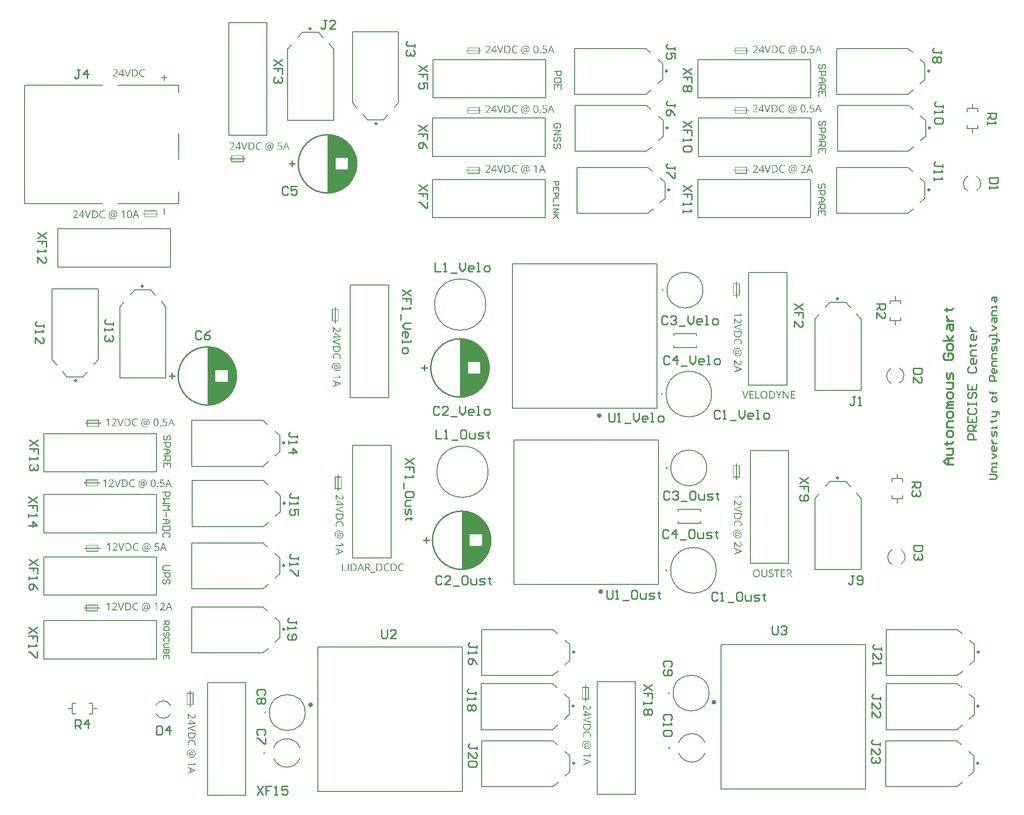
<source format=gto>
G04*
G04 #@! TF.GenerationSoftware,Altium Limited,Altium Designer,21.9.2 (33)*
G04*
G04 Layer_Color=65535*
%FSLAX25Y25*%
%MOIN*%
G70*
G04*
G04 #@! TF.SameCoordinates,B47FFC8E-61E7-446A-90B7-BF6068300CD5*
G04*
G04*
G04 #@! TF.FilePolarity,Positive*
G04*
G01*
G75*
%ADD10C,0.01181*%
%ADD11C,0.01000*%
%ADD12C,0.00500*%
%ADD13C,0.01575*%
%ADD14C,0.00787*%
%ADD15C,0.00984*%
G36*
X219520Y465819D02*
X222115Y465123D01*
X224598Y464095D01*
X226925Y462751D01*
X229057Y461115D01*
X230958Y459215D01*
X232594Y457083D01*
X233937Y454756D01*
X234966Y452273D01*
X235661Y449677D01*
X236012Y447013D01*
Y444326D01*
X235661Y441661D01*
X234966Y439066D01*
X233937Y436583D01*
X232594Y434256D01*
X230958Y432124D01*
X229057Y430224D01*
X226925Y428588D01*
X224598Y427244D01*
X222115Y426216D01*
X219520Y425520D01*
X216856Y425169D01*
X215512D01*
Y446169D01*
Y466169D01*
X216856D01*
X219520Y465819D01*
D02*
G37*
G36*
X311252Y324480D02*
X313848Y323784D01*
X316331Y322756D01*
X318658Y321412D01*
X320790Y319777D01*
X322690Y317876D01*
X324326Y315744D01*
X325670Y313417D01*
X326698Y310934D01*
X327393Y308339D01*
X327744Y305674D01*
Y302987D01*
X327393Y300323D01*
X326698Y297727D01*
X325670Y295244D01*
X324326Y292917D01*
X322690Y290785D01*
X320790Y288885D01*
X318658Y287249D01*
X316331Y285905D01*
X313848Y284877D01*
X311252Y284181D01*
X308588Y283831D01*
X307244D01*
Y304831D01*
Y324831D01*
X308588D01*
X311252Y324480D01*
D02*
G37*
G36*
X136449Y318968D02*
X139045Y318273D01*
X141527Y317244D01*
X143855Y315901D01*
X145987Y314265D01*
X147887Y312365D01*
X149523Y310232D01*
X150866Y307905D01*
X151895Y305422D01*
X152590Y302827D01*
X152941Y300163D01*
Y297475D01*
X152590Y294811D01*
X151895Y292215D01*
X150866Y289733D01*
X149523Y287405D01*
X147887Y285273D01*
X145987Y283373D01*
X143855Y281737D01*
X141527Y280394D01*
X139045Y279365D01*
X136449Y278670D01*
X133785Y278319D01*
X132441D01*
Y299319D01*
Y319319D01*
X133785D01*
X136449Y318968D01*
D02*
G37*
G36*
X312433Y205189D02*
X315029Y204493D01*
X317512Y203465D01*
X319839Y202121D01*
X321971Y200485D01*
X323871Y198585D01*
X325507Y196453D01*
X326851Y194126D01*
X327879Y191643D01*
X328574Y189047D01*
X328925Y186383D01*
Y183696D01*
X328574Y181031D01*
X327879Y178436D01*
X326851Y175953D01*
X325507Y173626D01*
X323871Y171494D01*
X321971Y169594D01*
X319839Y167958D01*
X317512Y166614D01*
X315029Y165586D01*
X312433Y164890D01*
X309769Y164539D01*
X308425D01*
Y185539D01*
Y205539D01*
X309769D01*
X312433Y205189D01*
D02*
G37*
G36*
X120709Y79409D02*
X122500D01*
X122750D01*
Y71004D01*
X122500D01*
X120709D01*
Y69463D01*
X120209D01*
Y71004D01*
X118352D01*
X118110D01*
Y79409D01*
X118352D01*
X120209D01*
Y80709D01*
X120709D01*
Y79409D01*
D02*
G37*
G36*
X120673Y63582D02*
X120682Y63573D01*
X120700Y63555D01*
X120737Y63527D01*
X120774Y63481D01*
X120885Y63370D01*
X121024Y63240D01*
X121172Y63101D01*
X121320Y62963D01*
X121459Y62842D01*
X121523Y62796D01*
X121579Y62750D01*
X121588Y62741D01*
X121625Y62713D01*
X121681Y62676D01*
X121746Y62639D01*
X121829Y62583D01*
X121912Y62537D01*
X122014Y62491D01*
X122106Y62454D01*
X122116Y62445D01*
X122152Y62435D01*
X122208Y62417D01*
X122273Y62398D01*
X122356Y62380D01*
X122449Y62371D01*
X122550Y62352D01*
X122661D01*
X122670D01*
X122680D01*
X122726D01*
X122809Y62361D01*
X122902Y62380D01*
X123003Y62417D01*
X123115Y62463D01*
X123225Y62528D01*
X123327Y62611D01*
X123337Y62620D01*
X123364Y62657D01*
X123410Y62713D01*
X123457Y62787D01*
X123494Y62889D01*
X123540Y63009D01*
X123568Y63148D01*
X123577Y63305D01*
Y63360D01*
X123568Y63425D01*
Y63508D01*
X123549Y63601D01*
X123531Y63712D01*
X123503Y63823D01*
X123466Y63934D01*
X123457Y63943D01*
X123448Y63980D01*
X123420Y64045D01*
X123373Y64119D01*
X123327Y64211D01*
X123253Y64322D01*
X123170Y64443D01*
X123077Y64572D01*
X123475Y64887D01*
X123485Y64877D01*
X123503Y64850D01*
X123531Y64813D01*
X123568Y64757D01*
X123614Y64692D01*
X123670Y64609D01*
X123725Y64526D01*
X123781Y64415D01*
X123836Y64304D01*
X123891Y64184D01*
X123993Y63915D01*
X124030Y63777D01*
X124058Y63629D01*
X124076Y63471D01*
X124086Y63314D01*
Y63240D01*
X124076Y63194D01*
Y63129D01*
X124067Y63064D01*
X124039Y62898D01*
X123993Y62713D01*
X123928Y62519D01*
X123836Y62334D01*
X123706Y62167D01*
Y62158D01*
X123688Y62149D01*
X123642Y62102D01*
X123549Y62028D01*
X123438Y61954D01*
X123290Y61880D01*
X123115Y61806D01*
X122920Y61760D01*
X122809Y61742D01*
X122689D01*
X122680D01*
X122670D01*
X122643D01*
X122606D01*
X122504Y61760D01*
X122374Y61779D01*
X122227Y61806D01*
X122060Y61862D01*
X121884Y61927D01*
X121699Y62019D01*
X121690D01*
X121681Y62028D01*
X121653Y62047D01*
X121616Y62075D01*
X121570Y62102D01*
X121505Y62149D01*
X121440Y62195D01*
X121366Y62250D01*
X121283Y62324D01*
X121191Y62398D01*
X121089Y62482D01*
X120978Y62574D01*
X120867Y62685D01*
X120747Y62796D01*
X120617Y62926D01*
X120478Y63064D01*
X119359Y64211D01*
X119331D01*
Y61520D01*
X118776D01*
Y64961D01*
X119285D01*
X120673Y63582D01*
D02*
G37*
G36*
X124039Y58486D02*
Y57857D01*
X120525D01*
Y57080D01*
X119988D01*
Y57857D01*
X118776D01*
Y58430D01*
X119988D01*
Y60974D01*
X120506D01*
X124039Y58486D01*
D02*
G37*
G36*
X124012Y56293D02*
X120617Y55091D01*
X120608D01*
X120589Y55082D01*
X120562Y55072D01*
X120515Y55054D01*
X120469Y55035D01*
X120404Y55017D01*
X120256Y54971D01*
X120090Y54915D01*
X119896Y54860D01*
X119692Y54804D01*
X119489Y54758D01*
X119498D01*
X119516Y54749D01*
X119544D01*
X119590Y54730D01*
X119636Y54721D01*
X119701Y54702D01*
X119849Y54665D01*
X120025Y54619D01*
X120219Y54564D01*
X120432Y54499D01*
X120645Y54425D01*
X124012Y53222D01*
Y52566D01*
X118776Y54462D01*
Y55063D01*
X124012Y56932D01*
Y56293D01*
D02*
G37*
G36*
Y50124D02*
X124003Y50040D01*
X123993Y49939D01*
X123975Y49818D01*
X123956Y49689D01*
X123928Y49550D01*
X123891Y49402D01*
X123845Y49245D01*
X123790Y49088D01*
X123725Y48930D01*
X123642Y48773D01*
X123549Y48625D01*
X123448Y48477D01*
X123327Y48348D01*
X123318Y48338D01*
X123300Y48320D01*
X123253Y48283D01*
X123207Y48246D01*
X123133Y48190D01*
X123050Y48135D01*
X122948Y48070D01*
X122837Y48005D01*
X122707Y47950D01*
X122569Y47885D01*
X122412Y47830D01*
X122245Y47774D01*
X122069Y47737D01*
X121866Y47700D01*
X121662Y47682D01*
X121440Y47672D01*
X121422D01*
X121385D01*
X121320D01*
X121228Y47682D01*
X121116Y47691D01*
X120996Y47709D01*
X120858Y47728D01*
X120710Y47756D01*
X120552Y47793D01*
X120386Y47848D01*
X120219Y47904D01*
X120062Y47968D01*
X119896Y48052D01*
X119738Y48144D01*
X119599Y48255D01*
X119461Y48375D01*
X119451Y48385D01*
X119433Y48412D01*
X119396Y48449D01*
X119350Y48505D01*
X119304Y48579D01*
X119248Y48671D01*
X119183Y48773D01*
X119118Y48893D01*
X119054Y49032D01*
X118989Y49180D01*
X118933Y49347D01*
X118887Y49522D01*
X118841Y49726D01*
X118804Y49939D01*
X118786Y50161D01*
X118776Y50401D01*
Y51853D01*
X124012D01*
Y50124D01*
D02*
G37*
G36*
X121533Y46766D02*
X121598D01*
X121681Y46757D01*
X121773Y46747D01*
X121875Y46738D01*
X122097Y46701D01*
X122337Y46646D01*
X122578Y46581D01*
X122809Y46479D01*
X122819D01*
X122837Y46461D01*
X122865Y46451D01*
X122911Y46424D01*
X123022Y46350D01*
X123161Y46257D01*
X123309Y46128D01*
X123466Y45980D01*
X123614Y45804D01*
X123753Y45600D01*
Y45591D01*
X123771Y45573D01*
X123781Y45545D01*
X123808Y45499D01*
X123827Y45443D01*
X123854Y45378D01*
X123891Y45304D01*
X123919Y45221D01*
X123984Y45018D01*
X124030Y44796D01*
X124067Y44537D01*
X124086Y44259D01*
Y44120D01*
X124076Y44046D01*
X124067Y43963D01*
X124058Y43871D01*
X124049Y43769D01*
X124012Y43547D01*
X123956Y43306D01*
X123882Y43057D01*
X123781Y42816D01*
X123253Y43075D01*
Y43084D01*
X123263Y43103D01*
X123281Y43131D01*
X123300Y43177D01*
X123318Y43232D01*
X123346Y43297D01*
X123401Y43445D01*
X123448Y43621D01*
X123494Y43824D01*
X123531Y44037D01*
X123540Y44259D01*
Y44342D01*
X123531Y44398D01*
X123521Y44472D01*
X123512Y44564D01*
X123494Y44657D01*
X123466Y44759D01*
X123401Y44971D01*
X123355Y45092D01*
X123290Y45203D01*
X123225Y45314D01*
X123152Y45425D01*
X123059Y45526D01*
X122957Y45628D01*
X122948Y45637D01*
X122930Y45647D01*
X122902Y45674D01*
X122855Y45702D01*
X122791Y45739D01*
X122726Y45785D01*
X122643Y45832D01*
X122550Y45878D01*
X122439Y45924D01*
X122319Y45970D01*
X122189Y46007D01*
X122051Y46054D01*
X121903Y46081D01*
X121736Y46109D01*
X121570Y46118D01*
X121385Y46128D01*
X121376D01*
X121338D01*
X121283D01*
X121218Y46118D01*
X121126Y46109D01*
X121033Y46100D01*
X120922Y46091D01*
X120802Y46063D01*
X120543Y46007D01*
X120284Y45924D01*
X120155Y45869D01*
X120025Y45804D01*
X119905Y45730D01*
X119794Y45647D01*
X119784Y45637D01*
X119766Y45628D01*
X119738Y45600D01*
X119711Y45554D01*
X119664Y45508D01*
X119618Y45443D01*
X119572Y45378D01*
X119516Y45295D01*
X119461Y45203D01*
X119414Y45101D01*
X119368Y44990D01*
X119322Y44860D01*
X119294Y44731D01*
X119266Y44583D01*
X119248Y44435D01*
X119239Y44268D01*
Y44176D01*
X119248Y44120D01*
Y44056D01*
X119257Y43991D01*
X119266Y43908D01*
X119285Y43723D01*
X119322Y43510D01*
X119368Y43279D01*
X119433Y43020D01*
X118896D01*
Y43029D01*
X118887Y43047D01*
X118878Y43075D01*
X118869Y43121D01*
X118850Y43168D01*
X118832Y43232D01*
X118813Y43306D01*
X118804Y43390D01*
X118786Y43482D01*
X118767Y43584D01*
X118730Y43815D01*
X118711Y44074D01*
X118702Y44361D01*
Y44407D01*
X118711Y44472D01*
Y44555D01*
X118721Y44648D01*
X118739Y44759D01*
X118758Y44888D01*
X118786Y45018D01*
X118823Y45156D01*
X118869Y45304D01*
X118924Y45452D01*
X118998Y45600D01*
X119072Y45748D01*
X119165Y45887D01*
X119276Y46026D01*
X119396Y46146D01*
X119405Y46155D01*
X119433Y46174D01*
X119470Y46202D01*
X119526Y46248D01*
X119599Y46294D01*
X119683Y46340D01*
X119794Y46405D01*
X119914Y46461D01*
X120044Y46516D01*
X120192Y46572D01*
X120358Y46627D01*
X120534Y46673D01*
X120728Y46720D01*
X120941Y46747D01*
X121163Y46766D01*
X121394Y46775D01*
X121403D01*
X121431D01*
X121477D01*
X121533Y46766D01*
D02*
G37*
G36*
X120968Y40254D02*
X121052D01*
X121144Y40245D01*
X121255Y40235D01*
X121366Y40217D01*
X121625Y40171D01*
X121903Y40106D01*
X122189Y40013D01*
X122467Y39884D01*
X122476Y39875D01*
X122504Y39865D01*
X122541Y39847D01*
X122587Y39810D01*
X122652Y39773D01*
X122717Y39727D01*
X122883Y39597D01*
X123068Y39440D01*
X123253Y39255D01*
X123429Y39033D01*
X123595Y38783D01*
X123605Y38774D01*
X123614Y38746D01*
X123633Y38709D01*
X123660Y38654D01*
X123688Y38589D01*
X123725Y38506D01*
X123762Y38413D01*
X123799Y38311D01*
X123836Y38200D01*
X123873Y38071D01*
X123938Y37793D01*
X123984Y37488D01*
X124003Y37322D01*
Y37081D01*
X123993Y37026D01*
Y36961D01*
X123984Y36878D01*
X123975Y36794D01*
X123966Y36693D01*
X123919Y36480D01*
X123864Y36258D01*
X123790Y36017D01*
X123679Y35786D01*
Y35777D01*
X123660Y35758D01*
X123642Y35731D01*
X123623Y35684D01*
X123549Y35583D01*
X123438Y35444D01*
X123309Y35296D01*
X123152Y35139D01*
X122967Y34991D01*
X122754Y34861D01*
X122745D01*
X122726Y34843D01*
X122698Y34833D01*
X122652Y34806D01*
X122597Y34787D01*
X122522Y34759D01*
X122449Y34722D01*
X122365Y34695D01*
X122162Y34630D01*
X121931Y34584D01*
X121671Y34547D01*
X121385Y34528D01*
X121376D01*
X121366D01*
X121338D01*
X121301D01*
X121200Y34537D01*
X121080Y34547D01*
X120931Y34565D01*
X120774Y34593D01*
X120617Y34630D01*
X120450Y34685D01*
X120432Y34695D01*
X120386Y34713D01*
X120302Y34750D01*
X120210Y34796D01*
X120108Y34861D01*
X120007Y34935D01*
X119896Y35028D01*
X119803Y35129D01*
X119794Y35139D01*
X119766Y35176D01*
X119729Y35240D01*
X119692Y35324D01*
X119646Y35416D01*
X119609Y35527D01*
X119581Y35657D01*
X119572Y35795D01*
Y35842D01*
X119581Y35906D01*
X119599Y35971D01*
X119618Y36054D01*
X119646Y36147D01*
X119692Y36230D01*
X119757Y36313D01*
X119766Y36323D01*
X119794Y36350D01*
X119831Y36378D01*
X119886Y36424D01*
X119951Y36471D01*
X120034Y36508D01*
X120127Y36545D01*
X120229Y36563D01*
Y36591D01*
X120219Y36600D01*
X120173Y36619D01*
X120117Y36656D01*
X120053Y36702D01*
X119969Y36757D01*
X119886Y36831D01*
X119812Y36915D01*
X119738Y37007D01*
X119729Y37016D01*
X119711Y37053D01*
X119683Y37109D01*
X119655Y37183D01*
X119627Y37275D01*
X119599Y37377D01*
X119581Y37507D01*
X119572Y37636D01*
Y37692D01*
X119581Y37729D01*
X119590Y37821D01*
X119618Y37941D01*
X119664Y38080D01*
X119720Y38219D01*
X119812Y38358D01*
X119932Y38478D01*
X119951Y38487D01*
X119997Y38524D01*
X120080Y38570D01*
X120201Y38626D01*
X120340Y38681D01*
X120506Y38728D01*
X120710Y38765D01*
X120931Y38774D01*
X120941D01*
X120968D01*
X121005D01*
X121052Y38765D01*
X121116D01*
X121191Y38755D01*
X121357Y38718D01*
X121542Y38672D01*
X121736Y38598D01*
X121931Y38496D01*
X122032Y38432D01*
X122116Y38358D01*
X122125Y38348D01*
X122134Y38339D01*
X122162Y38311D01*
X122189Y38284D01*
X122264Y38191D01*
X122347Y38062D01*
X122430Y37895D01*
X122504Y37710D01*
X122559Y37488D01*
X122569Y37377D01*
X122578Y37248D01*
Y37155D01*
X122569Y37081D01*
Y36998D01*
X122559Y36905D01*
X122550Y36804D01*
X122532Y36693D01*
Y36674D01*
X122522Y36637D01*
X122513Y36582D01*
X122495Y36508D01*
X122476Y36424D01*
X122458Y36332D01*
X122402Y36138D01*
X120728Y36230D01*
X120645D01*
X120635D01*
X120617D01*
X120589D01*
X120543Y36221D01*
X120441Y36202D01*
X120330Y36165D01*
X120210Y36110D01*
X120108Y36027D01*
X120062Y35971D01*
X120034Y35906D01*
X120016Y35832D01*
X120007Y35749D01*
Y35731D01*
X120016Y35694D01*
X120025Y35638D01*
X120053Y35564D01*
X120099Y35481D01*
X120164Y35388D01*
X120256Y35305D01*
X120386Y35222D01*
X120404Y35213D01*
X120460Y35194D01*
X120543Y35157D01*
X120654Y35120D01*
X120802Y35083D01*
X120978Y35046D01*
X121172Y35028D01*
X121394Y35018D01*
X121403D01*
X121422D01*
X121459D01*
X121505D01*
X121561Y35028D01*
X121625D01*
X121783Y35055D01*
X121958Y35083D01*
X122143Y35129D01*
X122337Y35194D01*
X122522Y35287D01*
X122532D01*
X122541Y35296D01*
X122569Y35314D01*
X122606Y35333D01*
X122689Y35398D01*
X122800Y35481D01*
X122920Y35583D01*
X123050Y35712D01*
X123170Y35860D01*
X123272Y36036D01*
Y36045D01*
X123281Y36054D01*
X123300Y36082D01*
X123318Y36119D01*
X123337Y36165D01*
X123355Y36221D01*
X123410Y36360D01*
X123457Y36526D01*
X123503Y36711D01*
X123531Y36924D01*
X123540Y37155D01*
Y37229D01*
X123531Y37294D01*
Y37359D01*
X123521Y37442D01*
X123512Y37534D01*
X123503Y37627D01*
X123457Y37849D01*
X123401Y38080D01*
X123318Y38321D01*
X123207Y38552D01*
Y38561D01*
X123188Y38580D01*
X123170Y38607D01*
X123142Y38644D01*
X123068Y38755D01*
X122967Y38885D01*
X122828Y39024D01*
X122661Y39172D01*
X122476Y39320D01*
X122254Y39449D01*
X122245D01*
X122227Y39458D01*
X122189Y39477D01*
X122143Y39495D01*
X122088Y39523D01*
X122023Y39551D01*
X121940Y39579D01*
X121847Y39606D01*
X121746Y39634D01*
X121644Y39662D01*
X121403Y39717D01*
X121135Y39754D01*
X120839Y39764D01*
X120830D01*
X120793D01*
X120737D01*
X120663Y39754D01*
X120571Y39745D01*
X120460Y39736D01*
X120349Y39717D01*
X120219Y39690D01*
X119951Y39625D01*
X119812Y39579D01*
X119674Y39523D01*
X119535Y39458D01*
X119405Y39375D01*
X119276Y39292D01*
X119165Y39190D01*
X119156Y39181D01*
X119137Y39162D01*
X119109Y39125D01*
X119072Y39079D01*
X119026Y39024D01*
X118980Y38950D01*
X118924Y38866D01*
X118878Y38765D01*
X118823Y38654D01*
X118767Y38524D01*
X118721Y38395D01*
X118675Y38237D01*
X118638Y38080D01*
X118610Y37904D01*
X118591Y37719D01*
X118582Y37525D01*
Y37451D01*
X118591Y37396D01*
Y37322D01*
X118600Y37238D01*
X118610Y37146D01*
X118619Y37044D01*
X118638Y36933D01*
X118656Y36813D01*
X118711Y36545D01*
X118786Y36258D01*
X118887Y35962D01*
X118415D01*
Y35971D01*
X118406Y35990D01*
X118388Y36027D01*
X118369Y36082D01*
X118342Y36147D01*
X118323Y36221D01*
X118295Y36313D01*
X118268Y36415D01*
X118230Y36526D01*
X118203Y36646D01*
X118157Y36905D01*
X118120Y37201D01*
X118110Y37525D01*
Y37581D01*
X118120Y37645D01*
Y37738D01*
X118129Y37849D01*
X118147Y37969D01*
X118166Y38108D01*
X118203Y38265D01*
X118240Y38422D01*
X118286Y38589D01*
X118342Y38755D01*
X118415Y38922D01*
X118490Y39088D01*
X118591Y39246D01*
X118693Y39403D01*
X118823Y39542D01*
X118832Y39551D01*
X118860Y39569D01*
X118896Y39606D01*
X118952Y39653D01*
X119026Y39708D01*
X119118Y39773D01*
X119220Y39838D01*
X119341Y39902D01*
X119470Y39967D01*
X119618Y40032D01*
X119784Y40097D01*
X119960Y40152D01*
X120155Y40198D01*
X120358Y40235D01*
X120580Y40254D01*
X120811Y40263D01*
X120820D01*
X120858D01*
X120904D01*
X120968Y40254D01*
D02*
G37*
G36*
X124012Y30134D02*
Y29635D01*
X118776D01*
Y30218D01*
X122504D01*
X122513D01*
X122522D01*
X122550D01*
X122587D01*
X122670D01*
X122791Y30208D01*
X122920D01*
X123068Y30199D01*
X123383Y30181D01*
X123373Y30199D01*
X123337Y30236D01*
X123281Y30292D01*
X123225Y30356D01*
Y30366D01*
X123207Y30384D01*
X123170Y30421D01*
X123105Y30495D01*
X123068Y30541D01*
X123022Y30606D01*
X122967Y30671D01*
X122902Y30754D01*
X122819Y30847D01*
X122735Y30948D01*
X122643Y31069D01*
X122532Y31207D01*
X122939Y31522D01*
X124012Y30134D01*
D02*
G37*
G36*
X124030Y25935D02*
Y25417D01*
X118776Y23354D01*
Y23992D01*
X120441Y24640D01*
Y26740D01*
X118776Y27387D01*
Y27998D01*
X124030Y25935D01*
D02*
G37*
G36*
X530757Y527620D02*
X530840Y527610D01*
X530933Y527601D01*
X531034Y527592D01*
X531256Y527555D01*
X531497Y527499D01*
X531746Y527425D01*
X531987Y527324D01*
X531728Y526796D01*
X531719D01*
X531700Y526806D01*
X531672Y526824D01*
X531626Y526843D01*
X531571Y526861D01*
X531506Y526889D01*
X531358Y526944D01*
X531182Y526991D01*
X530979Y527037D01*
X530766Y527074D01*
X530544Y527083D01*
X530461D01*
X530405Y527074D01*
X530331Y527065D01*
X530239Y527056D01*
X530146Y527037D01*
X530045Y527009D01*
X529832Y526944D01*
X529711Y526898D01*
X529600Y526833D01*
X529490Y526769D01*
X529379Y526695D01*
X529277Y526602D01*
X529175Y526501D01*
X529166Y526491D01*
X529156Y526473D01*
X529129Y526445D01*
X529101Y526399D01*
X529064Y526334D01*
X529018Y526269D01*
X528971Y526186D01*
X528925Y526093D01*
X528879Y525983D01*
X528833Y525862D01*
X528796Y525733D01*
X528750Y525594D01*
X528722Y525446D01*
X528694Y525280D01*
X528685Y525113D01*
X528676Y524928D01*
Y524919D01*
Y524882D01*
Y524826D01*
X528685Y524761D01*
X528694Y524669D01*
X528703Y524577D01*
X528713Y524466D01*
X528740Y524345D01*
X528796Y524086D01*
X528879Y523827D01*
X528934Y523698D01*
X528999Y523568D01*
X529073Y523448D01*
X529156Y523337D01*
X529166Y523328D01*
X529175Y523309D01*
X529203Y523281D01*
X529249Y523254D01*
X529295Y523208D01*
X529360Y523161D01*
X529425Y523115D01*
X529508Y523060D01*
X529600Y523004D01*
X529702Y522958D01*
X529813Y522912D01*
X529943Y522865D01*
X530072Y522837D01*
X530220Y522810D01*
X530368Y522791D01*
X530535Y522782D01*
X530627D01*
X530683Y522791D01*
X530748D01*
X530812Y522800D01*
X530896Y522810D01*
X531080Y522828D01*
X531293Y522865D01*
X531525Y522912D01*
X531783Y522976D01*
Y522440D01*
X531774D01*
X531756Y522431D01*
X531728Y522421D01*
X531682Y522412D01*
X531636Y522394D01*
X531571Y522375D01*
X531497Y522357D01*
X531414Y522347D01*
X531321Y522329D01*
X531219Y522310D01*
X530988Y522273D01*
X530729Y522255D01*
X530442Y522246D01*
X530396D01*
X530331Y522255D01*
X530248D01*
X530156Y522264D01*
X530045Y522283D01*
X529915Y522301D01*
X529785Y522329D01*
X529647Y522366D01*
X529499Y522412D01*
X529351Y522468D01*
X529203Y522542D01*
X529055Y522615D01*
X528916Y522708D01*
X528777Y522819D01*
X528657Y522939D01*
X528648Y522949D01*
X528629Y522976D01*
X528602Y523013D01*
X528555Y523069D01*
X528509Y523143D01*
X528463Y523226D01*
X528398Y523337D01*
X528342Y523457D01*
X528287Y523587D01*
X528231Y523735D01*
X528176Y523901D01*
X528130Y524077D01*
X528084Y524271D01*
X528056Y524484D01*
X528037Y524706D01*
X528028Y524937D01*
Y524946D01*
Y524974D01*
Y525021D01*
X528037Y525076D01*
Y525141D01*
X528047Y525224D01*
X528056Y525316D01*
X528065Y525418D01*
X528102Y525640D01*
X528158Y525881D01*
X528222Y526121D01*
X528324Y526353D01*
Y526362D01*
X528342Y526380D01*
X528352Y526408D01*
X528379Y526454D01*
X528453Y526565D01*
X528546Y526704D01*
X528676Y526852D01*
X528824Y527009D01*
X528999Y527157D01*
X529203Y527296D01*
X529212D01*
X529230Y527315D01*
X529258Y527324D01*
X529305Y527352D01*
X529360Y527370D01*
X529425Y527398D01*
X529499Y527435D01*
X529582Y527462D01*
X529785Y527527D01*
X530008Y527573D01*
X530267Y527610D01*
X530544Y527629D01*
X530683D01*
X530757Y527620D01*
D02*
G37*
G36*
X537778Y527536D02*
X537842D01*
X537925Y527527D01*
X538009Y527518D01*
X538110Y527509D01*
X538323Y527462D01*
X538545Y527407D01*
X538786Y527333D01*
X539017Y527222D01*
X539026D01*
X539045Y527204D01*
X539073Y527185D01*
X539119Y527167D01*
X539221Y527093D01*
X539359Y526981D01*
X539507Y526852D01*
X539665Y526695D01*
X539813Y526510D01*
X539942Y526297D01*
Y526288D01*
X539960Y526269D01*
X539970Y526242D01*
X539997Y526195D01*
X540016Y526140D01*
X540044Y526066D01*
X540081Y525992D01*
X540108Y525909D01*
X540173Y525705D01*
X540219Y525474D01*
X540257Y525215D01*
X540275Y524928D01*
Y524919D01*
Y524910D01*
Y524882D01*
Y524845D01*
X540266Y524743D01*
X540257Y524623D01*
X540238Y524475D01*
X540210Y524318D01*
X540173Y524160D01*
X540118Y523994D01*
X540108Y523975D01*
X540090Y523929D01*
X540053Y523846D01*
X540007Y523753D01*
X539942Y523652D01*
X539868Y523550D01*
X539776Y523439D01*
X539674Y523346D01*
X539665Y523337D01*
X539628Y523309D01*
X539563Y523272D01*
X539479Y523235D01*
X539387Y523189D01*
X539276Y523152D01*
X539147Y523124D01*
X539008Y523115D01*
X538962D01*
X538897Y523124D01*
X538832Y523143D01*
X538749Y523161D01*
X538656Y523189D01*
X538573Y523235D01*
X538490Y523300D01*
X538481Y523309D01*
X538453Y523337D01*
X538425Y523374D01*
X538379Y523429D01*
X538333Y523494D01*
X538296Y523577D01*
X538259Y523670D01*
X538240Y523772D01*
X538212D01*
X538203Y523763D01*
X538184Y523716D01*
X538147Y523661D01*
X538101Y523596D01*
X538046Y523513D01*
X537972Y523429D01*
X537888Y523355D01*
X537796Y523281D01*
X537787Y523272D01*
X537750Y523254D01*
X537694Y523226D01*
X537620Y523198D01*
X537528Y523171D01*
X537426Y523143D01*
X537296Y523124D01*
X537167Y523115D01*
X537112D01*
X537075Y523124D01*
X536982Y523134D01*
X536862Y523161D01*
X536723Y523208D01*
X536584Y523263D01*
X536446Y523355D01*
X536325Y523476D01*
X536316Y523494D01*
X536279Y523540D01*
X536233Y523624D01*
X536177Y523744D01*
X536122Y523883D01*
X536075Y524049D01*
X536038Y524253D01*
X536029Y524475D01*
Y524484D01*
Y524512D01*
Y524549D01*
X536038Y524595D01*
Y524660D01*
X536048Y524734D01*
X536085Y524900D01*
X536131Y525085D01*
X536205Y525280D01*
X536307Y525474D01*
X536372Y525575D01*
X536446Y525659D01*
X536455Y525668D01*
X536464Y525677D01*
X536492Y525705D01*
X536519Y525733D01*
X536612Y525807D01*
X536741Y525890D01*
X536908Y525973D01*
X537093Y526047D01*
X537315Y526103D01*
X537426Y526112D01*
X537556Y526121D01*
X537648D01*
X537722Y526112D01*
X537805D01*
X537898Y526103D01*
X537999Y526093D01*
X538110Y526075D01*
X538129D01*
X538166Y526066D01*
X538222Y526056D01*
X538296Y526038D01*
X538379Y526019D01*
X538471Y526001D01*
X538665Y525946D01*
X538573Y524271D01*
Y524188D01*
Y524179D01*
Y524160D01*
Y524132D01*
X538582Y524086D01*
X538601Y523985D01*
X538638Y523874D01*
X538693Y523753D01*
X538776Y523652D01*
X538832Y523605D01*
X538897Y523577D01*
X538971Y523559D01*
X539054Y523550D01*
X539073D01*
X539110Y523559D01*
X539165Y523568D01*
X539239Y523596D01*
X539322Y523642D01*
X539415Y523707D01*
X539498Y523800D01*
X539581Y523929D01*
X539591Y523947D01*
X539609Y524003D01*
X539646Y524086D01*
X539683Y524197D01*
X539720Y524345D01*
X539757Y524521D01*
X539776Y524715D01*
X539785Y524937D01*
Y524947D01*
Y524965D01*
Y525002D01*
Y525048D01*
X539776Y525104D01*
Y525169D01*
X539748Y525326D01*
X539720Y525502D01*
X539674Y525687D01*
X539609Y525881D01*
X539516Y526066D01*
Y526075D01*
X539507Y526084D01*
X539489Y526112D01*
X539470Y526149D01*
X539405Y526232D01*
X539322Y526343D01*
X539221Y526464D01*
X539091Y526593D01*
X538943Y526713D01*
X538767Y526815D01*
X538758D01*
X538749Y526824D01*
X538721Y526843D01*
X538684Y526861D01*
X538638Y526880D01*
X538582Y526898D01*
X538444Y526954D01*
X538277Y527000D01*
X538092Y527046D01*
X537879Y527074D01*
X537648Y527083D01*
X537574D01*
X537509Y527074D01*
X537444D01*
X537361Y527065D01*
X537269Y527056D01*
X537176Y527046D01*
X536954Y527000D01*
X536723Y526944D01*
X536482Y526861D01*
X536251Y526750D01*
X536242D01*
X536224Y526732D01*
X536196Y526713D01*
X536159Y526685D01*
X536048Y526612D01*
X535918Y526510D01*
X535779Y526371D01*
X535632Y526204D01*
X535484Y526019D01*
X535354Y525798D01*
Y525788D01*
X535345Y525770D01*
X535326Y525733D01*
X535308Y525687D01*
X535280Y525631D01*
X535252Y525566D01*
X535224Y525483D01*
X535197Y525390D01*
X535169Y525289D01*
X535141Y525187D01*
X535086Y524946D01*
X535049Y524678D01*
X535040Y524382D01*
Y524373D01*
Y524336D01*
Y524281D01*
X535049Y524206D01*
X535058Y524114D01*
X535067Y524003D01*
X535086Y523892D01*
X535113Y523763D01*
X535178Y523494D01*
X535224Y523355D01*
X535280Y523217D01*
X535345Y523078D01*
X535428Y522949D01*
X535511Y522819D01*
X535613Y522708D01*
X535622Y522699D01*
X535641Y522680D01*
X535678Y522652D01*
X535724Y522615D01*
X535779Y522569D01*
X535853Y522523D01*
X535937Y522468D01*
X536038Y522421D01*
X536150Y522366D01*
X536279Y522310D01*
X536409Y522264D01*
X536566Y522218D01*
X536723Y522181D01*
X536899Y522153D01*
X537084Y522134D01*
X537278Y522125D01*
X537352D01*
X537407Y522134D01*
X537481D01*
X537565Y522144D01*
X537657Y522153D01*
X537759Y522162D01*
X537870Y522181D01*
X537990Y522199D01*
X538259Y522255D01*
X538545Y522329D01*
X538841Y522431D01*
Y521959D01*
X538832D01*
X538813Y521949D01*
X538776Y521931D01*
X538721Y521913D01*
X538656Y521885D01*
X538582Y521866D01*
X538490Y521839D01*
X538388Y521811D01*
X538277Y521774D01*
X538157Y521746D01*
X537898Y521700D01*
X537602Y521663D01*
X537278Y521654D01*
X537222D01*
X537158Y521663D01*
X537065D01*
X536954Y521672D01*
X536834Y521691D01*
X536695Y521709D01*
X536538Y521746D01*
X536381Y521783D01*
X536214Y521829D01*
X536048Y521885D01*
X535881Y521959D01*
X535715Y522033D01*
X535558Y522134D01*
X535400Y522236D01*
X535261Y522366D01*
X535252Y522375D01*
X535234Y522403D01*
X535197Y522440D01*
X535150Y522495D01*
X535095Y522569D01*
X535030Y522662D01*
X534966Y522763D01*
X534901Y522884D01*
X534836Y523013D01*
X534771Y523161D01*
X534706Y523328D01*
X534651Y523503D01*
X534605Y523698D01*
X534568Y523901D01*
X534549Y524123D01*
X534540Y524355D01*
Y524364D01*
Y524401D01*
Y524447D01*
X534549Y524512D01*
Y524595D01*
X534558Y524687D01*
X534568Y524798D01*
X534586Y524909D01*
X534632Y525169D01*
X534697Y525446D01*
X534790Y525733D01*
X534919Y526010D01*
X534929Y526019D01*
X534938Y526047D01*
X534956Y526084D01*
X534993Y526130D01*
X535030Y526195D01*
X535077Y526260D01*
X535206Y526427D01*
X535363Y526612D01*
X535548Y526796D01*
X535770Y526972D01*
X536020Y527139D01*
X536029Y527148D01*
X536057Y527157D01*
X536094Y527176D01*
X536150Y527204D01*
X536214Y527231D01*
X536298Y527268D01*
X536390Y527305D01*
X536492Y527342D01*
X536603Y527379D01*
X536732Y527416D01*
X537010Y527481D01*
X537315Y527527D01*
X537481Y527546D01*
X537722D01*
X537778Y527536D01*
D02*
G37*
G36*
X520341Y522320D02*
X519740D01*
X517872Y527555D01*
X518510D01*
X519712Y524160D01*
Y524151D01*
X519722Y524132D01*
X519731Y524105D01*
X519749Y524058D01*
X519768Y524012D01*
X519786Y523947D01*
X519833Y523800D01*
X519888Y523633D01*
X519944Y523439D01*
X519999Y523235D01*
X520045Y523032D01*
Y523041D01*
X520054Y523060D01*
Y523087D01*
X520073Y523134D01*
X520082Y523180D01*
X520101Y523244D01*
X520138Y523392D01*
X520184Y523568D01*
X520239Y523763D01*
X520304Y523975D01*
X520378Y524188D01*
X521581Y527555D01*
X522237D01*
X520341Y522320D01*
D02*
G37*
G36*
X552152Y527009D02*
X550062D01*
X549923Y525437D01*
X549941D01*
X549997Y525446D01*
X550080Y525464D01*
X550182Y525483D01*
X550311Y525492D01*
X550450Y525511D01*
X550746Y525520D01*
X550829D01*
X550885Y525511D01*
X550949D01*
X551033Y525502D01*
X551218Y525464D01*
X551421Y525418D01*
X551643Y525344D01*
X551847Y525243D01*
X551948Y525178D01*
X552041Y525104D01*
X552050D01*
X552060Y525085D01*
X552115Y525030D01*
X552189Y524937D01*
X552282Y524808D01*
X552374Y524651D01*
X552448Y524456D01*
X552503Y524234D01*
X552513Y524114D01*
X552522Y523985D01*
Y523975D01*
Y523947D01*
Y523911D01*
X552513Y523855D01*
X552503Y523781D01*
X552494Y523707D01*
X552457Y523522D01*
X552392Y523318D01*
X552300Y523106D01*
X552245Y522995D01*
X552180Y522893D01*
X552097Y522801D01*
X552004Y522708D01*
X551995Y522699D01*
X551976Y522689D01*
X551948Y522662D01*
X551911Y522634D01*
X551856Y522597D01*
X551791Y522560D01*
X551717Y522523D01*
X551634Y522477D01*
X551532Y522431D01*
X551431Y522394D01*
X551310Y522357D01*
X551181Y522320D01*
X551051Y522292D01*
X550903Y522264D01*
X550746Y522255D01*
X550580Y522246D01*
X550496D01*
X550431Y522255D01*
X550357D01*
X550274Y522264D01*
X550182Y522273D01*
X550080Y522283D01*
X549858Y522310D01*
X549636Y522366D01*
X549423Y522431D01*
X549322Y522477D01*
X549229Y522523D01*
Y523097D01*
X549238Y523087D01*
X549275Y523069D01*
X549331Y523041D01*
X549405Y523004D01*
X549488Y522958D01*
X549599Y522921D01*
X549719Y522874D01*
X549849Y522838D01*
X549867D01*
X549914Y522828D01*
X549988Y522810D01*
X550080Y522801D01*
X550191Y522782D01*
X550320Y522764D01*
X550589Y522754D01*
X550654D01*
X550691Y522764D01*
X550746D01*
X550802Y522773D01*
X550949Y522791D01*
X551107Y522828D01*
X551264Y522884D01*
X551421Y522949D01*
X551560Y523050D01*
X551579Y523069D01*
X551615Y523106D01*
X551671Y523171D01*
X551736Y523272D01*
X551800Y523393D01*
X551856Y523540D01*
X551893Y523716D01*
X551911Y523911D01*
Y523920D01*
Y523957D01*
X551902Y524012D01*
X551893Y524086D01*
X551874Y524169D01*
X551837Y524262D01*
X551800Y524355D01*
X551745Y524466D01*
X551671Y524567D01*
X551588Y524660D01*
X551477Y524752D01*
X551347Y524835D01*
X551190Y524910D01*
X551014Y524965D01*
X550811Y525002D01*
X550570Y525011D01*
X550505D01*
X550431Y525002D01*
X550330D01*
X550200Y524984D01*
X550043Y524965D01*
X549867Y524937D01*
X549664Y524900D01*
X549349Y525104D01*
X549553Y527555D01*
X552152D01*
Y527009D01*
D02*
G37*
G36*
X557591Y522320D02*
X556953D01*
X556305Y523985D01*
X554206D01*
X553558Y522320D01*
X552948D01*
X555010Y527573D01*
X555528D01*
X557591Y522320D01*
D02*
G37*
G36*
X524763Y527546D02*
X524864Y527536D01*
X524985Y527518D01*
X525114Y527499D01*
X525253Y527472D01*
X525401Y527435D01*
X525558Y527388D01*
X525715Y527333D01*
X525873Y527268D01*
X526030Y527185D01*
X526178Y527093D01*
X526326Y526991D01*
X526455Y526870D01*
X526465Y526861D01*
X526483Y526843D01*
X526520Y526796D01*
X526557Y526750D01*
X526613Y526676D01*
X526668Y526593D01*
X526733Y526491D01*
X526798Y526380D01*
X526853Y526251D01*
X526918Y526112D01*
X526973Y525955D01*
X527029Y525788D01*
X527066Y525612D01*
X527103Y525409D01*
X527121Y525206D01*
X527131Y524984D01*
Y524965D01*
Y524928D01*
Y524863D01*
X527121Y524771D01*
X527112Y524660D01*
X527094Y524540D01*
X527075Y524401D01*
X527047Y524253D01*
X527010Y524095D01*
X526955Y523929D01*
X526899Y523763D01*
X526835Y523605D01*
X526752Y523439D01*
X526659Y523281D01*
X526548Y523143D01*
X526428Y523004D01*
X526418Y522995D01*
X526391Y522976D01*
X526354Y522939D01*
X526298Y522893D01*
X526224Y522847D01*
X526132Y522791D01*
X526030Y522726D01*
X525910Y522662D01*
X525771Y522597D01*
X525623Y522532D01*
X525456Y522477D01*
X525281Y522431D01*
X525077Y522384D01*
X524864Y522347D01*
X524643Y522329D01*
X524402Y522320D01*
X522950D01*
Y527555D01*
X524680D01*
X524763Y527546D01*
D02*
G37*
G36*
X516947Y524068D02*
X517724D01*
Y523531D01*
X516947D01*
Y522320D01*
X516373D01*
Y523531D01*
X513829D01*
Y524049D01*
X516318Y527583D01*
X516947D01*
Y524068D01*
D02*
G37*
G36*
X511609Y527620D02*
X511674D01*
X511739Y527610D01*
X511905Y527583D01*
X512090Y527536D01*
X512285Y527472D01*
X512469Y527379D01*
X512636Y527250D01*
X512645D01*
X512654Y527231D01*
X512701Y527185D01*
X512775Y527093D01*
X512849Y526981D01*
X512923Y526833D01*
X512997Y526658D01*
X513043Y526464D01*
X513062Y526353D01*
Y526232D01*
Y526223D01*
Y526214D01*
Y526186D01*
Y526149D01*
X513043Y526047D01*
X513025Y525918D01*
X512997Y525770D01*
X512941Y525603D01*
X512877Y525427D01*
X512784Y525243D01*
Y525233D01*
X512775Y525224D01*
X512756Y525196D01*
X512729Y525159D01*
X512701Y525113D01*
X512654Y525048D01*
X512608Y524984D01*
X512553Y524909D01*
X512479Y524826D01*
X512405Y524734D01*
X512322Y524632D01*
X512229Y524521D01*
X512118Y524410D01*
X512007Y524290D01*
X511877Y524160D01*
X511739Y524021D01*
X510592Y522902D01*
Y522874D01*
X513283D01*
Y522320D01*
X509842D01*
Y522828D01*
X511221Y524216D01*
X511230Y524225D01*
X511248Y524243D01*
X511276Y524281D01*
X511322Y524318D01*
X511434Y524429D01*
X511563Y524567D01*
X511702Y524715D01*
X511840Y524863D01*
X511961Y525002D01*
X512007Y525067D01*
X512053Y525122D01*
X512063Y525132D01*
X512090Y525169D01*
X512127Y525224D01*
X512164Y525289D01*
X512220Y525372D01*
X512266Y525455D01*
X512312Y525557D01*
X512349Y525649D01*
X512359Y525659D01*
X512368Y525696D01*
X512386Y525751D01*
X512405Y525816D01*
X512423Y525899D01*
X512432Y525992D01*
X512451Y526093D01*
Y526204D01*
Y526214D01*
Y526223D01*
Y526269D01*
X512442Y526353D01*
X512423Y526445D01*
X512386Y526547D01*
X512340Y526658D01*
X512275Y526769D01*
X512192Y526870D01*
X512183Y526880D01*
X512146Y526907D01*
X512090Y526954D01*
X512016Y527000D01*
X511914Y527037D01*
X511794Y527083D01*
X511656Y527111D01*
X511498Y527120D01*
X511443D01*
X511378Y527111D01*
X511295D01*
X511202Y527093D01*
X511091Y527074D01*
X510980Y527046D01*
X510869Y527009D01*
X510860Y527000D01*
X510823Y526991D01*
X510758Y526963D01*
X510684Y526917D01*
X510592Y526870D01*
X510481Y526796D01*
X510360Y526713D01*
X510231Y526621D01*
X509916Y527018D01*
X509926Y527028D01*
X509953Y527046D01*
X509991Y527074D01*
X510046Y527111D01*
X510111Y527157D01*
X510194Y527213D01*
X510277Y527268D01*
X510388Y527324D01*
X510499Y527379D01*
X510619Y527435D01*
X510888Y527536D01*
X511026Y527573D01*
X511174Y527601D01*
X511332Y527620D01*
X511489Y527629D01*
X511563D01*
X511609Y527620D01*
D02*
G37*
G36*
X544835Y527629D02*
X544909Y527620D01*
X544992Y527601D01*
X545178Y527555D01*
X545289Y527518D01*
X545390Y527472D01*
X545501Y527416D01*
X545603Y527342D01*
X545714Y527268D01*
X545816Y527176D01*
X545908Y527065D01*
X545992Y526944D01*
X546001Y526935D01*
X546010Y526917D01*
X546029Y526871D01*
X546066Y526815D01*
X546093Y526741D01*
X546130Y526658D01*
X546176Y526556D01*
X546213Y526436D01*
X546260Y526297D01*
X546297Y526149D01*
X546334Y525983D01*
X546371Y525807D01*
X546398Y525613D01*
X546417Y525400D01*
X546426Y525178D01*
X546435Y524937D01*
Y524919D01*
Y524882D01*
Y524808D01*
X546426Y524715D01*
Y524604D01*
X546417Y524475D01*
X546398Y524327D01*
X546380Y524179D01*
X546334Y523846D01*
X546260Y523513D01*
X546204Y523346D01*
X546149Y523189D01*
X546084Y523041D01*
X546010Y522912D01*
X546001Y522902D01*
X545992Y522884D01*
X545964Y522847D01*
X545927Y522810D01*
X545881Y522754D01*
X545825Y522699D01*
X545760Y522643D01*
X545686Y522578D01*
X545603Y522514D01*
X545501Y522458D01*
X545400Y522403D01*
X545279Y522347D01*
X545150Y522310D01*
X545011Y522273D01*
X544854Y522255D01*
X544697Y522246D01*
X544660D01*
X544613Y522255D01*
X544558D01*
X544484Y522264D01*
X544410Y522283D01*
X544225Y522329D01*
X544123Y522366D01*
X544012Y522412D01*
X543910Y522468D01*
X543799Y522532D01*
X543698Y522615D01*
X543596Y522708D01*
X543503Y522810D01*
X543411Y522930D01*
Y522939D01*
X543392Y522958D01*
X543374Y523004D01*
X543346Y523060D01*
X543309Y523134D01*
X543272Y523217D01*
X543235Y523318D01*
X543198Y523439D01*
X543152Y523568D01*
X543115Y523726D01*
X543078Y523883D01*
X543041Y524068D01*
X543013Y524262D01*
X542994Y524475D01*
X542985Y524697D01*
X542976Y524937D01*
Y524956D01*
Y525002D01*
Y525067D01*
X542985Y525159D01*
Y525280D01*
X542994Y525409D01*
X543013Y525548D01*
X543032Y525705D01*
X543078Y526038D01*
X543152Y526371D01*
X543207Y526538D01*
X543263Y526695D01*
X543328Y526843D01*
X543401Y526972D01*
X543411Y526981D01*
X543420Y527000D01*
X543448Y527037D01*
X543485Y527074D01*
X543531Y527130D01*
X543586Y527185D01*
X543651Y527241D01*
X543725Y527305D01*
X543809Y527370D01*
X543901Y527426D01*
X544012Y527481D01*
X544132Y527536D01*
X544252Y527573D01*
X544391Y527610D01*
X544539Y527629D01*
X544697Y527638D01*
X544780D01*
X544835Y527629D01*
D02*
G37*
G36*
X547842Y523180D02*
X547888Y523171D01*
X547990Y523134D01*
X548045Y523106D01*
X548091Y523060D01*
X548101Y523050D01*
X548110Y523041D01*
X548128Y523013D01*
X548156Y522967D01*
X548174Y522921D01*
X548193Y522856D01*
X548202Y522782D01*
X548211Y522699D01*
Y522689D01*
Y522662D01*
X548202Y522615D01*
X548193Y522569D01*
X548165Y522449D01*
X548128Y522394D01*
X548091Y522338D01*
X548082Y522329D01*
X548073Y522320D01*
X548045Y522301D01*
X548008Y522283D01*
X547962Y522255D01*
X547906Y522236D01*
X547842Y522227D01*
X547767Y522218D01*
X547740D01*
X547703Y522227D01*
X547656Y522236D01*
X547564Y522264D01*
X547508Y522292D01*
X547462Y522329D01*
X547453Y522338D01*
X547444Y522347D01*
X547425Y522375D01*
X547407Y522421D01*
X547379Y522468D01*
X547361Y522532D01*
X547351Y522606D01*
X547342Y522699D01*
Y522708D01*
Y522736D01*
X547351Y522782D01*
X547361Y522838D01*
X547388Y522949D01*
X547416Y523013D01*
X547453Y523060D01*
X547462Y523069D01*
X547472Y523078D01*
X547499Y523097D01*
X547536Y523124D01*
X547582Y523152D01*
X547629Y523171D01*
X547693Y523180D01*
X547767Y523189D01*
X547804D01*
X547842Y523180D01*
D02*
G37*
G36*
X505767Y526044D02*
Y524253D01*
X507308D01*
Y523753D01*
X505767D01*
Y521895D01*
Y521654D01*
X497363D01*
Y521895D01*
Y523753D01*
X496063D01*
Y524253D01*
X497363D01*
Y526044D01*
Y526293D01*
X505767D01*
Y526044D01*
D02*
G37*
G36*
X223035Y215157D02*
X223044Y215148D01*
X223062Y215129D01*
X223099Y215102D01*
X223136Y215055D01*
X223247Y214944D01*
X223386Y214815D01*
X223534Y214676D01*
X223682Y214537D01*
X223821Y214417D01*
X223886Y214371D01*
X223941Y214325D01*
X223950Y214315D01*
X223987Y214288D01*
X224043Y214251D01*
X224108Y214214D01*
X224191Y214158D01*
X224274Y214112D01*
X224376Y214066D01*
X224468Y214029D01*
X224478Y214019D01*
X224515Y214010D01*
X224570Y213992D01*
X224635Y213973D01*
X224718Y213955D01*
X224811Y213945D01*
X224912Y213927D01*
X225023D01*
X225033D01*
X225042D01*
X225088D01*
X225171Y213936D01*
X225264Y213955D01*
X225366Y213992D01*
X225477Y214038D01*
X225588Y214103D01*
X225689Y214186D01*
X225699Y214195D01*
X225726Y214232D01*
X225773Y214288D01*
X225819Y214362D01*
X225856Y214463D01*
X225902Y214584D01*
X225930Y214722D01*
X225939Y214880D01*
Y214935D01*
X225930Y215000D01*
Y215083D01*
X225911Y215176D01*
X225893Y215287D01*
X225865Y215398D01*
X225828Y215509D01*
X225819Y215518D01*
X225810Y215555D01*
X225782Y215620D01*
X225736Y215694D01*
X225689Y215786D01*
X225615Y215897D01*
X225532Y216017D01*
X225440Y216147D01*
X225837Y216461D01*
X225847Y216452D01*
X225865Y216424D01*
X225893Y216387D01*
X225930Y216332D01*
X225976Y216267D01*
X226032Y216184D01*
X226087Y216101D01*
X226143Y215990D01*
X226198Y215879D01*
X226254Y215758D01*
X226355Y215490D01*
X226392Y215351D01*
X226420Y215203D01*
X226439Y215046D01*
X226448Y214889D01*
Y214815D01*
X226439Y214769D01*
Y214704D01*
X226429Y214639D01*
X226402Y214473D01*
X226355Y214288D01*
X226291Y214093D01*
X226198Y213908D01*
X226069Y213742D01*
Y213733D01*
X226050Y213723D01*
X226004Y213677D01*
X225911Y213603D01*
X225800Y213529D01*
X225652Y213455D01*
X225477Y213381D01*
X225282Y213335D01*
X225171Y213316D01*
X225051D01*
X225042D01*
X225033D01*
X225005D01*
X224968D01*
X224866Y213335D01*
X224737Y213353D01*
X224589Y213381D01*
X224422Y213437D01*
X224246Y213501D01*
X224061Y213594D01*
X224052D01*
X224043Y213603D01*
X224015Y213622D01*
X223978Y213649D01*
X223932Y213677D01*
X223867Y213723D01*
X223802Y213770D01*
X223728Y213825D01*
X223645Y213899D01*
X223553Y213973D01*
X223451Y214056D01*
X223340Y214149D01*
X223229Y214260D01*
X223109Y214371D01*
X222979Y214500D01*
X222840Y214639D01*
X221721Y215786D01*
X221693D01*
Y213094D01*
X221138D01*
Y216535D01*
X221647D01*
X223035Y215157D01*
D02*
G37*
G36*
X226402Y210060D02*
Y209431D01*
X222887D01*
Y208654D01*
X222350D01*
Y209431D01*
X221138D01*
Y210005D01*
X222350D01*
Y212549D01*
X222868D01*
X226402Y210060D01*
D02*
G37*
G36*
X226374Y207868D02*
X222979Y206666D01*
X222970D01*
X222951Y206656D01*
X222924Y206647D01*
X222877Y206629D01*
X222831Y206610D01*
X222766Y206592D01*
X222618Y206545D01*
X222452Y206490D01*
X222258Y206434D01*
X222054Y206379D01*
X221851Y206333D01*
X221860D01*
X221878Y206323D01*
X221906D01*
X221952Y206305D01*
X221999Y206296D01*
X222063Y206277D01*
X222211Y206240D01*
X222387Y206194D01*
X222581Y206138D01*
X222794Y206074D01*
X223007Y206000D01*
X226374Y204797D01*
Y204140D01*
X221138Y206037D01*
Y206638D01*
X226374Y208506D01*
Y207868D01*
D02*
G37*
G36*
Y201698D02*
X226365Y201615D01*
X226355Y201513D01*
X226337Y201393D01*
X226318Y201264D01*
X226291Y201125D01*
X226254Y200977D01*
X226207Y200820D01*
X226152Y200662D01*
X226087Y200505D01*
X226004Y200348D01*
X225911Y200200D01*
X225810Y200052D01*
X225689Y199922D01*
X225680Y199913D01*
X225662Y199895D01*
X225615Y199858D01*
X225569Y199821D01*
X225495Y199765D01*
X225412Y199710D01*
X225310Y199645D01*
X225199Y199580D01*
X225070Y199525D01*
X224931Y199460D01*
X224774Y199404D01*
X224607Y199349D01*
X224431Y199312D01*
X224228Y199275D01*
X224024Y199256D01*
X223802Y199247D01*
X223784D01*
X223747D01*
X223682D01*
X223590Y199256D01*
X223479Y199266D01*
X223358Y199284D01*
X223220Y199303D01*
X223072Y199330D01*
X222914Y199367D01*
X222748Y199423D01*
X222581Y199478D01*
X222424Y199543D01*
X222258Y199626D01*
X222100Y199719D01*
X221962Y199830D01*
X221823Y199950D01*
X221814Y199959D01*
X221795Y199987D01*
X221758Y200024D01*
X221712Y200080D01*
X221666Y200154D01*
X221610Y200246D01*
X221545Y200348D01*
X221481Y200468D01*
X221416Y200607D01*
X221351Y200755D01*
X221296Y200921D01*
X221249Y201097D01*
X221203Y201301D01*
X221166Y201513D01*
X221148Y201735D01*
X221138Y201976D01*
Y203428D01*
X226374D01*
Y201698D01*
D02*
G37*
G36*
X223895Y198341D02*
X223960D01*
X224043Y198331D01*
X224135Y198322D01*
X224237Y198313D01*
X224459Y198276D01*
X224700Y198220D01*
X224940Y198156D01*
X225171Y198054D01*
X225181D01*
X225199Y198035D01*
X225227Y198026D01*
X225273Y197998D01*
X225384Y197924D01*
X225523Y197832D01*
X225671Y197702D01*
X225828Y197554D01*
X225976Y197379D01*
X226115Y197175D01*
Y197166D01*
X226133Y197147D01*
X226143Y197120D01*
X226170Y197073D01*
X226189Y197018D01*
X226217Y196953D01*
X226254Y196879D01*
X226281Y196796D01*
X226346Y196592D01*
X226392Y196370D01*
X226429Y196111D01*
X226448Y195834D01*
Y195695D01*
X226439Y195621D01*
X226429Y195538D01*
X226420Y195445D01*
X226411Y195344D01*
X226374Y195122D01*
X226318Y194881D01*
X226244Y194631D01*
X226143Y194391D01*
X225615Y194650D01*
Y194659D01*
X225625Y194678D01*
X225643Y194705D01*
X225662Y194752D01*
X225680Y194807D01*
X225708Y194872D01*
X225763Y195020D01*
X225810Y195196D01*
X225856Y195399D01*
X225893Y195612D01*
X225902Y195834D01*
Y195917D01*
X225893Y195973D01*
X225884Y196047D01*
X225874Y196139D01*
X225856Y196232D01*
X225828Y196333D01*
X225763Y196546D01*
X225717Y196666D01*
X225652Y196777D01*
X225588Y196888D01*
X225514Y196999D01*
X225421Y197101D01*
X225319Y197203D01*
X225310Y197212D01*
X225292Y197221D01*
X225264Y197249D01*
X225218Y197277D01*
X225153Y197314D01*
X225088Y197360D01*
X225005Y197406D01*
X224912Y197453D01*
X224801Y197499D01*
X224681Y197545D01*
X224552Y197582D01*
X224413Y197628D01*
X224265Y197656D01*
X224098Y197684D01*
X223932Y197693D01*
X223747Y197702D01*
X223738D01*
X223701D01*
X223645D01*
X223580Y197693D01*
X223488Y197684D01*
X223395Y197675D01*
X223284Y197665D01*
X223164Y197638D01*
X222905Y197582D01*
X222646Y197499D01*
X222517Y197443D01*
X222387Y197379D01*
X222267Y197305D01*
X222156Y197221D01*
X222147Y197212D01*
X222128Y197203D01*
X222100Y197175D01*
X222073Y197129D01*
X222026Y197083D01*
X221980Y197018D01*
X221934Y196953D01*
X221878Y196870D01*
X221823Y196777D01*
X221777Y196676D01*
X221730Y196565D01*
X221684Y196435D01*
X221656Y196306D01*
X221629Y196158D01*
X221610Y196010D01*
X221601Y195843D01*
Y195751D01*
X221610Y195695D01*
Y195630D01*
X221619Y195566D01*
X221629Y195482D01*
X221647Y195297D01*
X221684Y195085D01*
X221730Y194853D01*
X221795Y194594D01*
X221259D01*
Y194604D01*
X221249Y194622D01*
X221240Y194650D01*
X221231Y194696D01*
X221212Y194742D01*
X221194Y194807D01*
X221175Y194881D01*
X221166Y194964D01*
X221148Y195057D01*
X221129Y195159D01*
X221092Y195390D01*
X221074Y195649D01*
X221064Y195936D01*
Y195982D01*
X221074Y196047D01*
Y196130D01*
X221083Y196222D01*
X221101Y196333D01*
X221120Y196463D01*
X221148Y196592D01*
X221185Y196731D01*
X221231Y196879D01*
X221286Y197027D01*
X221360Y197175D01*
X221434Y197323D01*
X221527Y197462D01*
X221638Y197601D01*
X221758Y197721D01*
X221767Y197730D01*
X221795Y197749D01*
X221832Y197776D01*
X221888Y197823D01*
X221962Y197869D01*
X222045Y197915D01*
X222156Y197980D01*
X222276Y198035D01*
X222406Y198091D01*
X222554Y198146D01*
X222720Y198202D01*
X222896Y198248D01*
X223090Y198294D01*
X223303Y198322D01*
X223525Y198341D01*
X223756Y198350D01*
X223765D01*
X223793D01*
X223839D01*
X223895Y198341D01*
D02*
G37*
G36*
X223331Y191829D02*
X223414D01*
X223506Y191819D01*
X223617Y191810D01*
X223728Y191792D01*
X223987Y191745D01*
X224265Y191681D01*
X224552Y191588D01*
X224829Y191459D01*
X224838Y191449D01*
X224866Y191440D01*
X224903Y191422D01*
X224949Y191385D01*
X225014Y191348D01*
X225079Y191301D01*
X225245Y191172D01*
X225430Y191015D01*
X225615Y190830D01*
X225791Y190608D01*
X225958Y190358D01*
X225967Y190349D01*
X225976Y190321D01*
X225995Y190284D01*
X226022Y190228D01*
X226050Y190164D01*
X226087Y190080D01*
X226124Y189988D01*
X226161Y189886D01*
X226198Y189775D01*
X226235Y189646D01*
X226300Y189368D01*
X226346Y189063D01*
X226365Y188896D01*
Y188656D01*
X226355Y188600D01*
Y188536D01*
X226346Y188452D01*
X226337Y188369D01*
X226328Y188267D01*
X226281Y188055D01*
X226226Y187833D01*
X226152Y187592D01*
X226041Y187361D01*
Y187352D01*
X226022Y187333D01*
X226004Y187305D01*
X225985Y187259D01*
X225911Y187157D01*
X225800Y187019D01*
X225671Y186871D01*
X225514Y186713D01*
X225329Y186565D01*
X225116Y186436D01*
X225107D01*
X225088Y186417D01*
X225060Y186408D01*
X225014Y186380D01*
X224959Y186362D01*
X224885Y186334D01*
X224811Y186297D01*
X224727Y186269D01*
X224524Y186205D01*
X224293Y186158D01*
X224034Y186121D01*
X223747Y186103D01*
X223738D01*
X223728D01*
X223701D01*
X223664D01*
X223562Y186112D01*
X223442Y186121D01*
X223294Y186140D01*
X223136Y186168D01*
X222979Y186205D01*
X222813Y186260D01*
X222794Y186269D01*
X222748Y186288D01*
X222665Y186325D01*
X222572Y186371D01*
X222470Y186436D01*
X222369Y186510D01*
X222258Y186602D01*
X222165Y186704D01*
X222156Y186713D01*
X222128Y186750D01*
X222091Y186815D01*
X222054Y186898D01*
X222008Y186991D01*
X221971Y187102D01*
X221943Y187231D01*
X221934Y187370D01*
Y187416D01*
X221943Y187481D01*
X221962Y187546D01*
X221980Y187629D01*
X222008Y187722D01*
X222054Y187805D01*
X222119Y187888D01*
X222128Y187897D01*
X222156Y187925D01*
X222193Y187953D01*
X222248Y187999D01*
X222313Y188045D01*
X222396Y188082D01*
X222489Y188119D01*
X222591Y188138D01*
Y188166D01*
X222581Y188175D01*
X222535Y188193D01*
X222480Y188230D01*
X222415Y188277D01*
X222332Y188332D01*
X222248Y188406D01*
X222174Y188489D01*
X222100Y188582D01*
X222091Y188591D01*
X222073Y188628D01*
X222045Y188684D01*
X222017Y188758D01*
X221989Y188850D01*
X221962Y188952D01*
X221943Y189081D01*
X221934Y189211D01*
Y189266D01*
X221943Y189303D01*
X221952Y189396D01*
X221980Y189516D01*
X222026Y189655D01*
X222082Y189794D01*
X222174Y189932D01*
X222295Y190053D01*
X222313Y190062D01*
X222359Y190099D01*
X222443Y190145D01*
X222563Y190201D01*
X222702Y190256D01*
X222868Y190302D01*
X223072Y190339D01*
X223294Y190349D01*
X223303D01*
X223331D01*
X223368D01*
X223414Y190339D01*
X223479D01*
X223553Y190330D01*
X223719Y190293D01*
X223904Y190247D01*
X224098Y190173D01*
X224293Y190071D01*
X224394Y190006D01*
X224478Y189932D01*
X224487Y189923D01*
X224496Y189914D01*
X224524Y189886D01*
X224552Y189858D01*
X224626Y189766D01*
X224709Y189636D01*
X224792Y189470D01*
X224866Y189285D01*
X224922Y189063D01*
X224931Y188952D01*
X224940Y188822D01*
Y188730D01*
X224931Y188656D01*
Y188573D01*
X224922Y188480D01*
X224912Y188378D01*
X224894Y188267D01*
Y188249D01*
X224885Y188212D01*
X224875Y188156D01*
X224857Y188082D01*
X224838Y187999D01*
X224820Y187907D01*
X224764Y187712D01*
X223090Y187805D01*
X223007D01*
X222998D01*
X222979D01*
X222951D01*
X222905Y187796D01*
X222803Y187777D01*
X222692Y187740D01*
X222572Y187685D01*
X222470Y187601D01*
X222424Y187546D01*
X222396Y187481D01*
X222378Y187407D01*
X222369Y187324D01*
Y187305D01*
X222378Y187268D01*
X222387Y187213D01*
X222415Y187139D01*
X222461Y187056D01*
X222526Y186963D01*
X222618Y186880D01*
X222748Y186797D01*
X222766Y186787D01*
X222822Y186769D01*
X222905Y186732D01*
X223016Y186695D01*
X223164Y186658D01*
X223340Y186621D01*
X223534Y186602D01*
X223756Y186593D01*
X223765D01*
X223784D01*
X223821D01*
X223867D01*
X223923Y186602D01*
X223987D01*
X224145Y186630D01*
X224320Y186658D01*
X224505Y186704D01*
X224700Y186769D01*
X224885Y186861D01*
X224894D01*
X224903Y186871D01*
X224931Y186889D01*
X224968Y186908D01*
X225051Y186972D01*
X225162Y187056D01*
X225282Y187157D01*
X225412Y187287D01*
X225532Y187435D01*
X225634Y187611D01*
Y187620D01*
X225643Y187629D01*
X225662Y187657D01*
X225680Y187694D01*
X225699Y187740D01*
X225717Y187796D01*
X225773Y187934D01*
X225819Y188101D01*
X225865Y188286D01*
X225893Y188499D01*
X225902Y188730D01*
Y188804D01*
X225893Y188869D01*
Y188933D01*
X225884Y189017D01*
X225874Y189109D01*
X225865Y189202D01*
X225819Y189424D01*
X225763Y189655D01*
X225680Y189895D01*
X225569Y190127D01*
Y190136D01*
X225551Y190154D01*
X225532Y190182D01*
X225504Y190219D01*
X225430Y190330D01*
X225329Y190460D01*
X225190Y190598D01*
X225023Y190746D01*
X224838Y190894D01*
X224616Y191024D01*
X224607D01*
X224589Y191033D01*
X224552Y191052D01*
X224505Y191070D01*
X224450Y191098D01*
X224385Y191126D01*
X224302Y191153D01*
X224209Y191181D01*
X224108Y191209D01*
X224006Y191237D01*
X223765Y191292D01*
X223497Y191329D01*
X223201Y191338D01*
X223192D01*
X223155D01*
X223099D01*
X223025Y191329D01*
X222933Y191320D01*
X222822Y191311D01*
X222711Y191292D01*
X222581Y191264D01*
X222313Y191200D01*
X222174Y191153D01*
X222036Y191098D01*
X221897Y191033D01*
X221767Y190950D01*
X221638Y190867D01*
X221527Y190765D01*
X221518Y190756D01*
X221499Y190737D01*
X221471Y190700D01*
X221434Y190654D01*
X221388Y190598D01*
X221342Y190524D01*
X221286Y190441D01*
X221240Y190339D01*
X221185Y190228D01*
X221129Y190099D01*
X221083Y189969D01*
X221037Y189812D01*
X221000Y189655D01*
X220972Y189479D01*
X220953Y189294D01*
X220944Y189100D01*
Y189026D01*
X220953Y188970D01*
Y188896D01*
X220963Y188813D01*
X220972Y188721D01*
X220981Y188619D01*
X221000Y188508D01*
X221018Y188388D01*
X221074Y188119D01*
X221148Y187833D01*
X221249Y187537D01*
X220778D01*
Y187546D01*
X220768Y187564D01*
X220750Y187601D01*
X220731Y187657D01*
X220704Y187722D01*
X220685Y187796D01*
X220657Y187888D01*
X220630Y187990D01*
X220593Y188101D01*
X220565Y188221D01*
X220519Y188480D01*
X220482Y188776D01*
X220472Y189100D01*
Y189155D01*
X220482Y189220D01*
Y189313D01*
X220491Y189424D01*
X220509Y189544D01*
X220528Y189683D01*
X220565Y189840D01*
X220602Y189997D01*
X220648Y190164D01*
X220704Y190330D01*
X220778Y190497D01*
X220852Y190663D01*
X220953Y190820D01*
X221055Y190978D01*
X221185Y191116D01*
X221194Y191126D01*
X221222Y191144D01*
X221259Y191181D01*
X221314Y191227D01*
X221388Y191283D01*
X221481Y191348D01*
X221582Y191412D01*
X221703Y191477D01*
X221832Y191542D01*
X221980Y191607D01*
X222147Y191671D01*
X222322Y191727D01*
X222517Y191773D01*
X222720Y191810D01*
X222942Y191829D01*
X223173Y191838D01*
X223183D01*
X223220D01*
X223266D01*
X223331Y191829D01*
D02*
G37*
G36*
X226374Y181709D02*
Y181210D01*
X221138D01*
Y181792D01*
X224866D01*
X224875D01*
X224885D01*
X224912D01*
X224949D01*
X225033D01*
X225153Y181783D01*
X225282D01*
X225430Y181774D01*
X225745Y181755D01*
X225736Y181774D01*
X225699Y181811D01*
X225643Y181866D01*
X225588Y181931D01*
Y181940D01*
X225569Y181959D01*
X225532Y181996D01*
X225467Y182070D01*
X225430Y182116D01*
X225384Y182181D01*
X225329Y182246D01*
X225264Y182329D01*
X225181Y182421D01*
X225097Y182523D01*
X225005Y182643D01*
X224894Y182782D01*
X225301Y183097D01*
X226374Y181709D01*
D02*
G37*
G36*
X226392Y177510D02*
Y176992D01*
X221138Y174929D01*
Y175567D01*
X222803Y176215D01*
Y178314D01*
X221138Y178962D01*
Y179572D01*
X226392Y177510D01*
D02*
G37*
G36*
X223071Y229015D02*
X224862D01*
X225112D01*
Y220610D01*
X224862D01*
X223071D01*
Y219070D01*
X222572D01*
Y220610D01*
X220714D01*
X220472D01*
Y229015D01*
X220714D01*
X222572D01*
Y230315D01*
X223071D01*
Y229015D01*
D02*
G37*
G36*
X267031Y169018D02*
X267114Y169009D01*
X267206Y168999D01*
X267308Y168990D01*
X267530Y168953D01*
X267771Y168898D01*
X268020Y168824D01*
X268261Y168722D01*
X268002Y168195D01*
X267992D01*
X267974Y168204D01*
X267946Y168222D01*
X267900Y168241D01*
X267845Y168259D01*
X267780Y168287D01*
X267632Y168343D01*
X267456Y168389D01*
X267253Y168435D01*
X267040Y168472D01*
X266818Y168481D01*
X266735D01*
X266679Y168472D01*
X266605Y168463D01*
X266513Y168454D01*
X266420Y168435D01*
X266318Y168407D01*
X266106Y168343D01*
X265985Y168296D01*
X265874Y168232D01*
X265763Y168167D01*
X265652Y168093D01*
X265551Y168000D01*
X265449Y167899D01*
X265440Y167889D01*
X265430Y167871D01*
X265403Y167843D01*
X265375Y167797D01*
X265338Y167732D01*
X265292Y167667D01*
X265245Y167584D01*
X265199Y167492D01*
X265153Y167381D01*
X265107Y167260D01*
X265070Y167131D01*
X265023Y166992D01*
X264996Y166844D01*
X264968Y166678D01*
X264959Y166511D01*
X264949Y166326D01*
Y166317D01*
Y166280D01*
Y166224D01*
X264959Y166160D01*
X264968Y166067D01*
X264977Y165975D01*
X264986Y165864D01*
X265014Y165743D01*
X265070Y165484D01*
X265153Y165225D01*
X265208Y165096D01*
X265273Y164966D01*
X265347Y164846D01*
X265430Y164735D01*
X265440Y164726D01*
X265449Y164707D01*
X265476Y164680D01*
X265523Y164652D01*
X265569Y164606D01*
X265634Y164559D01*
X265699Y164513D01*
X265782Y164458D01*
X265874Y164402D01*
X265976Y164356D01*
X266087Y164310D01*
X266217Y164263D01*
X266346Y164236D01*
X266494Y164208D01*
X266642Y164189D01*
X266809Y164180D01*
X266901D01*
X266957Y164189D01*
X267021D01*
X267086Y164199D01*
X267169Y164208D01*
X267354Y164226D01*
X267567Y164263D01*
X267798Y164310D01*
X268057Y164374D01*
Y163838D01*
X268048D01*
X268030Y163829D01*
X268002Y163819D01*
X267955Y163810D01*
X267909Y163792D01*
X267845Y163773D01*
X267771Y163755D01*
X267687Y163745D01*
X267595Y163727D01*
X267493Y163708D01*
X267262Y163671D01*
X267003Y163653D01*
X266716Y163644D01*
X266670D01*
X266605Y163653D01*
X266522D01*
X266429Y163662D01*
X266318Y163681D01*
X266189Y163699D01*
X266059Y163727D01*
X265921Y163764D01*
X265773Y163810D01*
X265624Y163866D01*
X265476Y163940D01*
X265329Y164014D01*
X265190Y164106D01*
X265051Y164217D01*
X264931Y164337D01*
X264921Y164347D01*
X264903Y164374D01*
X264875Y164411D01*
X264829Y164467D01*
X264783Y164541D01*
X264737Y164624D01*
X264672Y164735D01*
X264616Y164855D01*
X264561Y164985D01*
X264505Y165133D01*
X264450Y165299D01*
X264404Y165475D01*
X264357Y165669D01*
X264330Y165882D01*
X264311Y166104D01*
X264302Y166335D01*
Y166345D01*
Y166372D01*
Y166419D01*
X264311Y166474D01*
Y166539D01*
X264320Y166622D01*
X264330Y166715D01*
X264339Y166816D01*
X264376Y167038D01*
X264431Y167279D01*
X264496Y167519D01*
X264598Y167751D01*
Y167760D01*
X264616Y167778D01*
X264626Y167806D01*
X264653Y167852D01*
X264727Y167963D01*
X264820Y168102D01*
X264949Y168250D01*
X265097Y168407D01*
X265273Y168555D01*
X265476Y168694D01*
X265486D01*
X265504Y168713D01*
X265532Y168722D01*
X265578Y168750D01*
X265634Y168768D01*
X265699Y168796D01*
X265773Y168833D01*
X265856Y168861D01*
X266059Y168925D01*
X266281Y168972D01*
X266540Y169009D01*
X266818Y169027D01*
X266957D01*
X267031Y169018D01*
D02*
G37*
G36*
X257059D02*
X257142Y169009D01*
X257235Y168999D01*
X257336Y168990D01*
X257559Y168953D01*
X257799Y168898D01*
X258049Y168824D01*
X258289Y168722D01*
X258030Y168195D01*
X258021D01*
X258003Y168204D01*
X257975Y168222D01*
X257928Y168241D01*
X257873Y168259D01*
X257808Y168287D01*
X257660Y168343D01*
X257485Y168389D01*
X257281Y168435D01*
X257068Y168472D01*
X256846Y168481D01*
X256763D01*
X256708Y168472D01*
X256634Y168463D01*
X256541Y168454D01*
X256449Y168435D01*
X256347Y168407D01*
X256134Y168343D01*
X256014Y168296D01*
X255903Y168232D01*
X255792Y168167D01*
X255681Y168093D01*
X255579Y168000D01*
X255477Y167899D01*
X255468Y167889D01*
X255459Y167871D01*
X255431Y167843D01*
X255403Y167797D01*
X255366Y167732D01*
X255320Y167667D01*
X255274Y167584D01*
X255228Y167492D01*
X255181Y167381D01*
X255135Y167260D01*
X255098Y167131D01*
X255052Y166992D01*
X255024Y166844D01*
X254996Y166678D01*
X254987Y166511D01*
X254978Y166326D01*
Y166317D01*
Y166280D01*
Y166224D01*
X254987Y166160D01*
X254996Y166067D01*
X255006Y165975D01*
X255015Y165864D01*
X255043Y165743D01*
X255098Y165484D01*
X255181Y165225D01*
X255237Y165096D01*
X255301Y164966D01*
X255376Y164846D01*
X255459Y164735D01*
X255468Y164726D01*
X255477Y164707D01*
X255505Y164680D01*
X255551Y164652D01*
X255598Y164606D01*
X255662Y164559D01*
X255727Y164513D01*
X255810Y164458D01*
X255903Y164402D01*
X256005Y164356D01*
X256116Y164310D01*
X256245Y164263D01*
X256375Y164236D01*
X256523Y164208D01*
X256671Y164189D01*
X256837Y164180D01*
X256930D01*
X256985Y164189D01*
X257050D01*
X257115Y164199D01*
X257198Y164208D01*
X257383Y164226D01*
X257596Y164263D01*
X257827Y164310D01*
X258086Y164374D01*
Y163838D01*
X258077D01*
X258058Y163829D01*
X258030Y163819D01*
X257984Y163810D01*
X257938Y163792D01*
X257873Y163773D01*
X257799Y163755D01*
X257716Y163745D01*
X257623Y163727D01*
X257522Y163708D01*
X257290Y163671D01*
X257031Y163653D01*
X256745Y163644D01*
X256698D01*
X256634Y163653D01*
X256550D01*
X256458Y163662D01*
X256347Y163681D01*
X256217Y163699D01*
X256088Y163727D01*
X255949Y163764D01*
X255801Y163810D01*
X255653Y163866D01*
X255505Y163940D01*
X255357Y164014D01*
X255218Y164106D01*
X255080Y164217D01*
X254959Y164337D01*
X254950Y164347D01*
X254932Y164374D01*
X254904Y164411D01*
X254857Y164467D01*
X254811Y164541D01*
X254765Y164624D01*
X254700Y164735D01*
X254645Y164855D01*
X254589Y164985D01*
X254534Y165133D01*
X254478Y165299D01*
X254432Y165475D01*
X254386Y165669D01*
X254358Y165882D01*
X254340Y166104D01*
X254330Y166335D01*
Y166345D01*
Y166372D01*
Y166419D01*
X254340Y166474D01*
Y166539D01*
X254349Y166622D01*
X254358Y166715D01*
X254367Y166816D01*
X254404Y167038D01*
X254460Y167279D01*
X254524Y167519D01*
X254626Y167751D01*
Y167760D01*
X254645Y167778D01*
X254654Y167806D01*
X254682Y167852D01*
X254756Y167963D01*
X254848Y168102D01*
X254978Y168250D01*
X255126Y168407D01*
X255301Y168555D01*
X255505Y168694D01*
X255514D01*
X255533Y168713D01*
X255561Y168722D01*
X255607Y168750D01*
X255662Y168768D01*
X255727Y168796D01*
X255801Y168833D01*
X255884Y168861D01*
X256088Y168925D01*
X256310Y168972D01*
X256569Y169009D01*
X256846Y169027D01*
X256985D01*
X257059Y169018D01*
D02*
G37*
G36*
X261036Y168944D02*
X261138Y168935D01*
X261259Y168916D01*
X261388Y168898D01*
X261527Y168870D01*
X261675Y168833D01*
X261832Y168787D01*
X261989Y168731D01*
X262146Y168666D01*
X262304Y168583D01*
X262452Y168491D01*
X262600Y168389D01*
X262729Y168269D01*
X262738Y168259D01*
X262757Y168241D01*
X262794Y168195D01*
X262831Y168148D01*
X262887Y168074D01*
X262942Y167991D01*
X263007Y167889D01*
X263071Y167778D01*
X263127Y167649D01*
X263192Y167510D01*
X263247Y167353D01*
X263303Y167186D01*
X263340Y167011D01*
X263377Y166807D01*
X263395Y166604D01*
X263405Y166382D01*
Y166363D01*
Y166326D01*
Y166261D01*
X263395Y166169D01*
X263386Y166058D01*
X263368Y165938D01*
X263349Y165799D01*
X263321Y165651D01*
X263284Y165494D01*
X263229Y165327D01*
X263173Y165161D01*
X263109Y165003D01*
X263025Y164837D01*
X262933Y164680D01*
X262822Y164541D01*
X262702Y164402D01*
X262692Y164393D01*
X262665Y164374D01*
X262628Y164337D01*
X262572Y164291D01*
X262498Y164245D01*
X262405Y164189D01*
X262304Y164125D01*
X262184Y164060D01*
X262045Y163995D01*
X261897Y163930D01*
X261730Y163875D01*
X261555Y163829D01*
X261351Y163782D01*
X261138Y163745D01*
X260916Y163727D01*
X260676Y163718D01*
X259224D01*
Y168953D01*
X260953D01*
X261036Y168944D01*
D02*
G37*
G36*
X251065Y168944D02*
X251167Y168935D01*
X251287Y168916D01*
X251417Y168898D01*
X251555Y168870D01*
X251703Y168833D01*
X251861Y168787D01*
X252018Y168731D01*
X252175Y168666D01*
X252332Y168583D01*
X252480Y168491D01*
X252628Y168389D01*
X252758Y168269D01*
X252767Y168259D01*
X252786Y168241D01*
X252823Y168195D01*
X252859Y168148D01*
X252915Y168074D01*
X252971Y167991D01*
X253035Y167889D01*
X253100Y167778D01*
X253155Y167649D01*
X253220Y167510D01*
X253276Y167353D01*
X253331Y167186D01*
X253368Y167011D01*
X253405Y166807D01*
X253424Y166604D01*
X253433Y166382D01*
Y166363D01*
Y166326D01*
Y166261D01*
X253424Y166169D01*
X253415Y166058D01*
X253396Y165938D01*
X253378Y165799D01*
X253350Y165651D01*
X253313Y165494D01*
X253257Y165327D01*
X253202Y165161D01*
X253137Y165003D01*
X253054Y164837D01*
X252961Y164680D01*
X252850Y164541D01*
X252730Y164402D01*
X252721Y164393D01*
X252693Y164374D01*
X252656Y164337D01*
X252601Y164291D01*
X252526Y164245D01*
X252434Y164189D01*
X252332Y164125D01*
X252212Y164060D01*
X252073Y163995D01*
X251925Y163930D01*
X251759Y163875D01*
X251583Y163829D01*
X251380Y163782D01*
X251167Y163745D01*
X250945Y163727D01*
X250704Y163718D01*
X249252D01*
Y168953D01*
X250982D01*
X251065Y168944D01*
D02*
G37*
G36*
X243036D02*
X243119D01*
X243212Y168935D01*
X243304Y168925D01*
X243415Y168907D01*
X243647Y168861D01*
X243878Y168796D01*
X244100Y168703D01*
X244201Y168648D01*
X244294Y168583D01*
X244303D01*
X244313Y168565D01*
X244368Y168518D01*
X244442Y168426D01*
X244525Y168306D01*
X244609Y168148D01*
X244683Y167963D01*
X244738Y167732D01*
X244747Y167612D01*
X244757Y167473D01*
Y167464D01*
Y167427D01*
X244747Y167371D01*
X244738Y167307D01*
X244729Y167223D01*
X244701Y167122D01*
X244664Y167020D01*
X244627Y166909D01*
X244571Y166789D01*
X244498Y166668D01*
X244414Y166557D01*
X244313Y166437D01*
X244192Y166335D01*
X244054Y166234D01*
X243887Y166141D01*
X243702Y166067D01*
X245127Y163718D01*
X244405D01*
X243138Y165891D01*
X242046D01*
Y163718D01*
X241436D01*
Y168953D01*
X242971D01*
X243036Y168944D01*
D02*
G37*
G36*
X240723Y163718D02*
X240085D01*
X239438Y165383D01*
X237338D01*
X236690Y163718D01*
X236080D01*
X238143Y168972D01*
X238661D01*
X240723Y163718D01*
D02*
G37*
G36*
X233259Y168944D02*
X233361Y168935D01*
X233481Y168916D01*
X233610Y168898D01*
X233749Y168870D01*
X233897Y168833D01*
X234054Y168787D01*
X234211Y168731D01*
X234369Y168666D01*
X234526Y168583D01*
X234674Y168491D01*
X234822Y168389D01*
X234951Y168269D01*
X234961Y168259D01*
X234979Y168241D01*
X235016Y168195D01*
X235053Y168148D01*
X235109Y168074D01*
X235164Y167991D01*
X235229Y167889D01*
X235294Y167778D01*
X235349Y167649D01*
X235414Y167510D01*
X235470Y167353D01*
X235525Y167186D01*
X235562Y167011D01*
X235599Y166807D01*
X235617Y166604D01*
X235627Y166382D01*
Y166363D01*
Y166326D01*
Y166261D01*
X235617Y166169D01*
X235608Y166058D01*
X235590Y165938D01*
X235571Y165799D01*
X235544Y165651D01*
X235507Y165494D01*
X235451Y165327D01*
X235396Y165161D01*
X235331Y165003D01*
X235248Y164837D01*
X235155Y164680D01*
X235044Y164541D01*
X234924Y164402D01*
X234915Y164393D01*
X234887Y164374D01*
X234850Y164337D01*
X234794Y164291D01*
X234720Y164245D01*
X234628Y164189D01*
X234526Y164125D01*
X234406Y164060D01*
X234267Y163995D01*
X234119Y163930D01*
X233953Y163875D01*
X233777Y163829D01*
X233573Y163782D01*
X233361Y163745D01*
X233138Y163727D01*
X232898Y163718D01*
X231446D01*
Y168953D01*
X233176D01*
X233259Y168944D01*
D02*
G37*
G36*
X230012Y163718D02*
X229401D01*
Y168953D01*
X230012D01*
Y163718D01*
D02*
G37*
G36*
X226201Y164273D02*
X228514D01*
Y163718D01*
X225590D01*
Y168953D01*
X226201D01*
Y164273D01*
D02*
G37*
G36*
X248549Y162598D02*
X245247D01*
Y163061D01*
X248549D01*
Y162598D01*
D02*
G37*
G36*
X221066Y331299D02*
X221075Y331290D01*
X221094Y331271D01*
X221131Y331243D01*
X221168Y331197D01*
X221279Y331086D01*
X221418Y330957D01*
X221566Y330818D01*
X221714Y330679D01*
X221852Y330559D01*
X221917Y330513D01*
X221973Y330466D01*
X221982Y330457D01*
X222019Y330429D01*
X222074Y330392D01*
X222139Y330355D01*
X222222Y330300D01*
X222306Y330254D01*
X222407Y330207D01*
X222500Y330170D01*
X222509Y330161D01*
X222546Y330152D01*
X222602Y330133D01*
X222666Y330115D01*
X222750Y330096D01*
X222842Y330087D01*
X222944Y330069D01*
X223055D01*
X223064D01*
X223073D01*
X223120D01*
X223203Y330078D01*
X223295Y330096D01*
X223397Y330133D01*
X223508Y330180D01*
X223619Y330244D01*
X223721Y330328D01*
X223730Y330337D01*
X223758Y330374D01*
X223804Y330429D01*
X223850Y330503D01*
X223887Y330605D01*
X223934Y330725D01*
X223961Y330864D01*
X223971Y331021D01*
Y331077D01*
X223961Y331142D01*
Y331225D01*
X223943Y331317D01*
X223924Y331428D01*
X223897Y331539D01*
X223860Y331650D01*
X223850Y331660D01*
X223841Y331697D01*
X223813Y331761D01*
X223767Y331835D01*
X223721Y331928D01*
X223647Y332039D01*
X223564Y332159D01*
X223471Y332289D01*
X223869Y332603D01*
X223878Y332594D01*
X223897Y332566D01*
X223924Y332529D01*
X223961Y332474D01*
X224008Y332409D01*
X224063Y332326D01*
X224119Y332242D01*
X224174Y332131D01*
X224230Y332020D01*
X224285Y331900D01*
X224387Y331632D01*
X224424Y331493D01*
X224452Y331345D01*
X224470Y331188D01*
X224479Y331031D01*
Y330957D01*
X224470Y330910D01*
Y330846D01*
X224461Y330781D01*
X224433Y330614D01*
X224387Y330429D01*
X224322Y330235D01*
X224230Y330050D01*
X224100Y329884D01*
Y329874D01*
X224082Y329865D01*
X224035Y329819D01*
X223943Y329745D01*
X223832Y329671D01*
X223684Y329597D01*
X223508Y329523D01*
X223314Y329477D01*
X223203Y329458D01*
X223083D01*
X223073D01*
X223064D01*
X223036D01*
X222999D01*
X222898Y329477D01*
X222768Y329495D01*
X222620Y329523D01*
X222454Y329578D01*
X222278Y329643D01*
X222093Y329736D01*
X222084D01*
X222074Y329745D01*
X222047Y329763D01*
X222010Y329791D01*
X221963Y329819D01*
X221899Y329865D01*
X221834Y329911D01*
X221760Y329967D01*
X221677Y330041D01*
X221584Y330115D01*
X221482Y330198D01*
X221371Y330291D01*
X221260Y330402D01*
X221140Y330513D01*
X221011Y330642D01*
X220872Y330781D01*
X219753Y331928D01*
X219725D01*
Y329236D01*
X219170D01*
Y332677D01*
X219679D01*
X221066Y331299D01*
D02*
G37*
G36*
X224433Y326202D02*
Y325573D01*
X220918D01*
Y324796D01*
X220382D01*
Y325573D01*
X219170D01*
Y326147D01*
X220382D01*
Y328690D01*
X220900D01*
X224433Y326202D01*
D02*
G37*
G36*
X224405Y324010D02*
X221011Y322807D01*
X221001D01*
X220983Y322798D01*
X220955Y322789D01*
X220909Y322770D01*
X220863Y322752D01*
X220798Y322733D01*
X220650Y322687D01*
X220483Y322632D01*
X220289Y322576D01*
X220086Y322521D01*
X219882Y322474D01*
X219891D01*
X219910Y322465D01*
X219938D01*
X219984Y322447D01*
X220030Y322437D01*
X220095Y322419D01*
X220243Y322382D01*
X220419Y322336D01*
X220613Y322280D01*
X220826Y322215D01*
X221038Y322141D01*
X224405Y320939D01*
Y320282D01*
X219170Y322178D01*
Y322780D01*
X224405Y324648D01*
Y324010D01*
D02*
G37*
G36*
Y317840D02*
X224396Y317757D01*
X224387Y317655D01*
X224368Y317535D01*
X224350Y317405D01*
X224322Y317267D01*
X224285Y317119D01*
X224239Y316961D01*
X224183Y316804D01*
X224119Y316647D01*
X224035Y316490D01*
X223943Y316342D01*
X223841Y316194D01*
X223721Y316064D01*
X223712Y316055D01*
X223693Y316036D01*
X223647Y315999D01*
X223601Y315962D01*
X223527Y315907D01*
X223443Y315851D01*
X223342Y315787D01*
X223231Y315722D01*
X223101Y315666D01*
X222962Y315602D01*
X222805Y315546D01*
X222639Y315491D01*
X222463Y315454D01*
X222259Y315417D01*
X222056Y315398D01*
X221834Y315389D01*
X221815D01*
X221778D01*
X221714D01*
X221621Y315398D01*
X221510Y315407D01*
X221390Y315426D01*
X221251Y315444D01*
X221103Y315472D01*
X220946Y315509D01*
X220779Y315565D01*
X220613Y315620D01*
X220456Y315685D01*
X220289Y315768D01*
X220132Y315861D01*
X219993Y315972D01*
X219854Y316092D01*
X219845Y316101D01*
X219827Y316129D01*
X219790Y316166D01*
X219743Y316221D01*
X219697Y316295D01*
X219642Y316388D01*
X219577Y316490D01*
X219512Y316610D01*
X219447Y316749D01*
X219383Y316897D01*
X219327Y317063D01*
X219281Y317239D01*
X219235Y317442D01*
X219198Y317655D01*
X219179Y317877D01*
X219170Y318118D01*
Y319570D01*
X224405D01*
Y317840D01*
D02*
G37*
G36*
X221926Y314482D02*
X221991D01*
X222074Y314473D01*
X222167Y314464D01*
X222269Y314455D01*
X222491Y314418D01*
X222731Y314362D01*
X222972Y314297D01*
X223203Y314196D01*
X223212D01*
X223231Y314177D01*
X223258Y314168D01*
X223305Y314140D01*
X223416Y314066D01*
X223554Y313974D01*
X223702Y313844D01*
X223860Y313696D01*
X224008Y313520D01*
X224146Y313317D01*
Y313308D01*
X224165Y313289D01*
X224174Y313261D01*
X224202Y313215D01*
X224220Y313160D01*
X224248Y313095D01*
X224285Y313021D01*
X224313Y312938D01*
X224378Y312734D01*
X224424Y312512D01*
X224461Y312253D01*
X224479Y311976D01*
Y311837D01*
X224470Y311763D01*
X224461Y311680D01*
X224452Y311587D01*
X224442Y311485D01*
X224405Y311263D01*
X224350Y311023D01*
X224276Y310773D01*
X224174Y310533D01*
X223647Y310792D01*
Y310801D01*
X223656Y310819D01*
X223675Y310847D01*
X223693Y310893D01*
X223712Y310949D01*
X223739Y311014D01*
X223795Y311162D01*
X223841Y311337D01*
X223887Y311541D01*
X223924Y311754D01*
X223934Y311976D01*
Y312059D01*
X223924Y312114D01*
X223915Y312188D01*
X223906Y312281D01*
X223887Y312373D01*
X223860Y312475D01*
X223795Y312688D01*
X223749Y312808D01*
X223684Y312919D01*
X223619Y313030D01*
X223545Y313141D01*
X223453Y313243D01*
X223351Y313345D01*
X223342Y313354D01*
X223323Y313363D01*
X223295Y313391D01*
X223249Y313419D01*
X223184Y313456D01*
X223120Y313502D01*
X223036Y313548D01*
X222944Y313594D01*
X222833Y313641D01*
X222713Y313687D01*
X222583Y313724D01*
X222444Y313770D01*
X222296Y313798D01*
X222130Y313826D01*
X221963Y313835D01*
X221778Y313844D01*
X221769D01*
X221732D01*
X221677D01*
X221612Y313835D01*
X221519Y313826D01*
X221427Y313816D01*
X221316Y313807D01*
X221196Y313779D01*
X220937Y313724D01*
X220678Y313641D01*
X220548Y313585D01*
X220419Y313520D01*
X220298Y313446D01*
X220187Y313363D01*
X220178Y313354D01*
X220160Y313345D01*
X220132Y313317D01*
X220104Y313271D01*
X220058Y313224D01*
X220012Y313160D01*
X219965Y313095D01*
X219910Y313012D01*
X219854Y312919D01*
X219808Y312817D01*
X219762Y312706D01*
X219716Y312577D01*
X219688Y312447D01*
X219660Y312299D01*
X219642Y312151D01*
X219632Y311985D01*
Y311892D01*
X219642Y311837D01*
Y311772D01*
X219651Y311707D01*
X219660Y311624D01*
X219679Y311439D01*
X219716Y311226D01*
X219762Y310995D01*
X219827Y310736D01*
X219290D01*
Y310745D01*
X219281Y310764D01*
X219272Y310792D01*
X219262Y310838D01*
X219244Y310884D01*
X219225Y310949D01*
X219207Y311023D01*
X219198Y311106D01*
X219179Y311199D01*
X219161Y311300D01*
X219124Y311532D01*
X219105Y311791D01*
X219096Y312077D01*
Y312124D01*
X219105Y312188D01*
Y312272D01*
X219114Y312364D01*
X219133Y312475D01*
X219151Y312605D01*
X219179Y312734D01*
X219216Y312873D01*
X219262Y313021D01*
X219318Y313169D01*
X219392Y313317D01*
X219466Y313465D01*
X219558Y313604D01*
X219669Y313742D01*
X219790Y313863D01*
X219799Y313872D01*
X219827Y313890D01*
X219864Y313918D01*
X219919Y313964D01*
X219993Y314011D01*
X220076Y314057D01*
X220187Y314122D01*
X220308Y314177D01*
X220437Y314233D01*
X220585Y314288D01*
X220752Y314344D01*
X220927Y314390D01*
X221122Y314436D01*
X221334Y314464D01*
X221556Y314482D01*
X221788Y314492D01*
X221797D01*
X221825D01*
X221871D01*
X221926Y314482D01*
D02*
G37*
G36*
X221362Y307970D02*
X221445D01*
X221538Y307961D01*
X221649Y307952D01*
X221760Y307933D01*
X222019Y307887D01*
X222296Y307822D01*
X222583Y307730D01*
X222861Y307600D01*
X222870Y307591D01*
X222898Y307582D01*
X222935Y307563D01*
X222981Y307526D01*
X223046Y307489D01*
X223110Y307443D01*
X223277Y307314D01*
X223462Y307156D01*
X223647Y306971D01*
X223823Y306749D01*
X223989Y306500D01*
X223998Y306490D01*
X224008Y306463D01*
X224026Y306426D01*
X224054Y306370D01*
X224082Y306305D01*
X224119Y306222D01*
X224156Y306130D01*
X224193Y306028D01*
X224230Y305917D01*
X224267Y305787D01*
X224331Y305510D01*
X224378Y305205D01*
X224396Y305038D01*
Y304798D01*
X224387Y304742D01*
Y304677D01*
X224378Y304594D01*
X224368Y304511D01*
X224359Y304409D01*
X224313Y304196D01*
X224257Y303974D01*
X224183Y303734D01*
X224072Y303503D01*
Y303493D01*
X224054Y303475D01*
X224035Y303447D01*
X224017Y303401D01*
X223943Y303299D01*
X223832Y303160D01*
X223702Y303012D01*
X223545Y302855D01*
X223360Y302707D01*
X223147Y302578D01*
X223138D01*
X223120Y302559D01*
X223092Y302550D01*
X223046Y302522D01*
X222990Y302504D01*
X222916Y302476D01*
X222842Y302439D01*
X222759Y302411D01*
X222555Y302346D01*
X222324Y302300D01*
X222065Y302263D01*
X221778Y302245D01*
X221769D01*
X221760D01*
X221732D01*
X221695D01*
X221593Y302254D01*
X221473Y302263D01*
X221325Y302282D01*
X221168Y302309D01*
X221011Y302346D01*
X220844Y302402D01*
X220826Y302411D01*
X220779Y302430D01*
X220696Y302467D01*
X220604Y302513D01*
X220502Y302578D01*
X220400Y302652D01*
X220289Y302744D01*
X220197Y302846D01*
X220187Y302855D01*
X220160Y302892D01*
X220123Y302957D01*
X220086Y303040D01*
X220039Y303133D01*
X220002Y303244D01*
X219975Y303373D01*
X219965Y303512D01*
Y303558D01*
X219975Y303623D01*
X219993Y303688D01*
X220012Y303771D01*
X220039Y303863D01*
X220086Y303947D01*
X220150Y304030D01*
X220160Y304039D01*
X220187Y304067D01*
X220224Y304095D01*
X220280Y304141D01*
X220345Y304187D01*
X220428Y304224D01*
X220520Y304261D01*
X220622Y304280D01*
Y304307D01*
X220613Y304317D01*
X220567Y304335D01*
X220511Y304372D01*
X220446Y304418D01*
X220363Y304474D01*
X220280Y304548D01*
X220206Y304631D01*
X220132Y304724D01*
X220123Y304733D01*
X220104Y304770D01*
X220076Y304825D01*
X220049Y304899D01*
X220021Y304992D01*
X219993Y305094D01*
X219975Y305223D01*
X219965Y305353D01*
Y305408D01*
X219975Y305445D01*
X219984Y305538D01*
X220012Y305658D01*
X220058Y305797D01*
X220113Y305935D01*
X220206Y306074D01*
X220326Y306194D01*
X220345Y306204D01*
X220391Y306241D01*
X220474Y306287D01*
X220594Y306342D01*
X220733Y306398D01*
X220900Y306444D01*
X221103Y306481D01*
X221325Y306490D01*
X221334D01*
X221362D01*
X221399D01*
X221445Y306481D01*
X221510D01*
X221584Y306472D01*
X221751Y306435D01*
X221936Y306389D01*
X222130Y306315D01*
X222324Y306213D01*
X222426Y306148D01*
X222509Y306074D01*
X222518Y306065D01*
X222528Y306056D01*
X222555Y306028D01*
X222583Y306000D01*
X222657Y305908D01*
X222740Y305778D01*
X222824Y305612D01*
X222898Y305427D01*
X222953Y305205D01*
X222962Y305094D01*
X222972Y304964D01*
Y304872D01*
X222962Y304798D01*
Y304714D01*
X222953Y304622D01*
X222944Y304520D01*
X222925Y304409D01*
Y304391D01*
X222916Y304354D01*
X222907Y304298D01*
X222888Y304224D01*
X222870Y304141D01*
X222851Y304048D01*
X222796Y303854D01*
X221122Y303947D01*
X221038D01*
X221029D01*
X221011D01*
X220983D01*
X220937Y303937D01*
X220835Y303919D01*
X220724Y303882D01*
X220604Y303826D01*
X220502Y303743D01*
X220456Y303688D01*
X220428Y303623D01*
X220409Y303549D01*
X220400Y303466D01*
Y303447D01*
X220409Y303410D01*
X220419Y303355D01*
X220446Y303281D01*
X220493Y303197D01*
X220557Y303105D01*
X220650Y303022D01*
X220779Y302938D01*
X220798Y302929D01*
X220853Y302911D01*
X220937Y302874D01*
X221048Y302837D01*
X221196Y302800D01*
X221371Y302763D01*
X221566Y302744D01*
X221788Y302735D01*
X221797D01*
X221815D01*
X221852D01*
X221899D01*
X221954Y302744D01*
X222019D01*
X222176Y302772D01*
X222352Y302800D01*
X222537Y302846D01*
X222731Y302911D01*
X222916Y303003D01*
X222925D01*
X222935Y303012D01*
X222962Y303031D01*
X222999Y303049D01*
X223083Y303114D01*
X223194Y303197D01*
X223314Y303299D01*
X223443Y303429D01*
X223564Y303577D01*
X223665Y303752D01*
Y303762D01*
X223675Y303771D01*
X223693Y303799D01*
X223712Y303836D01*
X223730Y303882D01*
X223749Y303937D01*
X223804Y304076D01*
X223850Y304243D01*
X223897Y304428D01*
X223924Y304640D01*
X223934Y304872D01*
Y304946D01*
X223924Y305010D01*
Y305075D01*
X223915Y305158D01*
X223906Y305251D01*
X223897Y305343D01*
X223850Y305565D01*
X223795Y305797D01*
X223712Y306037D01*
X223601Y306268D01*
Y306278D01*
X223582Y306296D01*
X223564Y306324D01*
X223536Y306361D01*
X223462Y306472D01*
X223360Y306601D01*
X223221Y306740D01*
X223055Y306888D01*
X222870Y307036D01*
X222648Y307166D01*
X222639D01*
X222620Y307175D01*
X222583Y307193D01*
X222537Y307212D01*
X222481Y307240D01*
X222417Y307267D01*
X222333Y307295D01*
X222241Y307323D01*
X222139Y307351D01*
X222037Y307378D01*
X221797Y307434D01*
X221529Y307471D01*
X221233Y307480D01*
X221223D01*
X221186D01*
X221131D01*
X221057Y307471D01*
X220964Y307462D01*
X220853Y307452D01*
X220742Y307434D01*
X220613Y307406D01*
X220345Y307341D01*
X220206Y307295D01*
X220067Y307240D01*
X219928Y307175D01*
X219799Y307092D01*
X219669Y307008D01*
X219558Y306907D01*
X219549Y306897D01*
X219531Y306879D01*
X219503Y306842D01*
X219466Y306796D01*
X219420Y306740D01*
X219373Y306666D01*
X219318Y306583D01*
X219272Y306481D01*
X219216Y306370D01*
X219161Y306241D01*
X219114Y306111D01*
X219068Y305954D01*
X219031Y305797D01*
X219003Y305621D01*
X218985Y305436D01*
X218976Y305242D01*
Y305168D01*
X218985Y305112D01*
Y305038D01*
X218994Y304955D01*
X219003Y304862D01*
X219013Y304761D01*
X219031Y304650D01*
X219050Y304529D01*
X219105Y304261D01*
X219179Y303974D01*
X219281Y303678D01*
X218809D01*
Y303688D01*
X218800Y303706D01*
X218781Y303743D01*
X218763Y303799D01*
X218735Y303863D01*
X218717Y303937D01*
X218689Y304030D01*
X218661Y304132D01*
X218624Y304243D01*
X218596Y304363D01*
X218550Y304622D01*
X218513Y304918D01*
X218504Y305242D01*
Y305297D01*
X218513Y305362D01*
Y305454D01*
X218522Y305565D01*
X218541Y305686D01*
X218559Y305824D01*
X218596Y305982D01*
X218633Y306139D01*
X218680Y306305D01*
X218735Y306472D01*
X218809Y306638D01*
X218883Y306805D01*
X218985Y306962D01*
X219087Y307119D01*
X219216Y307258D01*
X219225Y307267D01*
X219253Y307286D01*
X219290Y307323D01*
X219346Y307369D01*
X219420Y307425D01*
X219512Y307489D01*
X219614Y307554D01*
X219734Y307619D01*
X219864Y307684D01*
X220012Y307748D01*
X220178Y307813D01*
X220354Y307869D01*
X220548Y307915D01*
X220752Y307952D01*
X220974Y307970D01*
X221205Y307980D01*
X221214D01*
X221251D01*
X221297D01*
X221362Y307970D01*
D02*
G37*
G36*
X224405Y297851D02*
Y297351D01*
X219170D01*
Y297934D01*
X222898D01*
X222907D01*
X222916D01*
X222944D01*
X222981D01*
X223064D01*
X223184Y297925D01*
X223314D01*
X223462Y297916D01*
X223776Y297897D01*
X223767Y297916D01*
X223730Y297953D01*
X223675Y298008D01*
X223619Y298073D01*
Y298082D01*
X223601Y298101D01*
X223564Y298138D01*
X223499Y298212D01*
X223462Y298258D01*
X223416Y298323D01*
X223360Y298387D01*
X223295Y298471D01*
X223212Y298563D01*
X223129Y298665D01*
X223036Y298785D01*
X222925Y298924D01*
X223332Y299238D01*
X224405Y297851D01*
D02*
G37*
G36*
X224424Y293651D02*
Y293133D01*
X219170Y291071D01*
Y291709D01*
X220835Y292356D01*
Y294456D01*
X219170Y295104D01*
Y295714D01*
X224424Y293651D01*
D02*
G37*
G36*
X221103Y345157D02*
X222894D01*
X223144D01*
Y336752D01*
X222894D01*
X221103D01*
Y335211D01*
X220603D01*
Y336752D01*
X218745D01*
X218504D01*
Y345157D01*
X218745D01*
X220603D01*
Y346457D01*
X221103D01*
Y345157D01*
D02*
G37*
G36*
X528040Y285171D02*
Y283145D01*
X527420D01*
Y285143D01*
X525681Y288380D01*
X526347D01*
X527726Y285763D01*
X529122Y288380D01*
X529788D01*
X528040Y285171D01*
D02*
G37*
G36*
X534598Y283145D02*
X533905D01*
X531037Y287539D01*
X531009D01*
Y287529D01*
Y287502D01*
X531019Y287465D01*
Y287409D01*
Y287335D01*
X531028Y287261D01*
Y287169D01*
X531037Y287067D01*
X531046Y286854D01*
X531056Y286614D01*
X531065Y286364D01*
Y286114D01*
Y283145D01*
X530501Y283145D01*
Y288380D01*
X531194Y288380D01*
X534044Y283996D01*
X534081D01*
Y284005D01*
Y284024D01*
Y284051D01*
X534071Y284116D01*
Y284190D01*
X534062Y284301D01*
X534053Y284440D01*
Y284523D01*
X534044Y284616D01*
Y284625D01*
Y284643D01*
Y284662D01*
Y284699D01*
X534034Y284791D01*
Y284912D01*
X534025Y285032D01*
Y285161D01*
Y285272D01*
Y285374D01*
Y288380D01*
X534598D01*
Y283145D01*
D02*
G37*
G36*
X504832Y283145D02*
X504231D01*
X502362Y288380D01*
X503000D01*
X504203Y284986D01*
Y284976D01*
X504212Y284958D01*
X504221Y284930D01*
X504240Y284884D01*
X504258Y284838D01*
X504277Y284773D01*
X504323Y284625D01*
X504379Y284458D01*
X504434Y284264D01*
X504490Y284061D01*
X504536Y283857D01*
Y283866D01*
X504545Y283885D01*
Y283913D01*
X504564Y283959D01*
X504573Y284005D01*
X504591Y284070D01*
X504628Y284218D01*
X504675Y284394D01*
X504730Y284588D01*
X504795Y284801D01*
X504869Y285013D01*
X506072Y288380D01*
X506728D01*
X504832Y283145D01*
D02*
G37*
G36*
X538955Y287844D02*
X536643D01*
Y286151D01*
X538816D01*
Y285615D01*
X536643D01*
Y283691D01*
X538955D01*
Y283145D01*
X536032D01*
Y288380D01*
X538955D01*
Y287844D01*
D02*
G37*
G36*
X522860Y288371D02*
X522962Y288362D01*
X523082Y288343D01*
X523212Y288325D01*
X523350Y288297D01*
X523498Y288260D01*
X523656Y288214D01*
X523813Y288158D01*
X523970Y288094D01*
X524127Y288010D01*
X524275Y287918D01*
X524423Y287816D01*
X524553Y287696D01*
X524562Y287687D01*
X524581Y287668D01*
X524618Y287622D01*
X524655Y287576D01*
X524710Y287502D01*
X524766Y287418D01*
X524830Y287317D01*
X524895Y287206D01*
X524951Y287076D01*
X525015Y286937D01*
X525071Y286780D01*
X525127Y286614D01*
X525164Y286438D01*
X525201Y286234D01*
X525219Y286031D01*
X525228Y285809D01*
Y285790D01*
Y285753D01*
Y285689D01*
X525219Y285596D01*
X525210Y285485D01*
X525191Y285365D01*
X525173Y285226D01*
X525145Y285078D01*
X525108Y284921D01*
X525052Y284754D01*
X524997Y284588D01*
X524932Y284431D01*
X524849Y284264D01*
X524756Y284107D01*
X524645Y283968D01*
X524525Y283829D01*
X524516Y283820D01*
X524488Y283802D01*
X524451Y283765D01*
X524396Y283718D01*
X524322Y283672D01*
X524229Y283617D01*
X524127Y283552D01*
X524007Y283487D01*
X523869Y283422D01*
X523720Y283358D01*
X523554Y283302D01*
X523378Y283256D01*
X523175Y283210D01*
X522962Y283173D01*
X522740Y283154D01*
X522499Y283145D01*
X521047D01*
Y288380D01*
X522777D01*
X522860Y288371D01*
D02*
G37*
G36*
X512130Y283700D02*
X514443D01*
Y283145D01*
X511520D01*
Y288380D01*
X512130D01*
Y283700D01*
D02*
G37*
G36*
X510363Y287844D02*
X508051D01*
Y286151D01*
X510225D01*
Y285615D01*
X508051D01*
Y283691D01*
X510363D01*
Y283145D01*
X507440D01*
Y288380D01*
X510363D01*
Y287844D01*
D02*
G37*
G36*
X517671Y288454D02*
X517764Y288445D01*
X517874Y288427D01*
X517995Y288399D01*
X518133Y288371D01*
X518272Y288334D01*
X518411Y288288D01*
X518559Y288232D01*
X518707Y288158D01*
X518846Y288075D01*
X518985Y287983D01*
X519123Y287872D01*
X519243Y287742D01*
X519253Y287733D01*
X519271Y287705D01*
X519299Y287668D01*
X519345Y287613D01*
X519391Y287539D01*
X519447Y287446D01*
X519502Y287344D01*
X519567Y287224D01*
X519623Y287095D01*
X519678Y286947D01*
X519734Y286780D01*
X519780Y286604D01*
X519826Y286419D01*
X519854Y286216D01*
X519873Y285994D01*
X519882Y285763D01*
Y285744D01*
Y285707D01*
Y285642D01*
X519873Y285559D01*
X519863Y285448D01*
X519845Y285328D01*
X519826Y285189D01*
X519798Y285041D01*
X519771Y284884D01*
X519724Y284727D01*
X519678Y284560D01*
X519614Y284394D01*
X519539Y284236D01*
X519456Y284079D01*
X519354Y283922D01*
X519243Y283783D01*
X519234Y283774D01*
X519216Y283755D01*
X519179Y283718D01*
X519123Y283672D01*
X519068Y283617D01*
X518985Y283561D01*
X518892Y283496D01*
X518790Y283432D01*
X518670Y283358D01*
X518540Y283293D01*
X518393Y283237D01*
X518235Y283182D01*
X518059Y283136D01*
X517884Y283099D01*
X517680Y283080D01*
X517477Y283071D01*
X517430D01*
X517366Y283080D01*
X517282D01*
X517190Y283089D01*
X517079Y283108D01*
X516949Y283126D01*
X516820Y283163D01*
X516681Y283200D01*
X516533Y283247D01*
X516385Y283302D01*
X516237Y283367D01*
X516089Y283450D01*
X515950Y283543D01*
X515812Y283654D01*
X515691Y283774D01*
X515682Y283783D01*
X515664Y283811D01*
X515636Y283848D01*
X515590Y283903D01*
X515544Y283977D01*
X515497Y284070D01*
X515432Y284172D01*
X515377Y284292D01*
X515321Y284421D01*
X515266Y284579D01*
X515210Y284736D01*
X515164Y284921D01*
X515118Y285106D01*
X515090Y285319D01*
X515072Y285541D01*
X515062Y285772D01*
Y285790D01*
Y285827D01*
Y285892D01*
X515072Y285985D01*
X515081Y286086D01*
X515099Y286216D01*
X515118Y286355D01*
X515146Y286503D01*
X515220Y286817D01*
X515266Y286984D01*
X515331Y287150D01*
X515405Y287307D01*
X515488Y287465D01*
X515581Y287613D01*
X515691Y287751D01*
X515701Y287761D01*
X515719Y287779D01*
X515756Y287816D01*
X515812Y287862D01*
X515876Y287918D01*
X515950Y287973D01*
X516043Y288038D01*
X516154Y288112D01*
X516274Y288177D01*
X516404Y288242D01*
X516552Y288297D01*
X516718Y288353D01*
X516885Y288399D01*
X517079Y288436D01*
X517273Y288454D01*
X517486Y288464D01*
X517597D01*
X517671Y288454D01*
D02*
G37*
G36*
X498662Y362874D02*
X500453D01*
X500703D01*
Y354469D01*
X500453D01*
X498662D01*
Y352928D01*
X498162D01*
Y354469D01*
X496305D01*
X496063D01*
Y362874D01*
X496305D01*
X498162D01*
Y364173D01*
X498662D01*
Y362874D01*
D02*
G37*
G36*
X501965Y341132D02*
Y340633D01*
X496729D01*
Y341215D01*
X500457D01*
X500466D01*
X500475D01*
X500503D01*
X500540D01*
X500623D01*
X500743Y341206D01*
X500873D01*
X501021Y341197D01*
X501335Y341178D01*
X501326Y341197D01*
X501289Y341234D01*
X501234Y341289D01*
X501178Y341354D01*
Y341363D01*
X501160Y341382D01*
X501123Y341419D01*
X501058Y341493D01*
X501021Y341539D01*
X500975Y341604D01*
X500919Y341669D01*
X500854Y341752D01*
X500771Y341844D01*
X500688Y341946D01*
X500596Y342066D01*
X500485Y342205D01*
X500891Y342520D01*
X501965Y341132D01*
D02*
G37*
G36*
X498625Y337266D02*
X498634Y337256D01*
X498653Y337238D01*
X498690Y337210D01*
X498727Y337164D01*
X498838Y337053D01*
X498977Y336923D01*
X499125Y336785D01*
X499273Y336646D01*
X499411Y336526D01*
X499476Y336479D01*
X499532Y336433D01*
X499541Y336424D01*
X499578Y336396D01*
X499634Y336359D01*
X499698Y336322D01*
X499782Y336267D01*
X499865Y336220D01*
X499966Y336174D01*
X500059Y336137D01*
X500068Y336128D01*
X500105Y336119D01*
X500161Y336100D01*
X500225Y336082D01*
X500309Y336063D01*
X500401Y336054D01*
X500503Y336035D01*
X500614D01*
X500623D01*
X500632D01*
X500679D01*
X500762Y336045D01*
X500854Y336063D01*
X500956Y336100D01*
X501067Y336146D01*
X501178Y336211D01*
X501280Y336294D01*
X501289Y336304D01*
X501317Y336341D01*
X501363Y336396D01*
X501409Y336470D01*
X501446Y336572D01*
X501493Y336692D01*
X501520Y336831D01*
X501530Y336988D01*
Y337044D01*
X501520Y337108D01*
Y337192D01*
X501502Y337284D01*
X501483Y337395D01*
X501456Y337506D01*
X501419Y337617D01*
X501409Y337626D01*
X501400Y337663D01*
X501372Y337728D01*
X501326Y337802D01*
X501280Y337895D01*
X501206Y338006D01*
X501123Y338126D01*
X501030Y338255D01*
X501428Y338570D01*
X501437Y338561D01*
X501456Y338533D01*
X501483Y338496D01*
X501520Y338440D01*
X501567Y338376D01*
X501622Y338292D01*
X501678Y338209D01*
X501733Y338098D01*
X501789Y337987D01*
X501844Y337867D01*
X501946Y337599D01*
X501983Y337460D01*
X502011Y337312D01*
X502029Y337155D01*
X502038Y336997D01*
Y336923D01*
X502029Y336877D01*
Y336812D01*
X502020Y336748D01*
X501992Y336581D01*
X501946Y336396D01*
X501881Y336202D01*
X501789Y336017D01*
X501659Y335850D01*
Y335841D01*
X501641Y335832D01*
X501594Y335786D01*
X501502Y335712D01*
X501391Y335638D01*
X501243Y335564D01*
X501067Y335490D01*
X500873Y335443D01*
X500762Y335425D01*
X500642D01*
X500632D01*
X500623D01*
X500596D01*
X500559D01*
X500457Y335443D01*
X500327Y335462D01*
X500179Y335490D01*
X500013Y335545D01*
X499837Y335610D01*
X499652Y335702D01*
X499643D01*
X499634Y335712D01*
X499606Y335730D01*
X499569Y335758D01*
X499522Y335786D01*
X499458Y335832D01*
X499393Y335878D01*
X499319Y335934D01*
X499236Y336008D01*
X499143Y336082D01*
X499042Y336165D01*
X498931Y336257D01*
X498819Y336368D01*
X498699Y336479D01*
X498570Y336609D01*
X498431Y336748D01*
X497312Y337895D01*
X497284D01*
Y335203D01*
X496729D01*
Y338644D01*
X497238D01*
X498625Y337266D01*
D02*
G37*
G36*
X501965Y334167D02*
X498570Y332964D01*
X498560D01*
X498542Y332955D01*
X498514Y332946D01*
X498468Y332927D01*
X498422Y332909D01*
X498357Y332890D01*
X498209Y332844D01*
X498042Y332789D01*
X497848Y332733D01*
X497645Y332678D01*
X497441Y332631D01*
X497450D01*
X497469Y332622D01*
X497497D01*
X497543Y332604D01*
X497589Y332594D01*
X497654Y332576D01*
X497802Y332539D01*
X497978Y332493D01*
X498172Y332437D01*
X498385Y332372D01*
X498597Y332298D01*
X501965Y331096D01*
Y330439D01*
X496729Y332335D01*
Y332937D01*
X501965Y334805D01*
Y334167D01*
D02*
G37*
G36*
Y327997D02*
X501955Y327914D01*
X501946Y327812D01*
X501928Y327692D01*
X501909Y327562D01*
X501881Y327424D01*
X501844Y327276D01*
X501798Y327118D01*
X501743Y326961D01*
X501678Y326804D01*
X501594Y326647D01*
X501502Y326499D01*
X501400Y326351D01*
X501280Y326221D01*
X501271Y326212D01*
X501252Y326193D01*
X501206Y326156D01*
X501160Y326119D01*
X501086Y326064D01*
X501003Y326008D01*
X500901Y325944D01*
X500790Y325879D01*
X500660Y325823D01*
X500522Y325759D01*
X500364Y325703D01*
X500198Y325648D01*
X500022Y325611D01*
X499819Y325574D01*
X499615Y325555D01*
X499393Y325546D01*
X499374D01*
X499337D01*
X499273D01*
X499180Y325555D01*
X499069Y325564D01*
X498949Y325583D01*
X498810Y325601D01*
X498662Y325629D01*
X498505Y325666D01*
X498339Y325722D01*
X498172Y325777D01*
X498015Y325842D01*
X497848Y325925D01*
X497691Y326018D01*
X497552Y326129D01*
X497413Y326249D01*
X497404Y326258D01*
X497386Y326286D01*
X497349Y326323D01*
X497302Y326378D01*
X497256Y326452D01*
X497201Y326545D01*
X497136Y326647D01*
X497071Y326767D01*
X497007Y326906D01*
X496942Y327054D01*
X496886Y327220D01*
X496840Y327396D01*
X496794Y327599D01*
X496757Y327812D01*
X496738Y328034D01*
X496729Y328275D01*
Y329727D01*
X501965D01*
Y327997D01*
D02*
G37*
G36*
X499485Y324639D02*
X499550D01*
X499634Y324630D01*
X499726Y324621D01*
X499828Y324612D01*
X500050Y324575D01*
X500290Y324519D01*
X500531Y324454D01*
X500762Y324353D01*
X500771D01*
X500790Y324334D01*
X500817Y324325D01*
X500864Y324297D01*
X500975Y324223D01*
X501114Y324131D01*
X501262Y324001D01*
X501419Y323853D01*
X501567Y323677D01*
X501706Y323474D01*
Y323465D01*
X501724Y323446D01*
X501733Y323418D01*
X501761Y323372D01*
X501780Y323317D01*
X501807Y323252D01*
X501844Y323178D01*
X501872Y323095D01*
X501937Y322891D01*
X501983Y322669D01*
X502020Y322410D01*
X502038Y322133D01*
Y321994D01*
X502029Y321920D01*
X502020Y321837D01*
X502011Y321744D01*
X502001Y321642D01*
X501965Y321420D01*
X501909Y321180D01*
X501835Y320930D01*
X501733Y320690D01*
X501206Y320949D01*
Y320958D01*
X501215Y320976D01*
X501234Y321004D01*
X501252Y321050D01*
X501271Y321106D01*
X501299Y321171D01*
X501354Y321319D01*
X501400Y321494D01*
X501446Y321698D01*
X501483Y321911D01*
X501493Y322133D01*
Y322216D01*
X501483Y322271D01*
X501474Y322345D01*
X501465Y322438D01*
X501446Y322530D01*
X501419Y322632D01*
X501354Y322845D01*
X501308Y322965D01*
X501243Y323076D01*
X501178Y323187D01*
X501104Y323298D01*
X501012Y323400D01*
X500910Y323502D01*
X500901Y323511D01*
X500882Y323520D01*
X500854Y323548D01*
X500808Y323576D01*
X500743Y323613D01*
X500679Y323659D01*
X500596Y323705D01*
X500503Y323751D01*
X500392Y323798D01*
X500272Y323844D01*
X500142Y323881D01*
X500003Y323927D01*
X499856Y323955D01*
X499689Y323983D01*
X499522Y323992D01*
X499337Y324001D01*
X499328D01*
X499291D01*
X499236D01*
X499171Y323992D01*
X499079Y323983D01*
X498986Y323973D01*
X498875Y323964D01*
X498755Y323936D01*
X498496Y323881D01*
X498237Y323798D01*
X498107Y323742D01*
X497978Y323677D01*
X497858Y323603D01*
X497747Y323520D01*
X497737Y323511D01*
X497719Y323502D01*
X497691Y323474D01*
X497663Y323428D01*
X497617Y323381D01*
X497571Y323317D01*
X497524Y323252D01*
X497469Y323169D01*
X497413Y323076D01*
X497367Y322974D01*
X497321Y322863D01*
X497275Y322734D01*
X497247Y322604D01*
X497219Y322456D01*
X497201Y322308D01*
X497191Y322142D01*
Y322049D01*
X497201Y321994D01*
Y321929D01*
X497210Y321864D01*
X497219Y321781D01*
X497238Y321596D01*
X497275Y321383D01*
X497321Y321152D01*
X497386Y320893D01*
X496849D01*
Y320902D01*
X496840Y320921D01*
X496831Y320949D01*
X496821Y320995D01*
X496803Y321041D01*
X496784Y321106D01*
X496766Y321180D01*
X496757Y321263D01*
X496738Y321356D01*
X496720Y321457D01*
X496683Y321689D01*
X496664Y321948D01*
X496655Y322234D01*
Y322281D01*
X496664Y322345D01*
Y322429D01*
X496673Y322521D01*
X496692Y322632D01*
X496710Y322762D01*
X496738Y322891D01*
X496775Y323030D01*
X496821Y323178D01*
X496877Y323326D01*
X496951Y323474D01*
X497025Y323622D01*
X497118Y323761D01*
X497228Y323899D01*
X497349Y324020D01*
X497358Y324029D01*
X497386Y324047D01*
X497423Y324075D01*
X497478Y324121D01*
X497552Y324168D01*
X497636Y324214D01*
X497747Y324279D01*
X497867Y324334D01*
X497996Y324390D01*
X498144Y324445D01*
X498311Y324501D01*
X498487Y324547D01*
X498681Y324593D01*
X498893Y324621D01*
X499116Y324639D01*
X499347Y324649D01*
X499356D01*
X499384D01*
X499430D01*
X499485Y324639D01*
D02*
G37*
G36*
X498921Y318127D02*
X499005D01*
X499097Y318118D01*
X499208Y318109D01*
X499319Y318090D01*
X499578Y318044D01*
X499856Y317979D01*
X500142Y317887D01*
X500420Y317757D01*
X500429Y317748D01*
X500457Y317739D01*
X500494Y317720D01*
X500540Y317683D01*
X500605Y317646D01*
X500669Y317600D01*
X500836Y317471D01*
X501021Y317313D01*
X501206Y317128D01*
X501382Y316906D01*
X501548Y316657D01*
X501557Y316647D01*
X501567Y316620D01*
X501585Y316583D01*
X501613Y316527D01*
X501641Y316462D01*
X501678Y316379D01*
X501715Y316287D01*
X501752Y316185D01*
X501789Y316074D01*
X501826Y315944D01*
X501891Y315667D01*
X501937Y315362D01*
X501955Y315195D01*
Y314955D01*
X501946Y314899D01*
Y314834D01*
X501937Y314751D01*
X501928Y314668D01*
X501918Y314566D01*
X501872Y314353D01*
X501817Y314131D01*
X501743Y313891D01*
X501631Y313660D01*
Y313650D01*
X501613Y313632D01*
X501594Y313604D01*
X501576Y313558D01*
X501502Y313456D01*
X501391Y313317D01*
X501262Y313169D01*
X501104Y313012D01*
X500919Y312864D01*
X500706Y312735D01*
X500697D01*
X500679Y312716D01*
X500651Y312707D01*
X500605Y312679D01*
X500549Y312661D01*
X500475Y312633D01*
X500401Y312596D01*
X500318Y312568D01*
X500114Y312503D01*
X499883Y312457D01*
X499624Y312420D01*
X499337Y312402D01*
X499328D01*
X499319D01*
X499291D01*
X499254D01*
X499153Y312411D01*
X499032Y312420D01*
X498884Y312439D01*
X498727Y312466D01*
X498570Y312503D01*
X498403Y312559D01*
X498385Y312568D01*
X498339Y312587D01*
X498255Y312624D01*
X498163Y312670D01*
X498061Y312735D01*
X497959Y312809D01*
X497848Y312901D01*
X497756Y313003D01*
X497747Y313012D01*
X497719Y313049D01*
X497682Y313114D01*
X497645Y313197D01*
X497599Y313290D01*
X497562Y313401D01*
X497534Y313530D01*
X497524Y313669D01*
Y313715D01*
X497534Y313780D01*
X497552Y313845D01*
X497571Y313928D01*
X497599Y314020D01*
X497645Y314104D01*
X497710Y314187D01*
X497719Y314196D01*
X497747Y314224D01*
X497784Y314252D01*
X497839Y314298D01*
X497904Y314344D01*
X497987Y314381D01*
X498079Y314418D01*
X498181Y314437D01*
Y314464D01*
X498172Y314474D01*
X498126Y314492D01*
X498070Y314529D01*
X498005Y314575D01*
X497922Y314631D01*
X497839Y314705D01*
X497765Y314788D01*
X497691Y314881D01*
X497682Y314890D01*
X497663Y314927D01*
X497636Y314982D01*
X497608Y315056D01*
X497580Y315149D01*
X497552Y315251D01*
X497534Y315380D01*
X497524Y315510D01*
Y315565D01*
X497534Y315602D01*
X497543Y315695D01*
X497571Y315815D01*
X497617Y315954D01*
X497673Y316092D01*
X497765Y316231D01*
X497885Y316351D01*
X497904Y316361D01*
X497950Y316398D01*
X498033Y316444D01*
X498153Y316499D01*
X498292Y316555D01*
X498459Y316601D01*
X498662Y316638D01*
X498884Y316647D01*
X498893D01*
X498921D01*
X498958D01*
X499005Y316638D01*
X499069D01*
X499143Y316629D01*
X499310Y316592D01*
X499495Y316546D01*
X499689Y316472D01*
X499883Y316370D01*
X499985Y316305D01*
X500068Y316231D01*
X500077Y316222D01*
X500087Y316213D01*
X500114Y316185D01*
X500142Y316157D01*
X500216Y316065D01*
X500300Y315935D01*
X500383Y315769D01*
X500457Y315584D01*
X500512Y315362D01*
X500522Y315251D01*
X500531Y315121D01*
Y315029D01*
X500522Y314955D01*
Y314871D01*
X500512Y314779D01*
X500503Y314677D01*
X500485Y314566D01*
Y314548D01*
X500475Y314511D01*
X500466Y314455D01*
X500448Y314381D01*
X500429Y314298D01*
X500411Y314205D01*
X500355Y314011D01*
X498681Y314104D01*
X498597D01*
X498588D01*
X498570D01*
X498542D01*
X498496Y314094D01*
X498394Y314076D01*
X498283Y314039D01*
X498163Y313983D01*
X498061Y313900D01*
X498015Y313845D01*
X497987Y313780D01*
X497968Y313706D01*
X497959Y313623D01*
Y313604D01*
X497968Y313567D01*
X497978Y313512D01*
X498005Y313438D01*
X498052Y313354D01*
X498116Y313262D01*
X498209Y313179D01*
X498339Y313095D01*
X498357Y313086D01*
X498413Y313068D01*
X498496Y313031D01*
X498607Y312994D01*
X498755Y312957D01*
X498931Y312920D01*
X499125Y312901D01*
X499347Y312892D01*
X499356D01*
X499374D01*
X499411D01*
X499458D01*
X499513Y312901D01*
X499578D01*
X499735Y312929D01*
X499911Y312957D01*
X500096Y313003D01*
X500290Y313068D01*
X500475Y313160D01*
X500485D01*
X500494Y313169D01*
X500522Y313188D01*
X500559Y313206D01*
X500642Y313271D01*
X500753Y313354D01*
X500873Y313456D01*
X501003Y313586D01*
X501123Y313734D01*
X501225Y313909D01*
Y313919D01*
X501234Y313928D01*
X501252Y313956D01*
X501271Y313993D01*
X501289Y314039D01*
X501308Y314094D01*
X501363Y314233D01*
X501409Y314400D01*
X501456Y314585D01*
X501483Y314797D01*
X501493Y315029D01*
Y315103D01*
X501483Y315167D01*
Y315232D01*
X501474Y315315D01*
X501465Y315408D01*
X501456Y315500D01*
X501409Y315722D01*
X501354Y315954D01*
X501271Y316194D01*
X501160Y316425D01*
Y316435D01*
X501141Y316453D01*
X501123Y316481D01*
X501095Y316518D01*
X501021Y316629D01*
X500919Y316758D01*
X500780Y316897D01*
X500614Y317045D01*
X500429Y317193D01*
X500207Y317323D01*
X500198D01*
X500179Y317332D01*
X500142Y317350D01*
X500096Y317369D01*
X500040Y317397D01*
X499976Y317424D01*
X499893Y317452D01*
X499800Y317480D01*
X499698Y317508D01*
X499597Y317535D01*
X499356Y317591D01*
X499088Y317628D01*
X498792Y317637D01*
X498782D01*
X498745D01*
X498690D01*
X498616Y317628D01*
X498524Y317619D01*
X498413Y317609D01*
X498302Y317591D01*
X498172Y317563D01*
X497904Y317498D01*
X497765Y317452D01*
X497626Y317397D01*
X497487Y317332D01*
X497358Y317249D01*
X497228Y317165D01*
X497118Y317064D01*
X497108Y317054D01*
X497090Y317036D01*
X497062Y316999D01*
X497025Y316953D01*
X496979Y316897D01*
X496933Y316823D01*
X496877Y316740D01*
X496831Y316638D01*
X496775Y316527D01*
X496720Y316398D01*
X496673Y316268D01*
X496627Y316111D01*
X496590Y315954D01*
X496562Y315778D01*
X496544Y315593D01*
X496535Y315399D01*
Y315325D01*
X496544Y315269D01*
Y315195D01*
X496553Y315112D01*
X496562Y315019D01*
X496572Y314918D01*
X496590Y314807D01*
X496609Y314686D01*
X496664Y314418D01*
X496738Y314131D01*
X496840Y313835D01*
X496368D01*
Y313845D01*
X496359Y313863D01*
X496341Y313900D01*
X496322Y313956D01*
X496294Y314020D01*
X496276Y314094D01*
X496248Y314187D01*
X496220Y314289D01*
X496183Y314400D01*
X496156Y314520D01*
X496109Y314779D01*
X496072Y315075D01*
X496063Y315399D01*
Y315454D01*
X496072Y315519D01*
Y315611D01*
X496081Y315722D01*
X496100Y315843D01*
X496118Y315981D01*
X496156Y316139D01*
X496193Y316296D01*
X496239Y316462D01*
X496294Y316629D01*
X496368Y316795D01*
X496442Y316962D01*
X496544Y317119D01*
X496646Y317276D01*
X496775Y317415D01*
X496784Y317424D01*
X496812Y317443D01*
X496849Y317480D01*
X496905Y317526D01*
X496979Y317582D01*
X497071Y317646D01*
X497173Y317711D01*
X497293Y317776D01*
X497423Y317841D01*
X497571Y317905D01*
X497737Y317970D01*
X497913Y318026D01*
X498107Y318072D01*
X498311Y318109D01*
X498533Y318127D01*
X498764Y318137D01*
X498773D01*
X498810D01*
X498856D01*
X498921Y318127D01*
D02*
G37*
G36*
X498625Y308332D02*
X498634Y308322D01*
X498653Y308304D01*
X498690Y308276D01*
X498727Y308230D01*
X498838Y308119D01*
X498977Y307989D01*
X499125Y307851D01*
X499273Y307712D01*
X499411Y307592D01*
X499476Y307545D01*
X499532Y307499D01*
X499541Y307490D01*
X499578Y307462D01*
X499634Y307425D01*
X499698Y307388D01*
X499782Y307333D01*
X499865Y307286D01*
X499966Y307240D01*
X500059Y307203D01*
X500068Y307194D01*
X500105Y307185D01*
X500161Y307166D01*
X500225Y307148D01*
X500309Y307129D01*
X500401Y307120D01*
X500503Y307101D01*
X500614D01*
X500623D01*
X500632D01*
X500679D01*
X500762Y307111D01*
X500854Y307129D01*
X500956Y307166D01*
X501067Y307212D01*
X501178Y307277D01*
X501280Y307360D01*
X501289Y307370D01*
X501317Y307407D01*
X501363Y307462D01*
X501409Y307536D01*
X501446Y307638D01*
X501493Y307758D01*
X501520Y307897D01*
X501530Y308054D01*
Y308110D01*
X501520Y308174D01*
Y308258D01*
X501502Y308350D01*
X501483Y308461D01*
X501456Y308572D01*
X501419Y308683D01*
X501409Y308692D01*
X501400Y308729D01*
X501372Y308794D01*
X501326Y308868D01*
X501280Y308961D01*
X501206Y309072D01*
X501123Y309192D01*
X501030Y309321D01*
X501428Y309636D01*
X501437Y309627D01*
X501456Y309599D01*
X501483Y309562D01*
X501520Y309506D01*
X501567Y309442D01*
X501622Y309358D01*
X501678Y309275D01*
X501733Y309164D01*
X501789Y309053D01*
X501844Y308933D01*
X501946Y308665D01*
X501983Y308526D01*
X502011Y308378D01*
X502029Y308221D01*
X502038Y308063D01*
Y307989D01*
X502029Y307943D01*
Y307878D01*
X502020Y307814D01*
X501992Y307647D01*
X501946Y307462D01*
X501881Y307268D01*
X501789Y307083D01*
X501659Y306916D01*
Y306907D01*
X501641Y306898D01*
X501594Y306852D01*
X501502Y306778D01*
X501391Y306704D01*
X501243Y306630D01*
X501067Y306556D01*
X500873Y306509D01*
X500762Y306491D01*
X500642D01*
X500632D01*
X500623D01*
X500596D01*
X500559D01*
X500457Y306509D01*
X500327Y306528D01*
X500179Y306556D01*
X500013Y306611D01*
X499837Y306676D01*
X499652Y306768D01*
X499643D01*
X499634Y306778D01*
X499606Y306796D01*
X499569Y306824D01*
X499522Y306852D01*
X499458Y306898D01*
X499393Y306944D01*
X499319Y307000D01*
X499236Y307074D01*
X499143Y307148D01*
X499042Y307231D01*
X498931Y307323D01*
X498819Y307434D01*
X498699Y307545D01*
X498570Y307675D01*
X498431Y307814D01*
X497312Y308961D01*
X497284D01*
Y306269D01*
X496729D01*
Y309710D01*
X497238D01*
X498625Y308332D01*
D02*
G37*
G36*
X501983Y303808D02*
Y303290D01*
X496729Y301228D01*
Y301866D01*
X498394Y302513D01*
Y304613D01*
X496729Y305261D01*
Y305871D01*
X501983Y303808D01*
D02*
G37*
G36*
X157342Y451240D02*
Y449449D01*
X158883D01*
Y448949D01*
X157342D01*
Y447092D01*
Y446850D01*
X148937D01*
Y447092D01*
Y448949D01*
X147638D01*
Y449449D01*
X148937D01*
Y451240D01*
Y451490D01*
X157342D01*
Y451240D01*
D02*
G37*
G36*
X168552Y460691D02*
X168635Y460681D01*
X168728Y460672D01*
X168830Y460663D01*
X169052Y460626D01*
X169292Y460570D01*
X169542Y460496D01*
X169782Y460395D01*
X169523Y459867D01*
X169514D01*
X169496Y459877D01*
X169468Y459895D01*
X169422Y459914D01*
X169366Y459932D01*
X169301Y459960D01*
X169153Y460015D01*
X168977Y460062D01*
X168774Y460108D01*
X168561Y460145D01*
X168339Y460154D01*
X168256D01*
X168201Y460145D01*
X168126Y460136D01*
X168034Y460126D01*
X167942Y460108D01*
X167840Y460080D01*
X167627Y460015D01*
X167507Y459969D01*
X167396Y459904D01*
X167285Y459840D01*
X167174Y459766D01*
X167072Y459673D01*
X166970Y459571D01*
X166961Y459562D01*
X166952Y459544D01*
X166924Y459516D01*
X166896Y459470D01*
X166859Y459405D01*
X166813Y459340D01*
X166767Y459257D01*
X166721Y459164D01*
X166674Y459053D01*
X166628Y458933D01*
X166591Y458804D01*
X166545Y458665D01*
X166517Y458517D01*
X166489Y458350D01*
X166480Y458184D01*
X166471Y457999D01*
Y457990D01*
Y457953D01*
Y457897D01*
X166480Y457832D01*
X166489Y457740D01*
X166499Y457647D01*
X166508Y457536D01*
X166535Y457416D01*
X166591Y457157D01*
X166674Y456898D01*
X166730Y456769D01*
X166795Y456639D01*
X166869Y456519D01*
X166952Y456408D01*
X166961Y456399D01*
X166970Y456380D01*
X166998Y456352D01*
X167044Y456325D01*
X167091Y456278D01*
X167155Y456232D01*
X167220Y456186D01*
X167303Y456130D01*
X167396Y456075D01*
X167498Y456029D01*
X167608Y455982D01*
X167738Y455936D01*
X167868Y455908D01*
X168016Y455881D01*
X168164Y455862D01*
X168330Y455853D01*
X168423D01*
X168478Y455862D01*
X168543D01*
X168607Y455871D01*
X168691Y455881D01*
X168876Y455899D01*
X169089Y455936D01*
X169320Y455982D01*
X169579Y456047D01*
Y455511D01*
X169570D01*
X169551Y455501D01*
X169523Y455492D01*
X169477Y455483D01*
X169431Y455464D01*
X169366Y455446D01*
X169292Y455427D01*
X169209Y455418D01*
X169116Y455400D01*
X169015Y455381D01*
X168783Y455344D01*
X168524Y455326D01*
X168238Y455316D01*
X168191D01*
X168126Y455326D01*
X168043D01*
X167951Y455335D01*
X167840Y455353D01*
X167710Y455372D01*
X167581Y455400D01*
X167442Y455437D01*
X167294Y455483D01*
X167146Y455538D01*
X166998Y455612D01*
X166850Y455686D01*
X166711Y455779D01*
X166573Y455890D01*
X166452Y456010D01*
X166443Y456019D01*
X166425Y456047D01*
X166397Y456084D01*
X166350Y456140D01*
X166304Y456214D01*
X166258Y456297D01*
X166193Y456408D01*
X166138Y456528D01*
X166082Y456658D01*
X166027Y456806D01*
X165971Y456972D01*
X165925Y457148D01*
X165879Y457342D01*
X165851Y457555D01*
X165832Y457777D01*
X165823Y458008D01*
Y458017D01*
Y458045D01*
Y458091D01*
X165832Y458147D01*
Y458212D01*
X165842Y458295D01*
X165851Y458387D01*
X165860Y458489D01*
X165897Y458711D01*
X165953Y458952D01*
X166018Y459192D01*
X166119Y459423D01*
Y459433D01*
X166138Y459451D01*
X166147Y459479D01*
X166175Y459525D01*
X166249Y459636D01*
X166341Y459775D01*
X166471Y459923D01*
X166619Y460080D01*
X166795Y460228D01*
X166998Y460367D01*
X167007D01*
X167026Y460385D01*
X167053Y460395D01*
X167100Y460422D01*
X167155Y460441D01*
X167220Y460469D01*
X167294Y460506D01*
X167377Y460533D01*
X167581Y460598D01*
X167803Y460644D01*
X168062Y460681D01*
X168339Y460700D01*
X168478D01*
X168552Y460691D01*
D02*
G37*
G36*
X175573Y460607D02*
X175638D01*
X175721Y460598D01*
X175804Y460589D01*
X175906Y460580D01*
X176119Y460533D01*
X176341Y460478D01*
X176581Y460404D01*
X176812Y460293D01*
X176822D01*
X176840Y460274D01*
X176868Y460256D01*
X176914Y460237D01*
X177016Y460163D01*
X177155Y460052D01*
X177303Y459923D01*
X177460Y459766D01*
X177608Y459581D01*
X177737Y459368D01*
Y459359D01*
X177756Y459340D01*
X177765Y459312D01*
X177793Y459266D01*
X177811Y459211D01*
X177839Y459137D01*
X177876Y459063D01*
X177904Y458979D01*
X177969Y458776D01*
X178015Y458545D01*
X178052Y458286D01*
X178070Y457999D01*
Y457990D01*
Y457980D01*
Y457953D01*
Y457916D01*
X178061Y457814D01*
X178052Y457694D01*
X178033Y457546D01*
X178006Y457388D01*
X177969Y457231D01*
X177913Y457065D01*
X177904Y457046D01*
X177885Y457000D01*
X177848Y456917D01*
X177802Y456824D01*
X177737Y456722D01*
X177663Y456621D01*
X177571Y456510D01*
X177469Y456417D01*
X177460Y456408D01*
X177423Y456380D01*
X177358Y456343D01*
X177275Y456306D01*
X177182Y456260D01*
X177071Y456223D01*
X176942Y456195D01*
X176803Y456186D01*
X176757D01*
X176692Y456195D01*
X176627Y456214D01*
X176544Y456232D01*
X176452Y456260D01*
X176368Y456306D01*
X176285Y456371D01*
X176276Y456380D01*
X176248Y456408D01*
X176220Y456445D01*
X176174Y456500D01*
X176128Y456565D01*
X176091Y456648D01*
X176054Y456741D01*
X176035Y456843D01*
X176007D01*
X175998Y456833D01*
X175980Y456787D01*
X175943Y456732D01*
X175897Y456667D01*
X175841Y456584D01*
X175767Y456500D01*
X175684Y456426D01*
X175591Y456352D01*
X175582Y456343D01*
X175545Y456325D01*
X175490Y456297D01*
X175416Y456269D01*
X175323Y456241D01*
X175221Y456214D01*
X175092Y456195D01*
X174962Y456186D01*
X174907D01*
X174870Y456195D01*
X174777Y456204D01*
X174657Y456232D01*
X174518Y456278D01*
X174380Y456334D01*
X174241Y456426D01*
X174121Y456547D01*
X174111Y456565D01*
X174074Y456611D01*
X174028Y456695D01*
X173973Y456815D01*
X173917Y456954D01*
X173871Y457120D01*
X173834Y457324D01*
X173825Y457546D01*
Y457555D01*
Y457583D01*
Y457620D01*
X173834Y457666D01*
Y457731D01*
X173843Y457805D01*
X173880Y457971D01*
X173926Y458156D01*
X174000Y458350D01*
X174102Y458545D01*
X174167Y458646D01*
X174241Y458730D01*
X174250Y458739D01*
X174259Y458748D01*
X174287Y458776D01*
X174315Y458804D01*
X174407Y458878D01*
X174537Y458961D01*
X174703Y459044D01*
X174888Y459118D01*
X175110Y459174D01*
X175221Y459183D01*
X175351Y459192D01*
X175443D01*
X175517Y459183D01*
X175601D01*
X175693Y459174D01*
X175795Y459164D01*
X175906Y459146D01*
X175924D01*
X175961Y459137D01*
X176017Y459127D01*
X176091Y459109D01*
X176174Y459090D01*
X176267Y459072D01*
X176461Y459016D01*
X176368Y457342D01*
Y457259D01*
Y457250D01*
Y457231D01*
Y457203D01*
X176377Y457157D01*
X176396Y457055D01*
X176433Y456944D01*
X176489Y456824D01*
X176572Y456722D01*
X176627Y456676D01*
X176692Y456648D01*
X176766Y456630D01*
X176849Y456621D01*
X176868D01*
X176905Y456630D01*
X176960Y456639D01*
X177034Y456667D01*
X177118Y456713D01*
X177210Y456778D01*
X177293Y456870D01*
X177376Y457000D01*
X177386Y457018D01*
X177404Y457074D01*
X177441Y457157D01*
X177478Y457268D01*
X177515Y457416D01*
X177552Y457592D01*
X177571Y457786D01*
X177580Y458008D01*
Y458017D01*
Y458036D01*
Y458073D01*
Y458119D01*
X177571Y458175D01*
Y458239D01*
X177543Y458397D01*
X177515Y458572D01*
X177469Y458757D01*
X177404Y458952D01*
X177312Y459137D01*
Y459146D01*
X177303Y459155D01*
X177284Y459183D01*
X177266Y459220D01*
X177201Y459303D01*
X177118Y459414D01*
X177016Y459534D01*
X176886Y459664D01*
X176738Y459784D01*
X176563Y459886D01*
X176553D01*
X176544Y459895D01*
X176516Y459914D01*
X176479Y459932D01*
X176433Y459951D01*
X176377Y459969D01*
X176239Y460025D01*
X176072Y460071D01*
X175887Y460117D01*
X175674Y460145D01*
X175443Y460154D01*
X175369D01*
X175304Y460145D01*
X175240D01*
X175156Y460136D01*
X175064Y460126D01*
X174972Y460117D01*
X174750Y460071D01*
X174518Y460015D01*
X174278Y459932D01*
X174047Y459821D01*
X174037D01*
X174019Y459803D01*
X173991Y459784D01*
X173954Y459756D01*
X173843Y459682D01*
X173714Y459581D01*
X173575Y459442D01*
X173427Y459275D01*
X173279Y459090D01*
X173149Y458868D01*
Y458859D01*
X173140Y458841D01*
X173122Y458804D01*
X173103Y458757D01*
X173075Y458702D01*
X173048Y458637D01*
X173020Y458554D01*
X172992Y458461D01*
X172964Y458360D01*
X172937Y458258D01*
X172881Y458017D01*
X172844Y457749D01*
X172835Y457453D01*
Y457444D01*
Y457407D01*
Y457351D01*
X172844Y457277D01*
X172853Y457185D01*
X172863Y457074D01*
X172881Y456963D01*
X172909Y456833D01*
X172974Y456565D01*
X173020Y456426D01*
X173075Y456288D01*
X173140Y456149D01*
X173223Y456019D01*
X173307Y455890D01*
X173408Y455779D01*
X173418Y455770D01*
X173436Y455751D01*
X173473Y455723D01*
X173519Y455686D01*
X173575Y455640D01*
X173649Y455594D01*
X173732Y455538D01*
X173834Y455492D01*
X173945Y455437D01*
X174074Y455381D01*
X174204Y455335D01*
X174361Y455289D01*
X174518Y455252D01*
X174694Y455224D01*
X174879Y455205D01*
X175073Y455196D01*
X175147D01*
X175203Y455205D01*
X175277D01*
X175360Y455215D01*
X175452Y455224D01*
X175554Y455233D01*
X175665Y455252D01*
X175786Y455270D01*
X176054Y455326D01*
X176341Y455400D01*
X176637Y455501D01*
Y455030D01*
X176627D01*
X176609Y455020D01*
X176572Y455002D01*
X176516Y454983D01*
X176452Y454956D01*
X176377Y454937D01*
X176285Y454909D01*
X176183Y454882D01*
X176072Y454845D01*
X175952Y454817D01*
X175693Y454771D01*
X175397Y454734D01*
X175073Y454724D01*
X175018D01*
X174953Y454734D01*
X174861D01*
X174750Y454743D01*
X174629Y454761D01*
X174491Y454780D01*
X174333Y454817D01*
X174176Y454854D01*
X174010Y454900D01*
X173843Y454956D01*
X173677Y455030D01*
X173510Y455104D01*
X173353Y455205D01*
X173196Y455307D01*
X173057Y455437D01*
X173048Y455446D01*
X173029Y455474D01*
X172992Y455511D01*
X172946Y455566D01*
X172890Y455640D01*
X172826Y455733D01*
X172761Y455834D01*
X172696Y455955D01*
X172631Y456084D01*
X172567Y456232D01*
X172502Y456399D01*
X172446Y456574D01*
X172400Y456769D01*
X172363Y456972D01*
X172345Y457194D01*
X172335Y457425D01*
Y457435D01*
Y457472D01*
Y457518D01*
X172345Y457583D01*
Y457666D01*
X172354Y457758D01*
X172363Y457869D01*
X172381Y457980D01*
X172428Y458239D01*
X172493Y458517D01*
X172585Y458804D01*
X172715Y459081D01*
X172724Y459090D01*
X172733Y459118D01*
X172751Y459155D01*
X172789Y459201D01*
X172826Y459266D01*
X172872Y459331D01*
X173001Y459497D01*
X173159Y459682D01*
X173344Y459867D01*
X173566Y460043D01*
X173815Y460210D01*
X173825Y460219D01*
X173852Y460228D01*
X173889Y460247D01*
X173945Y460274D01*
X174010Y460302D01*
X174093Y460339D01*
X174185Y460376D01*
X174287Y460413D01*
X174398Y460450D01*
X174528Y460487D01*
X174805Y460552D01*
X175110Y460598D01*
X175277Y460617D01*
X175517D01*
X175573Y460607D01*
D02*
G37*
G36*
X158137Y455390D02*
X157535D01*
X155667Y460626D01*
X156305D01*
X157508Y457231D01*
Y457222D01*
X157517Y457203D01*
X157526Y457176D01*
X157545Y457129D01*
X157563Y457083D01*
X157581Y457018D01*
X157628Y456870D01*
X157683Y456704D01*
X157739Y456510D01*
X157794Y456306D01*
X157841Y456103D01*
Y456112D01*
X157850Y456130D01*
Y456158D01*
X157868Y456204D01*
X157878Y456251D01*
X157896Y456315D01*
X157933Y456463D01*
X157979Y456639D01*
X158035Y456833D01*
X158099Y457046D01*
X158174Y457259D01*
X159376Y460626D01*
X160033D01*
X158137Y455390D01*
D02*
G37*
G36*
X183805Y460080D02*
X181715D01*
X181576Y458508D01*
X181595D01*
X181650Y458517D01*
X181733Y458535D01*
X181835Y458554D01*
X181965Y458563D01*
X182103Y458582D01*
X182399Y458591D01*
X182483D01*
X182538Y458582D01*
X182603D01*
X182686Y458572D01*
X182871Y458535D01*
X183074Y458489D01*
X183297Y458415D01*
X183500Y458313D01*
X183602Y458249D01*
X183694Y458175D01*
X183703D01*
X183713Y458156D01*
X183768Y458101D01*
X183842Y458008D01*
X183935Y457879D01*
X184027Y457721D01*
X184101Y457527D01*
X184157Y457305D01*
X184166Y457185D01*
X184175Y457055D01*
Y457046D01*
Y457018D01*
Y456981D01*
X184166Y456926D01*
X184157Y456852D01*
X184148Y456778D01*
X184110Y456593D01*
X184046Y456389D01*
X183953Y456177D01*
X183898Y456066D01*
X183833Y455964D01*
X183750Y455871D01*
X183657Y455779D01*
X183648Y455770D01*
X183630Y455760D01*
X183602Y455733D01*
X183565Y455705D01*
X183509Y455668D01*
X183445Y455631D01*
X183371Y455594D01*
X183287Y455548D01*
X183186Y455501D01*
X183084Y455464D01*
X182964Y455427D01*
X182834Y455390D01*
X182704Y455363D01*
X182556Y455335D01*
X182399Y455326D01*
X182233Y455316D01*
X182150D01*
X182085Y455326D01*
X182011D01*
X181928Y455335D01*
X181835Y455344D01*
X181733Y455353D01*
X181511Y455381D01*
X181289Y455437D01*
X181077Y455501D01*
X180975Y455548D01*
X180882Y455594D01*
Y456167D01*
X180892Y456158D01*
X180929Y456140D01*
X180984Y456112D01*
X181058Y456075D01*
X181141Y456029D01*
X181252Y455992D01*
X181373Y455945D01*
X181502Y455908D01*
X181521D01*
X181567Y455899D01*
X181641Y455881D01*
X181733Y455871D01*
X181844Y455853D01*
X181974Y455834D01*
X182242Y455825D01*
X182307D01*
X182344Y455834D01*
X182399D01*
X182455Y455844D01*
X182603Y455862D01*
X182760Y455899D01*
X182917Y455955D01*
X183074Y456019D01*
X183213Y456121D01*
X183232Y456140D01*
X183269Y456177D01*
X183324Y456241D01*
X183389Y456343D01*
X183454Y456463D01*
X183509Y456611D01*
X183546Y456787D01*
X183565Y456981D01*
Y456991D01*
Y457028D01*
X183555Y457083D01*
X183546Y457157D01*
X183528Y457240D01*
X183491Y457333D01*
X183454Y457425D01*
X183398Y457536D01*
X183324Y457638D01*
X183241Y457731D01*
X183130Y457823D01*
X183001Y457906D01*
X182843Y457980D01*
X182668Y458036D01*
X182464Y458073D01*
X182224Y458082D01*
X182159D01*
X182085Y458073D01*
X181983D01*
X181853Y458054D01*
X181696Y458036D01*
X181521Y458008D01*
X181317Y457971D01*
X181002Y458175D01*
X181206Y460626D01*
X183805D01*
Y460080D01*
D02*
G37*
G36*
X189244Y455390D02*
X188606D01*
X187959Y457055D01*
X185859D01*
X185211Y455390D01*
X184601D01*
X186664Y460644D01*
X187181D01*
X189244Y455390D01*
D02*
G37*
G36*
X162558Y460617D02*
X162660Y460607D01*
X162780Y460589D01*
X162909Y460570D01*
X163048Y460543D01*
X163196Y460506D01*
X163354Y460459D01*
X163511Y460404D01*
X163668Y460339D01*
X163825Y460256D01*
X163973Y460163D01*
X164121Y460062D01*
X164251Y459941D01*
X164260Y459932D01*
X164278Y459914D01*
X164316Y459867D01*
X164353Y459821D01*
X164408Y459747D01*
X164464Y459664D01*
X164528Y459562D01*
X164593Y459451D01*
X164649Y459322D01*
X164713Y459183D01*
X164769Y459026D01*
X164824Y458859D01*
X164861Y458683D01*
X164898Y458480D01*
X164917Y458276D01*
X164926Y458054D01*
Y458036D01*
Y457999D01*
Y457934D01*
X164917Y457842D01*
X164908Y457731D01*
X164889Y457610D01*
X164871Y457472D01*
X164843Y457324D01*
X164806Y457166D01*
X164750Y457000D01*
X164695Y456833D01*
X164630Y456676D01*
X164547Y456510D01*
X164454Y456352D01*
X164343Y456214D01*
X164223Y456075D01*
X164214Y456066D01*
X164186Y456047D01*
X164149Y456010D01*
X164094Y455964D01*
X164020Y455918D01*
X163927Y455862D01*
X163825Y455797D01*
X163705Y455733D01*
X163566Y455668D01*
X163418Y455603D01*
X163252Y455548D01*
X163076Y455501D01*
X162873Y455455D01*
X162660Y455418D01*
X162438Y455400D01*
X162197Y455390D01*
X160745D01*
Y460626D01*
X162475D01*
X162558Y460617D01*
D02*
G37*
G36*
X154742Y457139D02*
X155519D01*
Y456602D01*
X154742D01*
Y455390D01*
X154168D01*
Y456602D01*
X151625D01*
Y457120D01*
X154113Y460654D01*
X154742D01*
Y457139D01*
D02*
G37*
G36*
X149405Y460691D02*
X149469D01*
X149534Y460681D01*
X149700Y460654D01*
X149885Y460607D01*
X150080Y460543D01*
X150265Y460450D01*
X150431Y460321D01*
X150441D01*
X150450Y460302D01*
X150496Y460256D01*
X150570Y460163D01*
X150644Y460052D01*
X150718Y459904D01*
X150792Y459729D01*
X150838Y459534D01*
X150857Y459423D01*
Y459303D01*
Y459294D01*
Y459285D01*
Y459257D01*
Y459220D01*
X150838Y459118D01*
X150820Y458989D01*
X150792Y458841D01*
X150737Y458674D01*
X150672Y458498D01*
X150579Y458313D01*
Y458304D01*
X150570Y458295D01*
X150551Y458267D01*
X150524Y458230D01*
X150496Y458184D01*
X150450Y458119D01*
X150403Y458054D01*
X150348Y457980D01*
X150274Y457897D01*
X150200Y457805D01*
X150117Y457703D01*
X150024Y457592D01*
X149913Y457481D01*
X149802Y457361D01*
X149673Y457231D01*
X149534Y457092D01*
X148387Y455973D01*
Y455945D01*
X151079D01*
Y455390D01*
X147638D01*
Y455899D01*
X149016Y457287D01*
X149025Y457296D01*
X149044Y457314D01*
X149072Y457351D01*
X149118Y457388D01*
X149229Y457499D01*
X149358Y457638D01*
X149497Y457786D01*
X149636Y457934D01*
X149756Y458073D01*
X149802Y458138D01*
X149849Y458193D01*
X149858Y458202D01*
X149885Y458239D01*
X149923Y458295D01*
X149960Y458360D01*
X150015Y458443D01*
X150061Y458526D01*
X150108Y458628D01*
X150145Y458720D01*
X150154Y458730D01*
X150163Y458767D01*
X150181Y458822D01*
X150200Y458887D01*
X150219Y458970D01*
X150228Y459063D01*
X150246Y459164D01*
Y459275D01*
Y459285D01*
Y459294D01*
Y459340D01*
X150237Y459423D01*
X150219Y459516D01*
X150181Y459618D01*
X150135Y459729D01*
X150071Y459840D01*
X149987Y459941D01*
X149978Y459951D01*
X149941Y459978D01*
X149885Y460025D01*
X149812Y460071D01*
X149710Y460108D01*
X149590Y460154D01*
X149451Y460182D01*
X149294Y460191D01*
X149238D01*
X149173Y460182D01*
X149090D01*
X148998Y460163D01*
X148887Y460145D01*
X148775Y460117D01*
X148665Y460080D01*
X148655Y460071D01*
X148618Y460062D01*
X148554Y460034D01*
X148479Y459988D01*
X148387Y459941D01*
X148276Y459867D01*
X148156Y459784D01*
X148026Y459692D01*
X147712Y460089D01*
X147721Y460099D01*
X147749Y460117D01*
X147786Y460145D01*
X147841Y460182D01*
X147906Y460228D01*
X147989Y460284D01*
X148073Y460339D01*
X148184Y460395D01*
X148295Y460450D01*
X148415Y460506D01*
X148683Y460607D01*
X148822Y460644D01*
X148970Y460672D01*
X149127Y460691D01*
X149284Y460700D01*
X149358D01*
X149405Y460691D01*
D02*
G37*
G36*
X87843Y511280D02*
X87927Y511271D01*
X88019Y511261D01*
X88121Y511252D01*
X88343Y511215D01*
X88583Y511160D01*
X88833Y511086D01*
X89074Y510984D01*
X88815Y510457D01*
X88805D01*
X88787Y510466D01*
X88759Y510484D01*
X88713Y510503D01*
X88657Y510521D01*
X88593Y510549D01*
X88445Y510604D01*
X88269Y510651D01*
X88065Y510697D01*
X87853Y510734D01*
X87631Y510743D01*
X87547D01*
X87492Y510734D01*
X87418Y510725D01*
X87325Y510715D01*
X87233Y510697D01*
X87131Y510669D01*
X86918Y510604D01*
X86798Y510558D01*
X86687Y510494D01*
X86576Y510429D01*
X86465Y510355D01*
X86363Y510262D01*
X86262Y510160D01*
X86252Y510151D01*
X86243Y510133D01*
X86215Y510105D01*
X86188Y510059D01*
X86151Y509994D01*
X86104Y509929D01*
X86058Y509846D01*
X86012Y509754D01*
X85966Y509643D01*
X85919Y509522D01*
X85882Y509393D01*
X85836Y509254D01*
X85808Y509106D01*
X85781Y508940D01*
X85771Y508773D01*
X85762Y508588D01*
Y508579D01*
Y508542D01*
Y508486D01*
X85771Y508422D01*
X85781Y508329D01*
X85790Y508237D01*
X85799Y508125D01*
X85827Y508005D01*
X85882Y507746D01*
X85966Y507487D01*
X86021Y507358D01*
X86086Y507228D01*
X86160Y507108D01*
X86243Y506997D01*
X86252Y506988D01*
X86262Y506969D01*
X86289Y506942D01*
X86336Y506914D01*
X86382Y506868D01*
X86447Y506821D01*
X86511Y506775D01*
X86595Y506719D01*
X86687Y506664D01*
X86789Y506618D01*
X86900Y506571D01*
X87029Y506525D01*
X87159Y506497D01*
X87307Y506470D01*
X87455Y506451D01*
X87621Y506442D01*
X87714D01*
X87769Y506451D01*
X87834D01*
X87899Y506461D01*
X87982Y506470D01*
X88167Y506488D01*
X88380Y506525D01*
X88611Y506571D01*
X88870Y506636D01*
Y506100D01*
X88861D01*
X88842Y506090D01*
X88815Y506081D01*
X88768Y506072D01*
X88722Y506053D01*
X88657Y506035D01*
X88583Y506016D01*
X88500Y506007D01*
X88408Y505989D01*
X88306Y505970D01*
X88075Y505933D01*
X87816Y505915D01*
X87529Y505905D01*
X87483D01*
X87418Y505915D01*
X87335D01*
X87242Y505924D01*
X87131Y505942D01*
X87002Y505961D01*
X86872Y505989D01*
X86733Y506026D01*
X86585Y506072D01*
X86437Y506128D01*
X86289Y506202D01*
X86141Y506276D01*
X86003Y506368D01*
X85864Y506479D01*
X85744Y506599D01*
X85734Y506608D01*
X85716Y506636D01*
X85688Y506673D01*
X85642Y506729D01*
X85596Y506803D01*
X85549Y506886D01*
X85485Y506997D01*
X85429Y507117D01*
X85374Y507247D01*
X85318Y507395D01*
X85263Y507561D01*
X85216Y507737D01*
X85170Y507931D01*
X85142Y508144D01*
X85124Y508366D01*
X85115Y508597D01*
Y508606D01*
Y508634D01*
Y508680D01*
X85124Y508736D01*
Y508801D01*
X85133Y508884D01*
X85142Y508977D01*
X85152Y509078D01*
X85189Y509300D01*
X85244Y509541D01*
X85309Y509781D01*
X85411Y510012D01*
Y510022D01*
X85429Y510040D01*
X85438Y510068D01*
X85466Y510114D01*
X85540Y510225D01*
X85633Y510364D01*
X85762Y510512D01*
X85910Y510669D01*
X86086Y510817D01*
X86289Y510956D01*
X86299D01*
X86317Y510975D01*
X86345Y510984D01*
X86391Y511012D01*
X86447Y511030D01*
X86511Y511058D01*
X86585Y511095D01*
X86669Y511123D01*
X86872Y511187D01*
X87094Y511234D01*
X87353Y511271D01*
X87631Y511289D01*
X87769D01*
X87843Y511280D01*
D02*
G37*
G36*
X77428Y505979D02*
X76827D01*
X74958Y511215D01*
X75596D01*
X76799Y507820D01*
Y507811D01*
X76808Y507793D01*
X76817Y507765D01*
X76836Y507719D01*
X76854Y507672D01*
X76873Y507608D01*
X76919Y507459D01*
X76975Y507293D01*
X77030Y507099D01*
X77086Y506895D01*
X77132Y506692D01*
Y506701D01*
X77141Y506719D01*
Y506747D01*
X77160Y506793D01*
X77169Y506840D01*
X77187Y506905D01*
X77224Y507053D01*
X77271Y507228D01*
X77326Y507422D01*
X77391Y507635D01*
X77465Y507848D01*
X78667Y511215D01*
X79324D01*
X77428Y505979D01*
D02*
G37*
G36*
X81849Y511206D02*
X81951Y511197D01*
X82071Y511178D01*
X82201Y511160D01*
X82340Y511132D01*
X82488Y511095D01*
X82645Y511049D01*
X82802Y510993D01*
X82959Y510928D01*
X83117Y510845D01*
X83265Y510752D01*
X83413Y510651D01*
X83542Y510531D01*
X83551Y510521D01*
X83570Y510503D01*
X83607Y510457D01*
X83644Y510410D01*
X83699Y510336D01*
X83755Y510253D01*
X83820Y510151D01*
X83884Y510040D01*
X83940Y509911D01*
X84005Y509772D01*
X84060Y509615D01*
X84116Y509448D01*
X84153Y509272D01*
X84190Y509069D01*
X84208Y508865D01*
X84217Y508643D01*
Y508625D01*
Y508588D01*
Y508523D01*
X84208Y508431D01*
X84199Y508320D01*
X84180Y508200D01*
X84162Y508061D01*
X84134Y507913D01*
X84097Y507756D01*
X84042Y507589D01*
X83986Y507422D01*
X83921Y507265D01*
X83838Y507099D01*
X83746Y506942D01*
X83635Y506803D01*
X83514Y506664D01*
X83505Y506655D01*
X83477Y506636D01*
X83440Y506599D01*
X83385Y506553D01*
X83311Y506507D01*
X83218Y506451D01*
X83117Y506387D01*
X82996Y506322D01*
X82858Y506257D01*
X82710Y506192D01*
X82543Y506137D01*
X82367Y506090D01*
X82164Y506044D01*
X81951Y506007D01*
X81729Y505989D01*
X81489Y505979D01*
X80036D01*
Y511215D01*
X81766D01*
X81849Y511206D01*
D02*
G37*
G36*
X74033Y507728D02*
X74810D01*
Y507191D01*
X74033D01*
Y505979D01*
X73460D01*
Y507191D01*
X70916D01*
Y507709D01*
X73404Y511243D01*
X74033D01*
Y507728D01*
D02*
G37*
G36*
X68696Y511280D02*
X68761D01*
X68825Y511271D01*
X68992Y511243D01*
X69177Y511197D01*
X69371Y511132D01*
X69556Y511039D01*
X69723Y510910D01*
X69732D01*
X69741Y510891D01*
X69787Y510845D01*
X69861Y510752D01*
X69935Y510641D01*
X70009Y510494D01*
X70083Y510318D01*
X70130Y510123D01*
X70148Y510012D01*
Y509892D01*
Y509883D01*
Y509874D01*
Y509846D01*
Y509809D01*
X70130Y509707D01*
X70111Y509578D01*
X70083Y509430D01*
X70028Y509263D01*
X69963Y509088D01*
X69871Y508903D01*
Y508893D01*
X69861Y508884D01*
X69843Y508856D01*
X69815Y508819D01*
X69787Y508773D01*
X69741Y508708D01*
X69695Y508643D01*
X69639Y508569D01*
X69565Y508486D01*
X69491Y508394D01*
X69408Y508292D01*
X69316Y508181D01*
X69205Y508070D01*
X69094Y507950D01*
X68964Y507820D01*
X68825Y507682D01*
X67678Y506562D01*
Y506534D01*
X70370D01*
Y505979D01*
X66929D01*
Y506488D01*
X68307Y507876D01*
X68317Y507885D01*
X68335Y507903D01*
X68363Y507940D01*
X68409Y507977D01*
X68520Y508088D01*
X68650Y508227D01*
X68788Y508375D01*
X68927Y508523D01*
X69047Y508662D01*
X69094Y508727D01*
X69140Y508782D01*
X69149Y508791D01*
X69177Y508828D01*
X69214Y508884D01*
X69251Y508949D01*
X69306Y509032D01*
X69353Y509115D01*
X69399Y509217D01*
X69436Y509309D01*
X69445Y509319D01*
X69454Y509356D01*
X69473Y509411D01*
X69491Y509476D01*
X69510Y509559D01*
X69519Y509652D01*
X69538Y509754D01*
Y509865D01*
Y509874D01*
Y509883D01*
Y509929D01*
X69528Y510012D01*
X69510Y510105D01*
X69473Y510207D01*
X69427Y510318D01*
X69362Y510429D01*
X69279Y510531D01*
X69269Y510540D01*
X69232Y510568D01*
X69177Y510614D01*
X69103Y510660D01*
X69001Y510697D01*
X68881Y510743D01*
X68742Y510771D01*
X68585Y510780D01*
X68529D01*
X68465Y510771D01*
X68381D01*
X68289Y510752D01*
X68178Y510734D01*
X68067Y510706D01*
X67956Y510669D01*
X67947Y510660D01*
X67910Y510651D01*
X67845Y510623D01*
X67771Y510577D01*
X67678Y510531D01*
X67567Y510457D01*
X67447Y510373D01*
X67318Y510281D01*
X67003Y510678D01*
X67012Y510688D01*
X67040Y510706D01*
X67077Y510734D01*
X67133Y510771D01*
X67197Y510817D01*
X67281Y510873D01*
X67364Y510928D01*
X67475Y510984D01*
X67586Y511039D01*
X67706Y511095D01*
X67974Y511197D01*
X68113Y511234D01*
X68261Y511261D01*
X68418Y511280D01*
X68576Y511289D01*
X68650D01*
X68696Y511280D01*
D02*
G37*
G36*
X345717Y527620D02*
X345801Y527610D01*
X345893Y527601D01*
X345995Y527592D01*
X346217Y527555D01*
X346457Y527499D01*
X346707Y527425D01*
X346948Y527324D01*
X346689Y526796D01*
X346679D01*
X346661Y526806D01*
X346633Y526824D01*
X346587Y526843D01*
X346531Y526861D01*
X346467Y526889D01*
X346319Y526944D01*
X346143Y526991D01*
X345939Y527037D01*
X345727Y527074D01*
X345505Y527083D01*
X345421D01*
X345366Y527074D01*
X345292Y527065D01*
X345199Y527056D01*
X345107Y527037D01*
X345005Y527009D01*
X344792Y526944D01*
X344672Y526898D01*
X344561Y526833D01*
X344450Y526769D01*
X344339Y526695D01*
X344237Y526602D01*
X344136Y526501D01*
X344126Y526491D01*
X344117Y526473D01*
X344089Y526445D01*
X344062Y526399D01*
X344025Y526334D01*
X343978Y526269D01*
X343932Y526186D01*
X343886Y526093D01*
X343840Y525983D01*
X343793Y525862D01*
X343756Y525733D01*
X343710Y525594D01*
X343682Y525446D01*
X343655Y525280D01*
X343645Y525113D01*
X343636Y524928D01*
Y524919D01*
Y524882D01*
Y524826D01*
X343645Y524761D01*
X343655Y524669D01*
X343664Y524577D01*
X343673Y524466D01*
X343701Y524345D01*
X343756Y524086D01*
X343840Y523827D01*
X343895Y523698D01*
X343960Y523568D01*
X344034Y523448D01*
X344117Y523337D01*
X344126Y523328D01*
X344136Y523309D01*
X344163Y523281D01*
X344210Y523254D01*
X344256Y523208D01*
X344321Y523161D01*
X344385Y523115D01*
X344469Y523060D01*
X344561Y523004D01*
X344663Y522958D01*
X344774Y522912D01*
X344903Y522865D01*
X345033Y522837D01*
X345181Y522810D01*
X345329Y522791D01*
X345495Y522782D01*
X345588D01*
X345643Y522791D01*
X345708D01*
X345773Y522800D01*
X345856Y522810D01*
X346041Y522828D01*
X346254Y522865D01*
X346485Y522912D01*
X346744Y522976D01*
Y522440D01*
X346735D01*
X346716Y522431D01*
X346689Y522421D01*
X346642Y522412D01*
X346596Y522394D01*
X346531Y522375D01*
X346457Y522357D01*
X346374Y522347D01*
X346282Y522329D01*
X346180Y522310D01*
X345949Y522273D01*
X345690Y522255D01*
X345403Y522246D01*
X345357D01*
X345292Y522255D01*
X345209D01*
X345116Y522264D01*
X345005Y522283D01*
X344876Y522301D01*
X344746Y522329D01*
X344607Y522366D01*
X344459Y522412D01*
X344311Y522468D01*
X344163Y522542D01*
X344015Y522615D01*
X343877Y522708D01*
X343738Y522819D01*
X343618Y522939D01*
X343608Y522949D01*
X343590Y522976D01*
X343562Y523013D01*
X343516Y523069D01*
X343470Y523143D01*
X343423Y523226D01*
X343359Y523337D01*
X343303Y523457D01*
X343248Y523587D01*
X343192Y523735D01*
X343137Y523901D01*
X343090Y524077D01*
X343044Y524271D01*
X343016Y524484D01*
X342998Y524706D01*
X342989Y524937D01*
Y524946D01*
Y524974D01*
Y525021D01*
X342998Y525076D01*
Y525141D01*
X343007Y525224D01*
X343016Y525316D01*
X343026Y525418D01*
X343063Y525640D01*
X343118Y525881D01*
X343183Y526121D01*
X343285Y526353D01*
Y526362D01*
X343303Y526380D01*
X343312Y526408D01*
X343340Y526454D01*
X343414Y526565D01*
X343507Y526704D01*
X343636Y526852D01*
X343784Y527009D01*
X343960Y527157D01*
X344163Y527296D01*
X344173D01*
X344191Y527315D01*
X344219Y527324D01*
X344265Y527352D01*
X344321Y527370D01*
X344385Y527398D01*
X344459Y527435D01*
X344543Y527462D01*
X344746Y527527D01*
X344968Y527573D01*
X345227Y527610D01*
X345505Y527629D01*
X345643D01*
X345717Y527620D01*
D02*
G37*
G36*
X352738Y527536D02*
X352803D01*
X352886Y527527D01*
X352969Y527518D01*
X353071Y527509D01*
X353284Y527462D01*
X353506Y527407D01*
X353746Y527333D01*
X353978Y527222D01*
X353987D01*
X354005Y527204D01*
X354033Y527185D01*
X354079Y527167D01*
X354181Y527093D01*
X354320Y526981D01*
X354468Y526852D01*
X354625Y526695D01*
X354773Y526510D01*
X354903Y526297D01*
Y526288D01*
X354921Y526269D01*
X354930Y526242D01*
X354958Y526195D01*
X354977Y526140D01*
X355004Y526066D01*
X355041Y525992D01*
X355069Y525909D01*
X355134Y525705D01*
X355180Y525474D01*
X355217Y525215D01*
X355236Y524928D01*
Y524919D01*
Y524910D01*
Y524882D01*
Y524845D01*
X355226Y524743D01*
X355217Y524623D01*
X355199Y524475D01*
X355171Y524318D01*
X355134Y524160D01*
X355078Y523994D01*
X355069Y523975D01*
X355051Y523929D01*
X355014Y523846D01*
X354967Y523753D01*
X354903Y523652D01*
X354829Y523550D01*
X354736Y523439D01*
X354634Y523346D01*
X354625Y523337D01*
X354588Y523309D01*
X354523Y523272D01*
X354440Y523235D01*
X354348Y523189D01*
X354237Y523152D01*
X354107Y523124D01*
X353968Y523115D01*
X353922D01*
X353857Y523124D01*
X353793Y523143D01*
X353709Y523161D01*
X353617Y523189D01*
X353534Y523235D01*
X353450Y523300D01*
X353441Y523309D01*
X353413Y523337D01*
X353386Y523374D01*
X353339Y523429D01*
X353293Y523494D01*
X353256Y523577D01*
X353219Y523670D01*
X353201Y523772D01*
X353173D01*
X353164Y523763D01*
X353145Y523716D01*
X353108Y523661D01*
X353062Y523596D01*
X353006Y523513D01*
X352932Y523429D01*
X352849Y523355D01*
X352757Y523281D01*
X352747Y523272D01*
X352710Y523254D01*
X352655Y523226D01*
X352581Y523198D01*
X352488Y523171D01*
X352387Y523143D01*
X352257Y523124D01*
X352128Y523115D01*
X352072D01*
X352035Y523124D01*
X351943Y523134D01*
X351822Y523161D01*
X351684Y523208D01*
X351545Y523263D01*
X351406Y523355D01*
X351286Y523476D01*
X351277Y523494D01*
X351240Y523540D01*
X351193Y523624D01*
X351138Y523744D01*
X351082Y523883D01*
X351036Y524049D01*
X350999Y524253D01*
X350990Y524475D01*
Y524484D01*
Y524512D01*
Y524549D01*
X350999Y524595D01*
Y524660D01*
X351008Y524734D01*
X351045Y524900D01*
X351092Y525085D01*
X351166Y525280D01*
X351267Y525474D01*
X351332Y525575D01*
X351406Y525659D01*
X351415Y525668D01*
X351425Y525677D01*
X351452Y525705D01*
X351480Y525733D01*
X351573Y525807D01*
X351702Y525890D01*
X351869Y525973D01*
X352054Y526047D01*
X352276Y526103D01*
X352387Y526112D01*
X352516Y526121D01*
X352609D01*
X352683Y526112D01*
X352766D01*
X352858Y526103D01*
X352960Y526093D01*
X353071Y526075D01*
X353090D01*
X353127Y526066D01*
X353182Y526056D01*
X353256Y526038D01*
X353339Y526019D01*
X353432Y526001D01*
X353626Y525946D01*
X353534Y524271D01*
Y524188D01*
Y524179D01*
Y524160D01*
Y524132D01*
X353543Y524086D01*
X353561Y523985D01*
X353598Y523874D01*
X353654Y523753D01*
X353737Y523652D01*
X353793Y523605D01*
X353857Y523577D01*
X353931Y523559D01*
X354015Y523550D01*
X354033D01*
X354070Y523559D01*
X354126Y523568D01*
X354200Y523596D01*
X354283Y523642D01*
X354375Y523707D01*
X354459Y523800D01*
X354542Y523929D01*
X354551Y523947D01*
X354570Y524003D01*
X354607Y524086D01*
X354644Y524197D01*
X354681Y524345D01*
X354718Y524521D01*
X354736Y524715D01*
X354745Y524937D01*
Y524947D01*
Y524965D01*
Y525002D01*
Y525048D01*
X354736Y525104D01*
Y525169D01*
X354708Y525326D01*
X354681Y525502D01*
X354634Y525687D01*
X354570Y525881D01*
X354477Y526066D01*
Y526075D01*
X354468Y526084D01*
X354449Y526112D01*
X354431Y526149D01*
X354366Y526232D01*
X354283Y526343D01*
X354181Y526464D01*
X354052Y526593D01*
X353904Y526713D01*
X353728Y526815D01*
X353719D01*
X353709Y526824D01*
X353682Y526843D01*
X353645Y526861D01*
X353598Y526880D01*
X353543Y526898D01*
X353404Y526954D01*
X353238Y527000D01*
X353053Y527046D01*
X352840Y527074D01*
X352609Y527083D01*
X352535D01*
X352470Y527074D01*
X352405D01*
X352322Y527065D01*
X352229Y527056D01*
X352137Y527046D01*
X351915Y527000D01*
X351684Y526944D01*
X351443Y526861D01*
X351212Y526750D01*
X351203D01*
X351184Y526732D01*
X351156Y526713D01*
X351119Y526685D01*
X351008Y526612D01*
X350879Y526510D01*
X350740Y526371D01*
X350592Y526204D01*
X350444Y526019D01*
X350315Y525798D01*
Y525788D01*
X350305Y525770D01*
X350287Y525733D01*
X350268Y525687D01*
X350241Y525631D01*
X350213Y525566D01*
X350185Y525483D01*
X350157Y525390D01*
X350130Y525289D01*
X350102Y525187D01*
X350046Y524946D01*
X350009Y524678D01*
X350000Y524382D01*
Y524373D01*
Y524336D01*
Y524281D01*
X350009Y524206D01*
X350019Y524114D01*
X350028Y524003D01*
X350046Y523892D01*
X350074Y523763D01*
X350139Y523494D01*
X350185Y523355D01*
X350241Y523217D01*
X350305Y523078D01*
X350389Y522949D01*
X350472Y522819D01*
X350574Y522708D01*
X350583Y522699D01*
X350601Y522680D01*
X350638Y522652D01*
X350685Y522615D01*
X350740Y522569D01*
X350814Y522523D01*
X350897Y522468D01*
X350999Y522421D01*
X351110Y522366D01*
X351240Y522310D01*
X351369Y522264D01*
X351526Y522218D01*
X351684Y522181D01*
X351859Y522153D01*
X352044Y522134D01*
X352239Y522125D01*
X352313D01*
X352368Y522134D01*
X352442D01*
X352525Y522144D01*
X352618Y522153D01*
X352720Y522162D01*
X352831Y522181D01*
X352951Y522199D01*
X353219Y522255D01*
X353506Y522329D01*
X353802Y522431D01*
Y521959D01*
X353793D01*
X353774Y521949D01*
X353737Y521931D01*
X353682Y521913D01*
X353617Y521885D01*
X353543Y521866D01*
X353450Y521839D01*
X353349Y521811D01*
X353238Y521774D01*
X353117Y521746D01*
X352858Y521700D01*
X352562Y521663D01*
X352239Y521654D01*
X352183D01*
X352118Y521663D01*
X352026D01*
X351915Y521672D01*
X351795Y521691D01*
X351656Y521709D01*
X351499Y521746D01*
X351341Y521783D01*
X351175Y521829D01*
X351008Y521885D01*
X350842Y521959D01*
X350675Y522033D01*
X350518Y522134D01*
X350361Y522236D01*
X350222Y522366D01*
X350213Y522375D01*
X350194Y522403D01*
X350157Y522440D01*
X350111Y522495D01*
X350056Y522569D01*
X349991Y522662D01*
X349926Y522763D01*
X349861Y522884D01*
X349797Y523013D01*
X349732Y523161D01*
X349667Y523328D01*
X349612Y523503D01*
X349565Y523698D01*
X349528Y523901D01*
X349510Y524123D01*
X349501Y524355D01*
Y524364D01*
Y524401D01*
Y524447D01*
X349510Y524512D01*
Y524595D01*
X349519Y524687D01*
X349528Y524798D01*
X349547Y524909D01*
X349593Y525169D01*
X349658Y525446D01*
X349750Y525733D01*
X349880Y526010D01*
X349889Y526019D01*
X349898Y526047D01*
X349917Y526084D01*
X349954Y526130D01*
X349991Y526195D01*
X350037Y526260D01*
X350167Y526427D01*
X350324Y526612D01*
X350509Y526796D01*
X350731Y526972D01*
X350981Y527139D01*
X350990Y527148D01*
X351018Y527157D01*
X351055Y527176D01*
X351110Y527204D01*
X351175Y527231D01*
X351258Y527268D01*
X351351Y527305D01*
X351452Y527342D01*
X351563Y527379D01*
X351693Y527416D01*
X351970Y527481D01*
X352276Y527527D01*
X352442Y527546D01*
X352683D01*
X352738Y527536D01*
D02*
G37*
G36*
X335302Y522320D02*
X334701D01*
X332832Y527555D01*
X333470D01*
X334673Y524160D01*
Y524151D01*
X334682Y524132D01*
X334691Y524105D01*
X334710Y524058D01*
X334728Y524012D01*
X334747Y523947D01*
X334793Y523800D01*
X334849Y523633D01*
X334904Y523439D01*
X334960Y523235D01*
X335006Y523032D01*
Y523041D01*
X335015Y523060D01*
Y523087D01*
X335034Y523134D01*
X335043Y523180D01*
X335061Y523244D01*
X335098Y523392D01*
X335145Y523568D01*
X335200Y523763D01*
X335265Y523975D01*
X335339Y524188D01*
X336541Y527555D01*
X337198D01*
X335302Y522320D01*
D02*
G37*
G36*
X367113Y527009D02*
X365022D01*
X364883Y525437D01*
X364902D01*
X364957Y525446D01*
X365041Y525464D01*
X365142Y525483D01*
X365272Y525492D01*
X365411Y525511D01*
X365707Y525520D01*
X365790D01*
X365845Y525511D01*
X365910D01*
X365993Y525502D01*
X366178Y525464D01*
X366382Y525418D01*
X366604Y525344D01*
X366807Y525243D01*
X366909Y525178D01*
X367002Y525104D01*
X367011D01*
X367020Y525085D01*
X367076Y525030D01*
X367150Y524937D01*
X367242Y524808D01*
X367335Y524651D01*
X367409Y524456D01*
X367464Y524234D01*
X367473Y524114D01*
X367483Y523985D01*
Y523975D01*
Y523947D01*
Y523911D01*
X367473Y523855D01*
X367464Y523781D01*
X367455Y523707D01*
X367418Y523522D01*
X367353Y523318D01*
X367261Y523106D01*
X367205Y522995D01*
X367140Y522893D01*
X367057Y522801D01*
X366965Y522708D01*
X366955Y522699D01*
X366937Y522689D01*
X366909Y522662D01*
X366872Y522634D01*
X366817Y522597D01*
X366752Y522560D01*
X366678Y522523D01*
X366595Y522477D01*
X366493Y522431D01*
X366391Y522394D01*
X366271Y522357D01*
X366141Y522320D01*
X366012Y522292D01*
X365864Y522264D01*
X365707Y522255D01*
X365540Y522246D01*
X365457D01*
X365392Y522255D01*
X365318D01*
X365235Y522264D01*
X365142Y522273D01*
X365041Y522283D01*
X364819Y522310D01*
X364597Y522366D01*
X364384Y522431D01*
X364282Y522477D01*
X364190Y522523D01*
Y523097D01*
X364199Y523087D01*
X364236Y523069D01*
X364291Y523041D01*
X364365Y523004D01*
X364449Y522958D01*
X364560Y522921D01*
X364680Y522874D01*
X364809Y522838D01*
X364828D01*
X364874Y522828D01*
X364948Y522810D01*
X365041Y522801D01*
X365152Y522782D01*
X365281Y522764D01*
X365549Y522754D01*
X365614D01*
X365651Y522764D01*
X365707D01*
X365762Y522773D01*
X365910Y522791D01*
X366067Y522828D01*
X366225Y522884D01*
X366382Y522949D01*
X366521Y523050D01*
X366539Y523069D01*
X366576Y523106D01*
X366632Y523171D01*
X366696Y523272D01*
X366761Y523393D01*
X366817Y523540D01*
X366854Y523716D01*
X366872Y523911D01*
Y523920D01*
Y523957D01*
X366863Y524012D01*
X366854Y524086D01*
X366835Y524169D01*
X366798Y524262D01*
X366761Y524355D01*
X366706Y524466D01*
X366632Y524567D01*
X366548Y524660D01*
X366437Y524752D01*
X366308Y524835D01*
X366151Y524910D01*
X365975Y524965D01*
X365771Y525002D01*
X365531Y525011D01*
X365466D01*
X365392Y525002D01*
X365290D01*
X365161Y524984D01*
X365004Y524965D01*
X364828Y524937D01*
X364624Y524900D01*
X364310Y525104D01*
X364513Y527555D01*
X367113D01*
Y527009D01*
D02*
G37*
G36*
X372552Y522320D02*
X371913D01*
X371266Y523985D01*
X369166D01*
X368519Y522320D01*
X367908D01*
X369971Y527573D01*
X370489D01*
X372552Y522320D01*
D02*
G37*
G36*
X339723Y527546D02*
X339825Y527536D01*
X339945Y527518D01*
X340075Y527499D01*
X340214Y527472D01*
X340362Y527435D01*
X340519Y527388D01*
X340676Y527333D01*
X340833Y527268D01*
X340991Y527185D01*
X341139Y527093D01*
X341287Y526991D01*
X341416Y526870D01*
X341425Y526861D01*
X341444Y526843D01*
X341481Y526796D01*
X341518Y526750D01*
X341573Y526676D01*
X341629Y526593D01*
X341694Y526491D01*
X341758Y526380D01*
X341814Y526251D01*
X341879Y526112D01*
X341934Y525955D01*
X341990Y525788D01*
X342027Y525612D01*
X342064Y525409D01*
X342082Y525206D01*
X342091Y524984D01*
Y524965D01*
Y524928D01*
Y524863D01*
X342082Y524771D01*
X342073Y524660D01*
X342054Y524540D01*
X342036Y524401D01*
X342008Y524253D01*
X341971Y524095D01*
X341916Y523929D01*
X341860Y523763D01*
X341795Y523605D01*
X341712Y523439D01*
X341620Y523281D01*
X341509Y523143D01*
X341388Y523004D01*
X341379Y522995D01*
X341351Y522976D01*
X341314Y522939D01*
X341259Y522893D01*
X341185Y522847D01*
X341092Y522791D01*
X340991Y522726D01*
X340870Y522662D01*
X340732Y522597D01*
X340584Y522532D01*
X340417Y522477D01*
X340241Y522431D01*
X340038Y522384D01*
X339825Y522347D01*
X339603Y522329D01*
X339363Y522320D01*
X337910D01*
Y527555D01*
X339640D01*
X339723Y527546D01*
D02*
G37*
G36*
X331907Y524068D02*
X332684D01*
Y523531D01*
X331907D01*
Y522320D01*
X331334D01*
Y523531D01*
X328790D01*
Y524049D01*
X331278Y527583D01*
X331907D01*
Y524068D01*
D02*
G37*
G36*
X326570Y527620D02*
X326635D01*
X326699Y527610D01*
X326866Y527583D01*
X327051Y527536D01*
X327245Y527472D01*
X327430Y527379D01*
X327597Y527250D01*
X327606D01*
X327615Y527231D01*
X327661Y527185D01*
X327735Y527093D01*
X327809Y526981D01*
X327883Y526833D01*
X327957Y526658D01*
X328004Y526464D01*
X328022Y526353D01*
Y526232D01*
Y526223D01*
Y526214D01*
Y526186D01*
Y526149D01*
X328004Y526047D01*
X327985Y525918D01*
X327957Y525770D01*
X327902Y525603D01*
X327837Y525427D01*
X327745Y525243D01*
Y525233D01*
X327735Y525224D01*
X327717Y525196D01*
X327689Y525159D01*
X327661Y525113D01*
X327615Y525048D01*
X327569Y524984D01*
X327513Y524909D01*
X327439Y524826D01*
X327365Y524734D01*
X327282Y524632D01*
X327190Y524521D01*
X327079Y524410D01*
X326968Y524290D01*
X326838Y524160D01*
X326699Y524021D01*
X325552Y522902D01*
Y522874D01*
X328244D01*
Y522320D01*
X324803D01*
Y522828D01*
X326181Y524216D01*
X326191Y524225D01*
X326209Y524243D01*
X326237Y524281D01*
X326283Y524318D01*
X326394Y524429D01*
X326524Y524567D01*
X326662Y524715D01*
X326801Y524863D01*
X326921Y525002D01*
X326968Y525067D01*
X327014Y525122D01*
X327023Y525132D01*
X327051Y525169D01*
X327088Y525224D01*
X327125Y525289D01*
X327180Y525372D01*
X327227Y525455D01*
X327273Y525557D01*
X327310Y525649D01*
X327319Y525659D01*
X327328Y525696D01*
X327347Y525751D01*
X327365Y525816D01*
X327384Y525899D01*
X327393Y525992D01*
X327412Y526093D01*
Y526204D01*
Y526214D01*
Y526223D01*
Y526269D01*
X327402Y526353D01*
X327384Y526445D01*
X327347Y526547D01*
X327301Y526658D01*
X327236Y526769D01*
X327153Y526870D01*
X327143Y526880D01*
X327106Y526907D01*
X327051Y526954D01*
X326977Y527000D01*
X326875Y527037D01*
X326755Y527083D01*
X326616Y527111D01*
X326459Y527120D01*
X326403D01*
X326339Y527111D01*
X326255D01*
X326163Y527093D01*
X326052Y527074D01*
X325941Y527046D01*
X325830Y527009D01*
X325821Y527000D01*
X325784Y526991D01*
X325719Y526963D01*
X325645Y526917D01*
X325552Y526870D01*
X325441Y526796D01*
X325321Y526713D01*
X325192Y526621D01*
X324877Y527018D01*
X324886Y527028D01*
X324914Y527046D01*
X324951Y527074D01*
X325007Y527111D01*
X325071Y527157D01*
X325155Y527213D01*
X325238Y527268D01*
X325349Y527324D01*
X325460Y527379D01*
X325580Y527435D01*
X325848Y527536D01*
X325987Y527573D01*
X326135Y527601D01*
X326292Y527620D01*
X326450Y527629D01*
X326524D01*
X326570Y527620D01*
D02*
G37*
G36*
X359796Y527629D02*
X359870Y527620D01*
X359953Y527601D01*
X360138Y527555D01*
X360249Y527518D01*
X360351Y527472D01*
X360462Y527416D01*
X360564Y527342D01*
X360675Y527268D01*
X360776Y527176D01*
X360869Y527065D01*
X360952Y526944D01*
X360961Y526935D01*
X360971Y526917D01*
X360989Y526871D01*
X361026Y526815D01*
X361054Y526741D01*
X361091Y526658D01*
X361137Y526556D01*
X361174Y526436D01*
X361220Y526297D01*
X361257Y526149D01*
X361294Y525983D01*
X361331Y525807D01*
X361359Y525613D01*
X361378Y525400D01*
X361387Y525178D01*
X361396Y524937D01*
Y524919D01*
Y524882D01*
Y524808D01*
X361387Y524715D01*
Y524604D01*
X361378Y524475D01*
X361359Y524327D01*
X361341Y524179D01*
X361294Y523846D01*
X361220Y523513D01*
X361165Y523346D01*
X361109Y523189D01*
X361045Y523041D01*
X360971Y522912D01*
X360961Y522902D01*
X360952Y522884D01*
X360924Y522847D01*
X360887Y522810D01*
X360841Y522754D01*
X360786Y522699D01*
X360721Y522643D01*
X360647Y522578D01*
X360564Y522514D01*
X360462Y522458D01*
X360360Y522403D01*
X360240Y522347D01*
X360110Y522310D01*
X359972Y522273D01*
X359814Y522255D01*
X359657Y522246D01*
X359620D01*
X359574Y522255D01*
X359518D01*
X359444Y522264D01*
X359370Y522283D01*
X359185Y522329D01*
X359084Y522366D01*
X358973Y522412D01*
X358871Y522468D01*
X358760Y522532D01*
X358658Y522615D01*
X358556Y522708D01*
X358464Y522810D01*
X358371Y522930D01*
Y522939D01*
X358353Y522958D01*
X358334Y523004D01*
X358307Y523060D01*
X358270Y523134D01*
X358233Y523217D01*
X358196Y523318D01*
X358159Y523439D01*
X358112Y523568D01*
X358075Y523726D01*
X358038Y523883D01*
X358001Y524068D01*
X357974Y524262D01*
X357955Y524475D01*
X357946Y524697D01*
X357937Y524937D01*
Y524956D01*
Y525002D01*
Y525067D01*
X357946Y525159D01*
Y525280D01*
X357955Y525409D01*
X357974Y525548D01*
X357992Y525705D01*
X358038Y526038D01*
X358112Y526371D01*
X358168Y526538D01*
X358223Y526695D01*
X358288Y526843D01*
X358362Y526972D01*
X358371Y526981D01*
X358381Y527000D01*
X358408Y527037D01*
X358445Y527074D01*
X358492Y527130D01*
X358547Y527185D01*
X358612Y527241D01*
X358686Y527305D01*
X358769Y527370D01*
X358862Y527426D01*
X358973Y527481D01*
X359093Y527536D01*
X359213Y527573D01*
X359352Y527610D01*
X359500Y527629D01*
X359657Y527638D01*
X359740D01*
X359796Y527629D01*
D02*
G37*
G36*
X362802Y523180D02*
X362848Y523171D01*
X362950Y523134D01*
X363006Y523106D01*
X363052Y523060D01*
X363061Y523050D01*
X363070Y523041D01*
X363089Y523013D01*
X363117Y522967D01*
X363135Y522921D01*
X363154Y522856D01*
X363163Y522782D01*
X363172Y522699D01*
Y522689D01*
Y522662D01*
X363163Y522615D01*
X363154Y522569D01*
X363126Y522449D01*
X363089Y522394D01*
X363052Y522338D01*
X363043Y522329D01*
X363033Y522320D01*
X363006Y522301D01*
X362969Y522283D01*
X362922Y522255D01*
X362867Y522236D01*
X362802Y522227D01*
X362728Y522218D01*
X362700D01*
X362663Y522227D01*
X362617Y522236D01*
X362525Y522264D01*
X362469Y522292D01*
X362423Y522329D01*
X362414Y522338D01*
X362404Y522347D01*
X362386Y522375D01*
X362367Y522421D01*
X362340Y522468D01*
X362321Y522532D01*
X362312Y522606D01*
X362303Y522699D01*
Y522708D01*
Y522736D01*
X362312Y522782D01*
X362321Y522838D01*
X362349Y522949D01*
X362377Y523013D01*
X362414Y523060D01*
X362423Y523069D01*
X362432Y523078D01*
X362460Y523097D01*
X362497Y523124D01*
X362543Y523152D01*
X362589Y523171D01*
X362654Y523180D01*
X362728Y523189D01*
X362765D01*
X362802Y523180D01*
D02*
G37*
G36*
X320728Y526044D02*
Y524253D01*
X322269D01*
Y523753D01*
X320728D01*
Y521895D01*
Y521654D01*
X312323D01*
Y521895D01*
Y523753D01*
X311024D01*
Y524253D01*
X312323D01*
Y526044D01*
Y526293D01*
X320728D01*
Y526044D01*
D02*
G37*
G36*
Y443366D02*
Y441575D01*
X322269D01*
Y441076D01*
X320728D01*
Y439218D01*
Y438976D01*
X312323D01*
Y439218D01*
Y441076D01*
X311024D01*
Y441575D01*
X312323D01*
Y443366D01*
Y443616D01*
X320728D01*
Y443366D01*
D02*
G37*
G36*
X345717Y444943D02*
X345801Y444933D01*
X345893Y444924D01*
X345995Y444915D01*
X346217Y444878D01*
X346457Y444822D01*
X346707Y444748D01*
X346948Y444647D01*
X346689Y444119D01*
X346679D01*
X346661Y444129D01*
X346633Y444147D01*
X346587Y444166D01*
X346531Y444184D01*
X346467Y444212D01*
X346319Y444267D01*
X346143Y444314D01*
X345939Y444360D01*
X345727Y444397D01*
X345505Y444406D01*
X345421D01*
X345366Y444397D01*
X345292Y444388D01*
X345199Y444378D01*
X345107Y444360D01*
X345005Y444332D01*
X344792Y444267D01*
X344672Y444221D01*
X344561Y444156D01*
X344450Y444092D01*
X344339Y444018D01*
X344237Y443925D01*
X344136Y443823D01*
X344126Y443814D01*
X344117Y443796D01*
X344089Y443768D01*
X344062Y443722D01*
X344025Y443657D01*
X343978Y443592D01*
X343932Y443509D01*
X343886Y443416D01*
X343840Y443305D01*
X343793Y443185D01*
X343756Y443056D01*
X343710Y442917D01*
X343682Y442769D01*
X343655Y442602D01*
X343645Y442436D01*
X343636Y442251D01*
Y442242D01*
Y442205D01*
Y442149D01*
X343645Y442084D01*
X343655Y441992D01*
X343664Y441899D01*
X343673Y441788D01*
X343701Y441668D01*
X343756Y441409D01*
X343840Y441150D01*
X343895Y441021D01*
X343960Y440891D01*
X344034Y440771D01*
X344117Y440660D01*
X344126Y440651D01*
X344136Y440632D01*
X344163Y440604D01*
X344210Y440577D01*
X344256Y440530D01*
X344321Y440484D01*
X344385Y440438D01*
X344469Y440382D01*
X344561Y440327D01*
X344663Y440281D01*
X344774Y440234D01*
X344903Y440188D01*
X345033Y440160D01*
X345181Y440133D01*
X345329Y440114D01*
X345495Y440105D01*
X345588D01*
X345643Y440114D01*
X345708D01*
X345773Y440123D01*
X345856Y440133D01*
X346041Y440151D01*
X346254Y440188D01*
X346485Y440234D01*
X346744Y440299D01*
Y439763D01*
X346735D01*
X346716Y439753D01*
X346689Y439744D01*
X346642Y439735D01*
X346596Y439716D01*
X346531Y439698D01*
X346457Y439679D01*
X346374Y439670D01*
X346282Y439652D01*
X346180Y439633D01*
X345949Y439596D01*
X345690Y439578D01*
X345403Y439568D01*
X345357D01*
X345292Y439578D01*
X345209D01*
X345116Y439587D01*
X345005Y439605D01*
X344876Y439624D01*
X344746Y439652D01*
X344607Y439689D01*
X344459Y439735D01*
X344311Y439790D01*
X344163Y439864D01*
X344015Y439938D01*
X343877Y440031D01*
X343738Y440142D01*
X343618Y440262D01*
X343608Y440271D01*
X343590Y440299D01*
X343562Y440336D01*
X343516Y440392D01*
X343470Y440466D01*
X343423Y440549D01*
X343359Y440660D01*
X343303Y440780D01*
X343248Y440910D01*
X343192Y441058D01*
X343137Y441224D01*
X343090Y441400D01*
X343044Y441594D01*
X343016Y441807D01*
X342998Y442029D01*
X342989Y442260D01*
Y442269D01*
Y442297D01*
Y442343D01*
X342998Y442399D01*
Y442464D01*
X343007Y442547D01*
X343016Y442639D01*
X343026Y442741D01*
X343063Y442963D01*
X343118Y443204D01*
X343183Y443444D01*
X343285Y443675D01*
Y443685D01*
X343303Y443703D01*
X343312Y443731D01*
X343340Y443777D01*
X343414Y443888D01*
X343507Y444027D01*
X343636Y444175D01*
X343784Y444332D01*
X343960Y444480D01*
X344163Y444619D01*
X344173D01*
X344191Y444637D01*
X344219Y444647D01*
X344265Y444674D01*
X344321Y444693D01*
X344385Y444721D01*
X344459Y444758D01*
X344543Y444785D01*
X344746Y444850D01*
X344968Y444896D01*
X345227Y444933D01*
X345505Y444952D01*
X345643D01*
X345717Y444943D01*
D02*
G37*
G36*
X352738Y444859D02*
X352803D01*
X352886Y444850D01*
X352969Y444841D01*
X353071Y444832D01*
X353284Y444785D01*
X353506Y444730D01*
X353746Y444656D01*
X353978Y444545D01*
X353987D01*
X354005Y444526D01*
X354033Y444508D01*
X354079Y444489D01*
X354181Y444415D01*
X354320Y444304D01*
X354468Y444175D01*
X354625Y444018D01*
X354773Y443833D01*
X354903Y443620D01*
Y443611D01*
X354921Y443592D01*
X354930Y443564D01*
X354958Y443518D01*
X354977Y443463D01*
X355004Y443389D01*
X355041Y443315D01*
X355069Y443231D01*
X355134Y443028D01*
X355180Y442797D01*
X355217Y442538D01*
X355236Y442251D01*
Y442242D01*
Y442232D01*
Y442205D01*
Y442168D01*
X355226Y442066D01*
X355217Y441946D01*
X355199Y441798D01*
X355171Y441640D01*
X355134Y441483D01*
X355078Y441317D01*
X355069Y441298D01*
X355051Y441252D01*
X355014Y441169D01*
X354967Y441076D01*
X354903Y440974D01*
X354829Y440873D01*
X354736Y440762D01*
X354634Y440669D01*
X354625Y440660D01*
X354588Y440632D01*
X354523Y440595D01*
X354440Y440558D01*
X354348Y440512D01*
X354237Y440475D01*
X354107Y440447D01*
X353968Y440438D01*
X353922D01*
X353857Y440447D01*
X353793Y440466D01*
X353709Y440484D01*
X353617Y440512D01*
X353534Y440558D01*
X353450Y440623D01*
X353441Y440632D01*
X353413Y440660D01*
X353386Y440697D01*
X353339Y440752D01*
X353293Y440817D01*
X353256Y440900D01*
X353219Y440993D01*
X353201Y441095D01*
X353173D01*
X353164Y441085D01*
X353145Y441039D01*
X353108Y440984D01*
X353062Y440919D01*
X353006Y440836D01*
X352932Y440752D01*
X352849Y440678D01*
X352757Y440604D01*
X352747Y440595D01*
X352710Y440577D01*
X352655Y440549D01*
X352581Y440521D01*
X352488Y440493D01*
X352387Y440466D01*
X352257Y440447D01*
X352128Y440438D01*
X352072D01*
X352035Y440447D01*
X351943Y440456D01*
X351822Y440484D01*
X351684Y440530D01*
X351545Y440586D01*
X351406Y440678D01*
X351286Y440799D01*
X351277Y440817D01*
X351240Y440863D01*
X351193Y440947D01*
X351138Y441067D01*
X351082Y441206D01*
X351036Y441372D01*
X350999Y441576D01*
X350990Y441798D01*
Y441807D01*
Y441835D01*
Y441872D01*
X350999Y441918D01*
Y441983D01*
X351008Y442057D01*
X351045Y442223D01*
X351092Y442408D01*
X351166Y442602D01*
X351267Y442797D01*
X351332Y442898D01*
X351406Y442982D01*
X351415Y442991D01*
X351425Y443000D01*
X351452Y443028D01*
X351480Y443056D01*
X351573Y443130D01*
X351702Y443213D01*
X351869Y443296D01*
X352054Y443370D01*
X352276Y443426D01*
X352387Y443435D01*
X352516Y443444D01*
X352609D01*
X352683Y443435D01*
X352766D01*
X352858Y443426D01*
X352960Y443416D01*
X353071Y443398D01*
X353090D01*
X353127Y443389D01*
X353182Y443379D01*
X353256Y443361D01*
X353339Y443342D01*
X353432Y443324D01*
X353626Y443268D01*
X353534Y441594D01*
Y441511D01*
Y441502D01*
Y441483D01*
Y441455D01*
X353543Y441409D01*
X353561Y441307D01*
X353598Y441196D01*
X353654Y441076D01*
X353737Y440974D01*
X353793Y440928D01*
X353857Y440900D01*
X353931Y440882D01*
X354015Y440873D01*
X354033D01*
X354070Y440882D01*
X354126Y440891D01*
X354200Y440919D01*
X354283Y440965D01*
X354375Y441030D01*
X354459Y441122D01*
X354542Y441252D01*
X354551Y441270D01*
X354570Y441326D01*
X354607Y441409D01*
X354644Y441520D01*
X354681Y441668D01*
X354718Y441844D01*
X354736Y442038D01*
X354745Y442260D01*
Y442269D01*
Y442288D01*
Y442325D01*
Y442371D01*
X354736Y442427D01*
Y442491D01*
X354708Y442649D01*
X354681Y442824D01*
X354634Y443009D01*
X354570Y443204D01*
X354477Y443389D01*
Y443398D01*
X354468Y443407D01*
X354449Y443435D01*
X354431Y443472D01*
X354366Y443555D01*
X354283Y443666D01*
X354181Y443786D01*
X354052Y443916D01*
X353904Y444036D01*
X353728Y444138D01*
X353719D01*
X353709Y444147D01*
X353682Y444166D01*
X353645Y444184D01*
X353598Y444203D01*
X353543Y444221D01*
X353404Y444277D01*
X353238Y444323D01*
X353053Y444369D01*
X352840Y444397D01*
X352609Y444406D01*
X352535D01*
X352470Y444397D01*
X352405D01*
X352322Y444388D01*
X352229Y444378D01*
X352137Y444369D01*
X351915Y444323D01*
X351684Y444267D01*
X351443Y444184D01*
X351212Y444073D01*
X351203D01*
X351184Y444055D01*
X351156Y444036D01*
X351119Y444008D01*
X351008Y443934D01*
X350879Y443833D01*
X350740Y443694D01*
X350592Y443527D01*
X350444Y443342D01*
X350315Y443120D01*
Y443111D01*
X350305Y443093D01*
X350287Y443056D01*
X350268Y443009D01*
X350241Y442954D01*
X350213Y442889D01*
X350185Y442806D01*
X350157Y442713D01*
X350130Y442612D01*
X350102Y442510D01*
X350046Y442269D01*
X350009Y442001D01*
X350000Y441705D01*
Y441696D01*
Y441659D01*
Y441603D01*
X350009Y441529D01*
X350019Y441437D01*
X350028Y441326D01*
X350046Y441215D01*
X350074Y441085D01*
X350139Y440817D01*
X350185Y440678D01*
X350241Y440540D01*
X350305Y440401D01*
X350389Y440271D01*
X350472Y440142D01*
X350574Y440031D01*
X350583Y440022D01*
X350601Y440003D01*
X350638Y439975D01*
X350685Y439938D01*
X350740Y439892D01*
X350814Y439846D01*
X350897Y439790D01*
X350999Y439744D01*
X351110Y439689D01*
X351240Y439633D01*
X351369Y439587D01*
X351526Y439541D01*
X351684Y439504D01*
X351859Y439476D01*
X352044Y439457D01*
X352239Y439448D01*
X352313D01*
X352368Y439457D01*
X352442D01*
X352525Y439467D01*
X352618Y439476D01*
X352720Y439485D01*
X352831Y439504D01*
X352951Y439522D01*
X353219Y439578D01*
X353506Y439652D01*
X353802Y439753D01*
Y439282D01*
X353793D01*
X353774Y439272D01*
X353737Y439254D01*
X353682Y439235D01*
X353617Y439208D01*
X353543Y439189D01*
X353450Y439161D01*
X353349Y439134D01*
X353238Y439097D01*
X353117Y439069D01*
X352858Y439023D01*
X352562Y438986D01*
X352239Y438976D01*
X352183D01*
X352118Y438986D01*
X352026D01*
X351915Y438995D01*
X351795Y439013D01*
X351656Y439032D01*
X351499Y439069D01*
X351341Y439106D01*
X351175Y439152D01*
X351008Y439208D01*
X350842Y439282D01*
X350675Y439356D01*
X350518Y439457D01*
X350361Y439559D01*
X350222Y439689D01*
X350213Y439698D01*
X350194Y439726D01*
X350157Y439763D01*
X350111Y439818D01*
X350056Y439892D01*
X349991Y439985D01*
X349926Y440086D01*
X349861Y440207D01*
X349797Y440336D01*
X349732Y440484D01*
X349667Y440651D01*
X349612Y440826D01*
X349565Y441021D01*
X349528Y441224D01*
X349510Y441446D01*
X349501Y441677D01*
Y441687D01*
Y441724D01*
Y441770D01*
X349510Y441835D01*
Y441918D01*
X349519Y442010D01*
X349528Y442121D01*
X349547Y442232D01*
X349593Y442491D01*
X349658Y442769D01*
X349750Y443056D01*
X349880Y443333D01*
X349889Y443342D01*
X349898Y443370D01*
X349917Y443407D01*
X349954Y443453D01*
X349991Y443518D01*
X350037Y443583D01*
X350167Y443749D01*
X350324Y443934D01*
X350509Y444119D01*
X350731Y444295D01*
X350981Y444462D01*
X350990Y444471D01*
X351018Y444480D01*
X351055Y444499D01*
X351110Y444526D01*
X351175Y444554D01*
X351258Y444591D01*
X351351Y444628D01*
X351452Y444665D01*
X351563Y444702D01*
X351693Y444739D01*
X351970Y444804D01*
X352276Y444850D01*
X352442Y444869D01*
X352683D01*
X352738Y444859D01*
D02*
G37*
G36*
X335302Y439642D02*
X334701D01*
X332832Y444878D01*
X333470D01*
X334673Y441483D01*
Y441474D01*
X334682Y441455D01*
X334691Y441428D01*
X334710Y441381D01*
X334728Y441335D01*
X334747Y441270D01*
X334793Y441122D01*
X334849Y440956D01*
X334904Y440762D01*
X334960Y440558D01*
X335006Y440355D01*
Y440364D01*
X335015Y440382D01*
Y440410D01*
X335034Y440456D01*
X335043Y440503D01*
X335061Y440567D01*
X335098Y440715D01*
X335145Y440891D01*
X335200Y441085D01*
X335265Y441298D01*
X335339Y441511D01*
X336541Y444878D01*
X337198D01*
X335302Y439642D01*
D02*
G37*
G36*
X366410Y439642D02*
X365771D01*
X365124Y441307D01*
X363024D01*
X362377Y439642D01*
X361766D01*
X363829Y444896D01*
X364347D01*
X366410Y439642D01*
D02*
G37*
G36*
X360129D02*
X359546D01*
Y443370D01*
Y443379D01*
Y443389D01*
Y443416D01*
Y443453D01*
Y443537D01*
X359555Y443657D01*
Y443786D01*
X359565Y443934D01*
X359583Y444249D01*
X359565Y444240D01*
X359528Y444203D01*
X359472Y444147D01*
X359407Y444092D01*
X359398D01*
X359380Y444073D01*
X359343Y444036D01*
X359269Y443971D01*
X359222Y443934D01*
X359158Y443888D01*
X359093Y443833D01*
X359010Y443768D01*
X358917Y443685D01*
X358815Y443601D01*
X358695Y443509D01*
X358556Y443398D01*
X358242Y443805D01*
X359629Y444878D01*
X360129D01*
Y439642D01*
D02*
G37*
G36*
X339723Y444869D02*
X339825Y444859D01*
X339945Y444841D01*
X340075Y444822D01*
X340214Y444795D01*
X340362Y444758D01*
X340519Y444711D01*
X340676Y444656D01*
X340833Y444591D01*
X340991Y444508D01*
X341139Y444415D01*
X341287Y444314D01*
X341416Y444193D01*
X341425Y444184D01*
X341444Y444166D01*
X341481Y444119D01*
X341518Y444073D01*
X341573Y443999D01*
X341629Y443916D01*
X341694Y443814D01*
X341758Y443703D01*
X341814Y443574D01*
X341879Y443435D01*
X341934Y443278D01*
X341990Y443111D01*
X342027Y442935D01*
X342064Y442732D01*
X342082Y442528D01*
X342091Y442306D01*
Y442288D01*
Y442251D01*
Y442186D01*
X342082Y442094D01*
X342073Y441983D01*
X342054Y441862D01*
X342036Y441724D01*
X342008Y441576D01*
X341971Y441418D01*
X341916Y441252D01*
X341860Y441085D01*
X341795Y440928D01*
X341712Y440762D01*
X341620Y440604D01*
X341509Y440466D01*
X341388Y440327D01*
X341379Y440318D01*
X341351Y440299D01*
X341314Y440262D01*
X341259Y440216D01*
X341185Y440170D01*
X341092Y440114D01*
X340991Y440049D01*
X340870Y439985D01*
X340732Y439920D01*
X340584Y439855D01*
X340417Y439800D01*
X340241Y439753D01*
X340038Y439707D01*
X339825Y439670D01*
X339603Y439652D01*
X339363Y439642D01*
X337910D01*
Y444878D01*
X339640D01*
X339723Y444869D01*
D02*
G37*
G36*
X331907Y441391D02*
X332684D01*
Y440854D01*
X331907D01*
Y439642D01*
X331334D01*
Y440854D01*
X328790D01*
Y441372D01*
X331278Y444906D01*
X331907D01*
Y441391D01*
D02*
G37*
G36*
X326570Y444943D02*
X326635D01*
X326699Y444933D01*
X326866Y444906D01*
X327051Y444859D01*
X327245Y444795D01*
X327430Y444702D01*
X327597Y444573D01*
X327606D01*
X327615Y444554D01*
X327661Y444508D01*
X327735Y444415D01*
X327809Y444304D01*
X327883Y444156D01*
X327957Y443981D01*
X328004Y443786D01*
X328022Y443675D01*
Y443555D01*
Y443546D01*
Y443537D01*
Y443509D01*
Y443472D01*
X328004Y443370D01*
X327985Y443241D01*
X327957Y443093D01*
X327902Y442926D01*
X327837Y442750D01*
X327745Y442565D01*
Y442556D01*
X327735Y442547D01*
X327717Y442519D01*
X327689Y442482D01*
X327661Y442436D01*
X327615Y442371D01*
X327569Y442306D01*
X327513Y442232D01*
X327439Y442149D01*
X327365Y442057D01*
X327282Y441955D01*
X327190Y441844D01*
X327079Y441733D01*
X326968Y441613D01*
X326838Y441483D01*
X326699Y441344D01*
X325552Y440225D01*
Y440197D01*
X328244D01*
Y439642D01*
X324803D01*
Y440151D01*
X326181Y441539D01*
X326191Y441548D01*
X326209Y441566D01*
X326237Y441603D01*
X326283Y441640D01*
X326394Y441751D01*
X326524Y441890D01*
X326662Y442038D01*
X326801Y442186D01*
X326921Y442325D01*
X326968Y442390D01*
X327014Y442445D01*
X327023Y442454D01*
X327051Y442491D01*
X327088Y442547D01*
X327125Y442612D01*
X327180Y442695D01*
X327227Y442778D01*
X327273Y442880D01*
X327310Y442972D01*
X327319Y442982D01*
X327328Y443019D01*
X327347Y443074D01*
X327365Y443139D01*
X327384Y443222D01*
X327393Y443315D01*
X327412Y443416D01*
Y443527D01*
Y443537D01*
Y443546D01*
Y443592D01*
X327402Y443675D01*
X327384Y443768D01*
X327347Y443870D01*
X327301Y443981D01*
X327236Y444092D01*
X327153Y444193D01*
X327143Y444203D01*
X327106Y444230D01*
X327051Y444277D01*
X326977Y444323D01*
X326875Y444360D01*
X326755Y444406D01*
X326616Y444434D01*
X326459Y444443D01*
X326403D01*
X326339Y444434D01*
X326255D01*
X326163Y444415D01*
X326052Y444397D01*
X325941Y444369D01*
X325830Y444332D01*
X325821Y444323D01*
X325784Y444314D01*
X325719Y444286D01*
X325645Y444240D01*
X325552Y444193D01*
X325441Y444119D01*
X325321Y444036D01*
X325192Y443944D01*
X324877Y444341D01*
X324886Y444351D01*
X324914Y444369D01*
X324951Y444397D01*
X325007Y444434D01*
X325071Y444480D01*
X325155Y444536D01*
X325238Y444591D01*
X325349Y444647D01*
X325460Y444702D01*
X325580Y444758D01*
X325848Y444859D01*
X325987Y444896D01*
X326135Y444924D01*
X326292Y444943D01*
X326450Y444952D01*
X326524D01*
X326570Y444943D01*
D02*
G37*
G36*
X501965Y215148D02*
Y214648D01*
X496729D01*
Y215231D01*
X500457D01*
X500466D01*
X500475D01*
X500503D01*
X500540D01*
X500623D01*
X500743Y215222D01*
X500873D01*
X501021Y215213D01*
X501335Y215194D01*
X501326Y215213D01*
X501289Y215250D01*
X501234Y215305D01*
X501178Y215370D01*
Y215379D01*
X501160Y215398D01*
X501123Y215435D01*
X501058Y215509D01*
X501021Y215555D01*
X500975Y215620D01*
X500919Y215684D01*
X500854Y215768D01*
X500771Y215860D01*
X500688Y215962D01*
X500596Y216082D01*
X500485Y216221D01*
X500891Y216535D01*
X501965Y215148D01*
D02*
G37*
G36*
X498625Y211281D02*
X498634Y211272D01*
X498653Y211254D01*
X498690Y211226D01*
X498727Y211180D01*
X498838Y211069D01*
X498977Y210939D01*
X499125Y210800D01*
X499273Y210662D01*
X499411Y210541D01*
X499476Y210495D01*
X499532Y210449D01*
X499541Y210440D01*
X499578Y210412D01*
X499634Y210375D01*
X499698Y210338D01*
X499782Y210282D01*
X499865Y210236D01*
X499966Y210190D01*
X500059Y210153D01*
X500068Y210144D01*
X500105Y210134D01*
X500161Y210116D01*
X500225Y210097D01*
X500309Y210079D01*
X500401Y210070D01*
X500503Y210051D01*
X500614D01*
X500623D01*
X500632D01*
X500679D01*
X500762Y210060D01*
X500854Y210079D01*
X500956Y210116D01*
X501067Y210162D01*
X501178Y210227D01*
X501280Y210310D01*
X501289Y210319D01*
X501317Y210356D01*
X501363Y210412D01*
X501409Y210486D01*
X501446Y210588D01*
X501493Y210708D01*
X501520Y210847D01*
X501530Y211004D01*
Y211059D01*
X501520Y211124D01*
Y211207D01*
X501502Y211300D01*
X501483Y211411D01*
X501456Y211522D01*
X501419Y211633D01*
X501409Y211642D01*
X501400Y211679D01*
X501372Y211744D01*
X501326Y211818D01*
X501280Y211910D01*
X501206Y212021D01*
X501123Y212142D01*
X501030Y212271D01*
X501428Y212586D01*
X501437Y212576D01*
X501456Y212549D01*
X501483Y212512D01*
X501520Y212456D01*
X501567Y212391D01*
X501622Y212308D01*
X501678Y212225D01*
X501733Y212114D01*
X501789Y212003D01*
X501844Y211883D01*
X501946Y211614D01*
X501983Y211476D01*
X502011Y211328D01*
X502029Y211170D01*
X502038Y211013D01*
Y210939D01*
X502029Y210893D01*
Y210828D01*
X502020Y210763D01*
X501992Y210597D01*
X501946Y210412D01*
X501881Y210218D01*
X501789Y210033D01*
X501659Y209866D01*
Y209857D01*
X501641Y209848D01*
X501594Y209801D01*
X501502Y209727D01*
X501391Y209653D01*
X501243Y209579D01*
X501067Y209505D01*
X500873Y209459D01*
X500762Y209441D01*
X500642D01*
X500632D01*
X500623D01*
X500596D01*
X500559D01*
X500457Y209459D01*
X500327Y209478D01*
X500179Y209505D01*
X500013Y209561D01*
X499837Y209626D01*
X499652Y209718D01*
X499643D01*
X499634Y209727D01*
X499606Y209746D01*
X499569Y209774D01*
X499522Y209801D01*
X499458Y209848D01*
X499393Y209894D01*
X499319Y209949D01*
X499236Y210023D01*
X499143Y210097D01*
X499042Y210181D01*
X498931Y210273D01*
X498819Y210384D01*
X498699Y210495D01*
X498570Y210625D01*
X498431Y210763D01*
X497312Y211910D01*
X497284D01*
Y209219D01*
X496729D01*
Y212660D01*
X497238D01*
X498625Y211281D01*
D02*
G37*
G36*
X501965Y208183D02*
X498570Y206980D01*
X498560D01*
X498542Y206971D01*
X498514Y206962D01*
X498468Y206943D01*
X498422Y206925D01*
X498357Y206906D01*
X498209Y206860D01*
X498042Y206804D01*
X497848Y206749D01*
X497645Y206693D01*
X497441Y206647D01*
X497450D01*
X497469Y206638D01*
X497497D01*
X497543Y206619D01*
X497589Y206610D01*
X497654Y206592D01*
X497802Y206555D01*
X497978Y206508D01*
X498172Y206453D01*
X498385Y206388D01*
X498597Y206314D01*
X501965Y205112D01*
Y204455D01*
X496729Y206351D01*
Y206952D01*
X501965Y208821D01*
Y208183D01*
D02*
G37*
G36*
Y202013D02*
X501955Y201930D01*
X501946Y201828D01*
X501928Y201708D01*
X501909Y201578D01*
X501881Y201439D01*
X501844Y201291D01*
X501798Y201134D01*
X501743Y200977D01*
X501678Y200820D01*
X501594Y200662D01*
X501502Y200514D01*
X501400Y200366D01*
X501280Y200237D01*
X501271Y200228D01*
X501252Y200209D01*
X501206Y200172D01*
X501160Y200135D01*
X501086Y200080D01*
X501003Y200024D01*
X500901Y199959D01*
X500790Y199895D01*
X500660Y199839D01*
X500522Y199774D01*
X500364Y199719D01*
X500198Y199663D01*
X500022Y199626D01*
X499819Y199589D01*
X499615Y199571D01*
X499393Y199562D01*
X499374D01*
X499337D01*
X499273D01*
X499180Y199571D01*
X499069Y199580D01*
X498949Y199599D01*
X498810Y199617D01*
X498662Y199645D01*
X498505Y199682D01*
X498339Y199737D01*
X498172Y199793D01*
X498015Y199858D01*
X497848Y199941D01*
X497691Y200033D01*
X497552Y200144D01*
X497413Y200265D01*
X497404Y200274D01*
X497386Y200302D01*
X497349Y200339D01*
X497302Y200394D01*
X497256Y200468D01*
X497201Y200561D01*
X497136Y200662D01*
X497071Y200783D01*
X497007Y200921D01*
X496942Y201069D01*
X496886Y201236D01*
X496840Y201412D01*
X496794Y201615D01*
X496757Y201828D01*
X496738Y202050D01*
X496729Y202290D01*
Y203743D01*
X501965D01*
Y202013D01*
D02*
G37*
G36*
X499485Y198655D02*
X499550D01*
X499634Y198646D01*
X499726Y198637D01*
X499828Y198627D01*
X500050Y198590D01*
X500290Y198535D01*
X500531Y198470D01*
X500762Y198368D01*
X500771D01*
X500790Y198350D01*
X500817Y198341D01*
X500864Y198313D01*
X500975Y198239D01*
X501114Y198146D01*
X501262Y198017D01*
X501419Y197869D01*
X501567Y197693D01*
X501706Y197490D01*
Y197480D01*
X501724Y197462D01*
X501733Y197434D01*
X501761Y197388D01*
X501780Y197332D01*
X501807Y197268D01*
X501844Y197194D01*
X501872Y197110D01*
X501937Y196907D01*
X501983Y196685D01*
X502020Y196426D01*
X502038Y196148D01*
Y196010D01*
X502029Y195936D01*
X502020Y195852D01*
X502011Y195760D01*
X502001Y195658D01*
X501965Y195436D01*
X501909Y195196D01*
X501835Y194946D01*
X501733Y194705D01*
X501206Y194964D01*
Y194974D01*
X501215Y194992D01*
X501234Y195020D01*
X501252Y195066D01*
X501271Y195122D01*
X501299Y195186D01*
X501354Y195334D01*
X501400Y195510D01*
X501446Y195714D01*
X501483Y195926D01*
X501493Y196148D01*
Y196232D01*
X501483Y196287D01*
X501474Y196361D01*
X501465Y196454D01*
X501446Y196546D01*
X501419Y196648D01*
X501354Y196861D01*
X501308Y196981D01*
X501243Y197092D01*
X501178Y197203D01*
X501104Y197314D01*
X501012Y197416D01*
X500910Y197517D01*
X500901Y197527D01*
X500882Y197536D01*
X500854Y197564D01*
X500808Y197591D01*
X500743Y197628D01*
X500679Y197675D01*
X500596Y197721D01*
X500503Y197767D01*
X500392Y197813D01*
X500272Y197860D01*
X500142Y197897D01*
X500003Y197943D01*
X499856Y197971D01*
X499689Y197998D01*
X499522Y198008D01*
X499337Y198017D01*
X499328D01*
X499291D01*
X499236D01*
X499171Y198008D01*
X499079Y197998D01*
X498986Y197989D01*
X498875Y197980D01*
X498755Y197952D01*
X498496Y197897D01*
X498237Y197813D01*
X498107Y197758D01*
X497978Y197693D01*
X497858Y197619D01*
X497747Y197536D01*
X497737Y197527D01*
X497719Y197517D01*
X497691Y197490D01*
X497663Y197443D01*
X497617Y197397D01*
X497571Y197332D01*
X497524Y197268D01*
X497469Y197184D01*
X497413Y197092D01*
X497367Y196990D01*
X497321Y196879D01*
X497275Y196750D01*
X497247Y196620D01*
X497219Y196472D01*
X497201Y196324D01*
X497191Y196158D01*
Y196065D01*
X497201Y196010D01*
Y195945D01*
X497210Y195880D01*
X497219Y195797D01*
X497238Y195612D01*
X497275Y195399D01*
X497321Y195168D01*
X497386Y194909D01*
X496849D01*
Y194918D01*
X496840Y194937D01*
X496831Y194964D01*
X496821Y195011D01*
X496803Y195057D01*
X496784Y195122D01*
X496766Y195196D01*
X496757Y195279D01*
X496738Y195371D01*
X496720Y195473D01*
X496683Y195704D01*
X496664Y195963D01*
X496655Y196250D01*
Y196296D01*
X496664Y196361D01*
Y196444D01*
X496673Y196537D01*
X496692Y196648D01*
X496710Y196777D01*
X496738Y196907D01*
X496775Y197046D01*
X496821Y197194D01*
X496877Y197342D01*
X496951Y197490D01*
X497025Y197638D01*
X497118Y197776D01*
X497228Y197915D01*
X497349Y198035D01*
X497358Y198045D01*
X497386Y198063D01*
X497423Y198091D01*
X497478Y198137D01*
X497552Y198183D01*
X497636Y198230D01*
X497747Y198294D01*
X497867Y198350D01*
X497996Y198405D01*
X498144Y198461D01*
X498311Y198516D01*
X498487Y198563D01*
X498681Y198609D01*
X498893Y198637D01*
X499116Y198655D01*
X499347Y198664D01*
X499356D01*
X499384D01*
X499430D01*
X499485Y198655D01*
D02*
G37*
G36*
X498921Y192143D02*
X499005D01*
X499097Y192134D01*
X499208Y192125D01*
X499319Y192106D01*
X499578Y192060D01*
X499856Y191995D01*
X500142Y191903D01*
X500420Y191773D01*
X500429Y191764D01*
X500457Y191755D01*
X500494Y191736D01*
X500540Y191699D01*
X500605Y191662D01*
X500669Y191616D01*
X500836Y191486D01*
X501021Y191329D01*
X501206Y191144D01*
X501382Y190922D01*
X501548Y190672D01*
X501557Y190663D01*
X501567Y190635D01*
X501585Y190598D01*
X501613Y190543D01*
X501641Y190478D01*
X501678Y190395D01*
X501715Y190302D01*
X501752Y190201D01*
X501789Y190090D01*
X501826Y189960D01*
X501891Y189683D01*
X501937Y189377D01*
X501955Y189211D01*
Y188970D01*
X501946Y188915D01*
Y188850D01*
X501937Y188767D01*
X501928Y188684D01*
X501918Y188582D01*
X501872Y188369D01*
X501817Y188147D01*
X501743Y187907D01*
X501631Y187675D01*
Y187666D01*
X501613Y187648D01*
X501594Y187620D01*
X501576Y187574D01*
X501502Y187472D01*
X501391Y187333D01*
X501262Y187185D01*
X501104Y187028D01*
X500919Y186880D01*
X500706Y186750D01*
X500697D01*
X500679Y186732D01*
X500651Y186723D01*
X500605Y186695D01*
X500549Y186676D01*
X500475Y186649D01*
X500401Y186612D01*
X500318Y186584D01*
X500114Y186519D01*
X499883Y186473D01*
X499624Y186436D01*
X499337Y186417D01*
X499328D01*
X499319D01*
X499291D01*
X499254D01*
X499153Y186427D01*
X499032Y186436D01*
X498884Y186454D01*
X498727Y186482D01*
X498570Y186519D01*
X498403Y186575D01*
X498385Y186584D01*
X498339Y186602D01*
X498255Y186639D01*
X498163Y186686D01*
X498061Y186750D01*
X497959Y186824D01*
X497848Y186917D01*
X497756Y187019D01*
X497747Y187028D01*
X497719Y187065D01*
X497682Y187130D01*
X497645Y187213D01*
X497599Y187305D01*
X497562Y187416D01*
X497534Y187546D01*
X497524Y187685D01*
Y187731D01*
X497534Y187796D01*
X497552Y187860D01*
X497571Y187944D01*
X497599Y188036D01*
X497645Y188119D01*
X497710Y188203D01*
X497719Y188212D01*
X497747Y188240D01*
X497784Y188267D01*
X497839Y188314D01*
X497904Y188360D01*
X497987Y188397D01*
X498079Y188434D01*
X498181Y188452D01*
Y188480D01*
X498172Y188489D01*
X498126Y188508D01*
X498070Y188545D01*
X498005Y188591D01*
X497922Y188647D01*
X497839Y188721D01*
X497765Y188804D01*
X497691Y188896D01*
X497682Y188906D01*
X497663Y188943D01*
X497636Y188998D01*
X497608Y189072D01*
X497580Y189165D01*
X497552Y189266D01*
X497534Y189396D01*
X497524Y189525D01*
Y189581D01*
X497534Y189618D01*
X497543Y189710D01*
X497571Y189831D01*
X497617Y189969D01*
X497673Y190108D01*
X497765Y190247D01*
X497885Y190367D01*
X497904Y190376D01*
X497950Y190413D01*
X498033Y190460D01*
X498153Y190515D01*
X498292Y190571D01*
X498459Y190617D01*
X498662Y190654D01*
X498884Y190663D01*
X498893D01*
X498921D01*
X498958D01*
X499005Y190654D01*
X499069D01*
X499143Y190645D01*
X499310Y190608D01*
X499495Y190561D01*
X499689Y190487D01*
X499883Y190386D01*
X499985Y190321D01*
X500068Y190247D01*
X500077Y190238D01*
X500087Y190228D01*
X500114Y190201D01*
X500142Y190173D01*
X500216Y190080D01*
X500300Y189951D01*
X500383Y189784D01*
X500457Y189599D01*
X500512Y189377D01*
X500522Y189266D01*
X500531Y189137D01*
Y189044D01*
X500522Y188970D01*
Y188887D01*
X500512Y188795D01*
X500503Y188693D01*
X500485Y188582D01*
Y188563D01*
X500475Y188526D01*
X500466Y188471D01*
X500448Y188397D01*
X500429Y188314D01*
X500411Y188221D01*
X500355Y188027D01*
X498681Y188119D01*
X498597D01*
X498588D01*
X498570D01*
X498542D01*
X498496Y188110D01*
X498394Y188092D01*
X498283Y188055D01*
X498163Y187999D01*
X498061Y187916D01*
X498015Y187860D01*
X497987Y187796D01*
X497968Y187722D01*
X497959Y187638D01*
Y187620D01*
X497968Y187583D01*
X497978Y187527D01*
X498005Y187453D01*
X498052Y187370D01*
X498116Y187278D01*
X498209Y187194D01*
X498339Y187111D01*
X498357Y187102D01*
X498413Y187083D01*
X498496Y187046D01*
X498607Y187009D01*
X498755Y186972D01*
X498931Y186935D01*
X499125Y186917D01*
X499347Y186908D01*
X499356D01*
X499374D01*
X499411D01*
X499458D01*
X499513Y186917D01*
X499578D01*
X499735Y186945D01*
X499911Y186972D01*
X500096Y187019D01*
X500290Y187083D01*
X500475Y187176D01*
X500485D01*
X500494Y187185D01*
X500522Y187204D01*
X500559Y187222D01*
X500642Y187287D01*
X500753Y187370D01*
X500873Y187472D01*
X501003Y187601D01*
X501123Y187749D01*
X501225Y187925D01*
Y187934D01*
X501234Y187944D01*
X501252Y187971D01*
X501271Y188008D01*
X501289Y188055D01*
X501308Y188110D01*
X501363Y188249D01*
X501409Y188415D01*
X501456Y188600D01*
X501483Y188813D01*
X501493Y189044D01*
Y189118D01*
X501483Y189183D01*
Y189248D01*
X501474Y189331D01*
X501465Y189424D01*
X501456Y189516D01*
X501409Y189738D01*
X501354Y189969D01*
X501271Y190210D01*
X501160Y190441D01*
Y190450D01*
X501141Y190469D01*
X501123Y190497D01*
X501095Y190534D01*
X501021Y190645D01*
X500919Y190774D01*
X500780Y190913D01*
X500614Y191061D01*
X500429Y191209D01*
X500207Y191338D01*
X500198D01*
X500179Y191348D01*
X500142Y191366D01*
X500096Y191385D01*
X500040Y191412D01*
X499976Y191440D01*
X499893Y191468D01*
X499800Y191496D01*
X499698Y191523D01*
X499597Y191551D01*
X499356Y191607D01*
X499088Y191644D01*
X498792Y191653D01*
X498782D01*
X498745D01*
X498690D01*
X498616Y191644D01*
X498524Y191634D01*
X498413Y191625D01*
X498302Y191607D01*
X498172Y191579D01*
X497904Y191514D01*
X497765Y191468D01*
X497626Y191412D01*
X497487Y191348D01*
X497358Y191264D01*
X497228Y191181D01*
X497118Y191079D01*
X497108Y191070D01*
X497090Y191052D01*
X497062Y191015D01*
X497025Y190968D01*
X496979Y190913D01*
X496933Y190839D01*
X496877Y190756D01*
X496831Y190654D01*
X496775Y190543D01*
X496720Y190413D01*
X496673Y190284D01*
X496627Y190127D01*
X496590Y189969D01*
X496562Y189794D01*
X496544Y189609D01*
X496535Y189414D01*
Y189340D01*
X496544Y189285D01*
Y189211D01*
X496553Y189128D01*
X496562Y189035D01*
X496572Y188933D01*
X496590Y188822D01*
X496609Y188702D01*
X496664Y188434D01*
X496738Y188147D01*
X496840Y187851D01*
X496368D01*
Y187860D01*
X496359Y187879D01*
X496341Y187916D01*
X496322Y187971D01*
X496294Y188036D01*
X496276Y188110D01*
X496248Y188203D01*
X496220Y188304D01*
X496183Y188415D01*
X496156Y188536D01*
X496109Y188795D01*
X496072Y189091D01*
X496063Y189414D01*
Y189470D01*
X496072Y189535D01*
Y189627D01*
X496081Y189738D01*
X496100Y189858D01*
X496118Y189997D01*
X496156Y190154D01*
X496193Y190312D01*
X496239Y190478D01*
X496294Y190645D01*
X496368Y190811D01*
X496442Y190978D01*
X496544Y191135D01*
X496646Y191292D01*
X496775Y191431D01*
X496784Y191440D01*
X496812Y191459D01*
X496849Y191496D01*
X496905Y191542D01*
X496979Y191597D01*
X497071Y191662D01*
X497173Y191727D01*
X497293Y191792D01*
X497423Y191856D01*
X497571Y191921D01*
X497737Y191986D01*
X497913Y192041D01*
X498107Y192088D01*
X498311Y192125D01*
X498533Y192143D01*
X498764Y192152D01*
X498773D01*
X498810D01*
X498856D01*
X498921Y192143D01*
D02*
G37*
G36*
X498625Y182347D02*
X498634Y182338D01*
X498653Y182320D01*
X498690Y182292D01*
X498727Y182246D01*
X498838Y182135D01*
X498977Y182005D01*
X499125Y181866D01*
X499273Y181728D01*
X499411Y181607D01*
X499476Y181561D01*
X499532Y181515D01*
X499541Y181506D01*
X499578Y181478D01*
X499634Y181441D01*
X499698Y181404D01*
X499782Y181348D01*
X499865Y181302D01*
X499966Y181256D01*
X500059Y181219D01*
X500068Y181210D01*
X500105Y181200D01*
X500161Y181182D01*
X500225Y181163D01*
X500309Y181145D01*
X500401Y181136D01*
X500503Y181117D01*
X500614D01*
X500623D01*
X500632D01*
X500679D01*
X500762Y181126D01*
X500854Y181145D01*
X500956Y181182D01*
X501067Y181228D01*
X501178Y181293D01*
X501280Y181376D01*
X501289Y181385D01*
X501317Y181422D01*
X501363Y181478D01*
X501409Y181552D01*
X501446Y181654D01*
X501493Y181774D01*
X501520Y181913D01*
X501530Y182070D01*
Y182125D01*
X501520Y182190D01*
Y182273D01*
X501502Y182366D01*
X501483Y182477D01*
X501456Y182588D01*
X501419Y182699D01*
X501409Y182708D01*
X501400Y182745D01*
X501372Y182810D01*
X501326Y182884D01*
X501280Y182976D01*
X501206Y183087D01*
X501123Y183208D01*
X501030Y183337D01*
X501428Y183652D01*
X501437Y183642D01*
X501456Y183615D01*
X501483Y183578D01*
X501520Y183522D01*
X501567Y183457D01*
X501622Y183374D01*
X501678Y183291D01*
X501733Y183180D01*
X501789Y183069D01*
X501844Y182949D01*
X501946Y182680D01*
X501983Y182542D01*
X502011Y182394D01*
X502029Y182236D01*
X502038Y182079D01*
Y182005D01*
X502029Y181959D01*
Y181894D01*
X502020Y181829D01*
X501992Y181663D01*
X501946Y181478D01*
X501881Y181284D01*
X501789Y181099D01*
X501659Y180932D01*
Y180923D01*
X501641Y180914D01*
X501594Y180867D01*
X501502Y180793D01*
X501391Y180719D01*
X501243Y180645D01*
X501067Y180571D01*
X500873Y180525D01*
X500762Y180507D01*
X500642D01*
X500632D01*
X500623D01*
X500596D01*
X500559D01*
X500457Y180525D01*
X500327Y180544D01*
X500179Y180571D01*
X500013Y180627D01*
X499837Y180692D01*
X499652Y180784D01*
X499643D01*
X499634Y180793D01*
X499606Y180812D01*
X499569Y180840D01*
X499522Y180867D01*
X499458Y180914D01*
X499393Y180960D01*
X499319Y181015D01*
X499236Y181089D01*
X499143Y181163D01*
X499042Y181247D01*
X498931Y181339D01*
X498819Y181450D01*
X498699Y181561D01*
X498570Y181691D01*
X498431Y181829D01*
X497312Y182976D01*
X497284D01*
Y180285D01*
X496729D01*
Y183726D01*
X497238D01*
X498625Y182347D01*
D02*
G37*
G36*
X501983Y177824D02*
Y177306D01*
X496729Y175243D01*
Y175882D01*
X498394Y176529D01*
Y178629D01*
X496729Y179276D01*
Y179887D01*
X501983Y177824D01*
D02*
G37*
G36*
X498662Y236890D02*
X500453D01*
X500703D01*
Y228485D01*
X500453D01*
X498662D01*
Y226943D01*
X498162D01*
Y228485D01*
X496305D01*
X496063D01*
Y236890D01*
X496305D01*
X498162D01*
Y238189D01*
X498662D01*
Y236890D01*
D02*
G37*
G36*
X522755Y164823D02*
X522829Y164814D01*
X522922Y164805D01*
X523024Y164795D01*
X523246Y164758D01*
X523486Y164712D01*
X523736Y164638D01*
X523986Y164536D01*
X523801Y164009D01*
X523792D01*
X523773Y164018D01*
X523736Y164037D01*
X523690Y164055D01*
X523634Y164074D01*
X523560Y164102D01*
X523403Y164148D01*
X523209Y164203D01*
X522996Y164240D01*
X522774Y164277D01*
X522543Y164287D01*
X522460D01*
X522376Y164277D01*
X522265Y164259D01*
X522136Y164231D01*
X522015Y164194D01*
X521886Y164148D01*
X521775Y164074D01*
X521766Y164065D01*
X521738Y164037D01*
X521692Y163991D01*
X521645Y163926D01*
X521590Y163843D01*
X521553Y163750D01*
X521516Y163630D01*
X521507Y163500D01*
Y163491D01*
Y163454D01*
X521516Y163408D01*
Y163343D01*
X521553Y163195D01*
X521571Y163121D01*
X521608Y163047D01*
X521618Y163038D01*
X521627Y163019D01*
X521655Y162982D01*
X521692Y162945D01*
X521738Y162899D01*
X521794Y162844D01*
X521868Y162788D01*
X521951Y162733D01*
X521960Y162723D01*
X521997Y162705D01*
X522052Y162677D01*
X522136Y162640D01*
X522237Y162594D01*
X522358Y162538D01*
X522506Y162483D01*
X522682Y162418D01*
X522691D01*
X522718Y162409D01*
X522755Y162390D01*
X522811Y162363D01*
X522885Y162335D01*
X522959Y162307D01*
X523135Y162224D01*
X523320Y162131D01*
X523505Y162020D01*
X523671Y161909D01*
X523745Y161845D01*
X523810Y161780D01*
X523819Y161761D01*
X523856Y161724D01*
X523912Y161650D01*
X523967Y161549D01*
X524023Y161419D01*
X524078Y161271D01*
X524115Y161105D01*
X524124Y160910D01*
Y160901D01*
Y160883D01*
Y160846D01*
X524115Y160799D01*
X524106Y160735D01*
X524097Y160670D01*
X524060Y160513D01*
X524004Y160346D01*
X523912Y160161D01*
X523856Y160069D01*
X523782Y159985D01*
X523708Y159902D01*
X523616Y159828D01*
X523606D01*
X523597Y159810D01*
X523560Y159791D01*
X523523Y159773D01*
X523477Y159745D01*
X523412Y159708D01*
X523338Y159671D01*
X523255Y159643D01*
X523163Y159606D01*
X523061Y159569D01*
X522950Y159541D01*
X522829Y159504D01*
X522700Y159486D01*
X522561Y159467D01*
X522256Y159449D01*
X522108D01*
X522025Y159458D01*
X521942D01*
X521840Y159467D01*
X521729Y159477D01*
X521497Y159504D01*
X521266Y159551D01*
X521035Y159606D01*
X520933Y159643D01*
X520831Y159689D01*
Y160272D01*
X520850Y160263D01*
X520887Y160254D01*
X520952Y160226D01*
X521035Y160198D01*
X521137Y160161D01*
X521257Y160124D01*
X521386Y160096D01*
X521525Y160059D01*
X521544D01*
X521590Y160050D01*
X521664Y160041D01*
X521766Y160022D01*
X521877Y160013D01*
X522006Y159995D01*
X522284Y159985D01*
X522386D01*
X522487Y159995D01*
X522626Y160013D01*
X522774Y160041D01*
X522922Y160078D01*
X523061Y160133D01*
X523190Y160207D01*
X523200Y160217D01*
X523237Y160254D01*
X523292Y160300D01*
X523348Y160374D01*
X523403Y160466D01*
X523458Y160577D01*
X523495Y160707D01*
X523505Y160855D01*
Y160864D01*
Y160901D01*
X523495Y160947D01*
Y161012D01*
X523458Y161160D01*
X523431Y161234D01*
X523394Y161299D01*
X523385Y161308D01*
X523375Y161327D01*
X523348Y161364D01*
X523311Y161401D01*
X523255Y161456D01*
X523190Y161502D01*
X523116Y161558D01*
X523024Y161613D01*
X523014Y161623D01*
X522977Y161641D01*
X522922Y161669D01*
X522839Y161715D01*
X522728Y161761D01*
X522598Y161817D01*
X522441Y161882D01*
X522256Y161956D01*
X522247D01*
X522228Y161965D01*
X522191Y161983D01*
X522136Y162002D01*
X522080Y162030D01*
X522006Y162057D01*
X521849Y162131D01*
X521683Y162215D01*
X521507Y162326D01*
X521349Y162437D01*
X521276Y162501D01*
X521211Y162566D01*
X521202Y162585D01*
X521165Y162631D01*
X521109Y162714D01*
X521054Y162816D01*
X520998Y162955D01*
X520942Y163121D01*
X520905Y163306D01*
X520896Y163510D01*
Y163519D01*
Y163537D01*
Y163565D01*
X520905Y163611D01*
X520924Y163722D01*
X520952Y163852D01*
X521007Y164009D01*
X521091Y164166D01*
X521137Y164250D01*
X521202Y164324D01*
X521266Y164398D01*
X521349Y164472D01*
X521359D01*
X521368Y164490D01*
X521396Y164509D01*
X521433Y164527D01*
X521479Y164555D01*
X521534Y164583D01*
X521673Y164657D01*
X521840Y164721D01*
X522052Y164777D01*
X522284Y164814D01*
X522552Y164832D01*
X522682D01*
X522755Y164823D01*
D02*
G37*
G36*
X519786Y161364D02*
Y161354D01*
Y161327D01*
Y161280D01*
X519777Y161216D01*
X519768Y161142D01*
X519759Y161049D01*
X519740Y160957D01*
X519722Y160855D01*
X519657Y160624D01*
X519611Y160513D01*
X519555Y160392D01*
X519490Y160272D01*
X519425Y160161D01*
X519333Y160059D01*
X519241Y159958D01*
X519231Y159948D01*
X519213Y159939D01*
X519185Y159911D01*
X519139Y159874D01*
X519083Y159837D01*
X519019Y159800D01*
X518945Y159754D01*
X518852Y159708D01*
X518750Y159652D01*
X518639Y159606D01*
X518519Y159569D01*
X518390Y159532D01*
X518242Y159495D01*
X518093Y159467D01*
X517927Y159458D01*
X517751Y159449D01*
X517659D01*
X517594Y159458D01*
X517520Y159467D01*
X517427Y159477D01*
X517326Y159495D01*
X517215Y159514D01*
X516984Y159569D01*
X516734Y159662D01*
X516613Y159726D01*
X516503Y159791D01*
X516392Y159865D01*
X516290Y159958D01*
X516281Y159967D01*
X516271Y159985D01*
X516244Y160013D01*
X516207Y160050D01*
X516170Y160106D01*
X516123Y160170D01*
X516077Y160244D01*
X516031Y160328D01*
X515984Y160429D01*
X515938Y160531D01*
X515892Y160651D01*
X515855Y160781D01*
X515818Y160910D01*
X515790Y161058D01*
X515781Y161216D01*
X515772Y161382D01*
Y164758D01*
X516382D01*
Y161336D01*
Y161327D01*
Y161308D01*
Y161271D01*
X516392Y161225D01*
Y161169D01*
X516401Y161114D01*
X516429Y160966D01*
X516475Y160799D01*
X516530Y160633D01*
X516623Y160476D01*
X516743Y160328D01*
X516761Y160309D01*
X516808Y160272D01*
X516891Y160217D01*
X517011Y160161D01*
X517159Y160096D01*
X517344Y160041D01*
X517557Y160004D01*
X517798Y159985D01*
X517862D01*
X517908Y159995D01*
X517964D01*
X518029Y160004D01*
X518167Y160032D01*
X518334Y160069D01*
X518501Y160133D01*
X518667Y160217D01*
X518815Y160337D01*
X518833Y160355D01*
X518870Y160402D01*
X518926Y160485D01*
X519000Y160596D01*
X519065Y160735D01*
X519120Y160910D01*
X519157Y161114D01*
X519176Y161345D01*
Y164758D01*
X519786D01*
Y161364D01*
D02*
G37*
G36*
X534929Y164749D02*
X535012D01*
X535104Y164740D01*
X535197Y164731D01*
X535308Y164712D01*
X535539Y164666D01*
X535770Y164601D01*
X535992Y164509D01*
X536094Y164453D01*
X536187Y164388D01*
X536196D01*
X536205Y164370D01*
X536261Y164324D01*
X536335Y164231D01*
X536418Y164111D01*
X536501Y163954D01*
X536575Y163769D01*
X536630Y163537D01*
X536640Y163417D01*
X536649Y163278D01*
Y163269D01*
Y163232D01*
X536640Y163177D01*
X536630Y163112D01*
X536621Y163029D01*
X536593Y162927D01*
X536556Y162825D01*
X536519Y162714D01*
X536464Y162594D01*
X536390Y162474D01*
X536307Y162363D01*
X536205Y162242D01*
X536085Y162141D01*
X535946Y162039D01*
X535779Y161946D01*
X535595Y161872D01*
X537019Y159523D01*
X536298D01*
X535030Y161697D01*
X533939D01*
Y159523D01*
X533328D01*
Y164758D01*
X534864D01*
X534929Y164749D01*
D02*
G37*
G36*
X532172Y164222D02*
X529859D01*
Y162529D01*
X532033D01*
Y161993D01*
X529859D01*
Y160069D01*
X532172D01*
Y159523D01*
X529249D01*
Y164758D01*
X532172D01*
Y164222D01*
D02*
G37*
G36*
X528463D02*
X526807D01*
Y159523D01*
X526196D01*
Y164222D01*
X524532D01*
Y164758D01*
X528463D01*
Y164222D01*
D02*
G37*
G36*
X512451Y164832D02*
X512543Y164823D01*
X512654Y164805D01*
X512775Y164777D01*
X512914Y164749D01*
X513052Y164712D01*
X513191Y164666D01*
X513339Y164610D01*
X513487Y164536D01*
X513626Y164453D01*
X513764Y164361D01*
X513903Y164250D01*
X514023Y164120D01*
X514033Y164111D01*
X514051Y164083D01*
X514079Y164046D01*
X514125Y163991D01*
X514172Y163917D01*
X514227Y163824D01*
X514283Y163722D01*
X514347Y163602D01*
X514403Y163473D01*
X514458Y163325D01*
X514514Y163158D01*
X514560Y162982D01*
X514606Y162797D01*
X514634Y162594D01*
X514652Y162372D01*
X514662Y162141D01*
Y162122D01*
Y162085D01*
Y162020D01*
X514652Y161937D01*
X514643Y161826D01*
X514625Y161706D01*
X514606Y161567D01*
X514578Y161419D01*
X514551Y161262D01*
X514504Y161105D01*
X514458Y160938D01*
X514394Y160772D01*
X514320Y160614D01*
X514236Y160457D01*
X514135Y160300D01*
X514023Y160161D01*
X514014Y160152D01*
X513996Y160133D01*
X513959Y160096D01*
X513903Y160050D01*
X513848Y159995D01*
X513764Y159939D01*
X513672Y159874D01*
X513570Y159810D01*
X513450Y159736D01*
X513320Y159671D01*
X513172Y159615D01*
X513015Y159560D01*
X512840Y159514D01*
X512664Y159477D01*
X512460Y159458D01*
X512257Y159449D01*
X512211D01*
X512146Y159458D01*
X512063D01*
X511970Y159467D01*
X511859Y159486D01*
X511729Y159504D01*
X511600Y159541D01*
X511461Y159578D01*
X511313Y159625D01*
X511165Y159680D01*
X511017Y159745D01*
X510869Y159828D01*
X510731Y159921D01*
X510592Y160032D01*
X510471Y160152D01*
X510462Y160161D01*
X510444Y160189D01*
X510416Y160226D01*
X510370Y160281D01*
X510323Y160355D01*
X510277Y160448D01*
X510213Y160550D01*
X510157Y160670D01*
X510102Y160799D01*
X510046Y160957D01*
X509991Y161114D01*
X509944Y161299D01*
X509898Y161484D01*
X509870Y161697D01*
X509852Y161919D01*
X509842Y162150D01*
Y162168D01*
Y162205D01*
Y162270D01*
X509852Y162363D01*
X509861Y162464D01*
X509879Y162594D01*
X509898Y162733D01*
X509926Y162881D01*
X510000Y163195D01*
X510046Y163362D01*
X510111Y163528D01*
X510185Y163685D01*
X510268Y163843D01*
X510360Y163991D01*
X510471Y164129D01*
X510481Y164139D01*
X510499Y164157D01*
X510536Y164194D01*
X510592Y164240D01*
X510656Y164296D01*
X510731Y164351D01*
X510823Y164416D01*
X510934Y164490D01*
X511054Y164555D01*
X511184Y164620D01*
X511332Y164675D01*
X511498Y164731D01*
X511665Y164777D01*
X511859Y164814D01*
X512053Y164832D01*
X512266Y164842D01*
X512377D01*
X512451Y164832D01*
D02*
G37*
G36*
X505767Y484705D02*
Y482914D01*
X507308D01*
Y482414D01*
X505767D01*
Y480556D01*
Y480315D01*
X497363D01*
Y480556D01*
Y482414D01*
X496063D01*
Y482914D01*
X497363D01*
Y484705D01*
Y484955D01*
X505767D01*
Y484705D01*
D02*
G37*
G36*
X530619Y486675D02*
X530702Y486666D01*
X530795Y486656D01*
X530897Y486647D01*
X531118Y486610D01*
X531359Y486555D01*
X531609Y486481D01*
X531849Y486379D01*
X531590Y485852D01*
X531581D01*
X531563Y485861D01*
X531535Y485879D01*
X531489Y485898D01*
X531433Y485916D01*
X531368Y485944D01*
X531220Y486000D01*
X531044Y486046D01*
X530841Y486092D01*
X530628Y486129D01*
X530406Y486138D01*
X530323D01*
X530267Y486129D01*
X530194Y486120D01*
X530101Y486111D01*
X530009Y486092D01*
X529907Y486064D01*
X529694Y486000D01*
X529574Y485953D01*
X529463Y485889D01*
X529352Y485824D01*
X529241Y485750D01*
X529139Y485657D01*
X529037Y485556D01*
X529028Y485546D01*
X529019Y485528D01*
X528991Y485500D01*
X528963Y485454D01*
X528926Y485389D01*
X528880Y485324D01*
X528834Y485241D01*
X528788Y485149D01*
X528741Y485038D01*
X528695Y484917D01*
X528658Y484788D01*
X528612Y484649D01*
X528584Y484501D01*
X528556Y484335D01*
X528547Y484168D01*
X528538Y483983D01*
Y483974D01*
Y483937D01*
Y483881D01*
X528547Y483817D01*
X528556Y483724D01*
X528566Y483632D01*
X528575Y483521D01*
X528603Y483400D01*
X528658Y483141D01*
X528741Y482882D01*
X528797Y482753D01*
X528862Y482623D01*
X528935Y482503D01*
X529019Y482392D01*
X529028Y482383D01*
X529037Y482364D01*
X529065Y482337D01*
X529111Y482309D01*
X529157Y482263D01*
X529222Y482216D01*
X529287Y482170D01*
X529370Y482115D01*
X529463Y482059D01*
X529565Y482013D01*
X529675Y481967D01*
X529805Y481920D01*
X529935Y481893D01*
X530083Y481865D01*
X530231Y481846D01*
X530397Y481837D01*
X530489D01*
X530545Y481846D01*
X530610D01*
X530675Y481856D01*
X530758Y481865D01*
X530943Y481883D01*
X531155Y481920D01*
X531387Y481967D01*
X531646Y482031D01*
Y481495D01*
X531636D01*
X531618Y481486D01*
X531590Y481476D01*
X531544Y481467D01*
X531498Y481449D01*
X531433Y481430D01*
X531359Y481412D01*
X531276Y481402D01*
X531183Y481384D01*
X531081Y481365D01*
X530850Y481328D01*
X530591Y481310D01*
X530304Y481301D01*
X530258D01*
X530194Y481310D01*
X530110D01*
X530018Y481319D01*
X529907Y481338D01*
X529777Y481356D01*
X529648Y481384D01*
X529509Y481421D01*
X529361Y481467D01*
X529213Y481523D01*
X529065Y481597D01*
X528917Y481671D01*
X528778Y481763D01*
X528640Y481874D01*
X528519Y481994D01*
X528510Y482004D01*
X528491Y482031D01*
X528464Y482068D01*
X528417Y482124D01*
X528371Y482198D01*
X528325Y482281D01*
X528260Y482392D01*
X528205Y482512D01*
X528149Y482642D01*
X528094Y482790D01*
X528038Y482956D01*
X527992Y483132D01*
X527946Y483326D01*
X527918Y483539D01*
X527900Y483761D01*
X527890Y483992D01*
Y484002D01*
Y484029D01*
Y484076D01*
X527900Y484131D01*
Y484196D01*
X527909Y484279D01*
X527918Y484372D01*
X527927Y484473D01*
X527964Y484695D01*
X528020Y484936D01*
X528085Y485176D01*
X528186Y485408D01*
Y485417D01*
X528205Y485435D01*
X528214Y485463D01*
X528242Y485509D01*
X528316Y485620D01*
X528408Y485759D01*
X528538Y485907D01*
X528686Y486064D01*
X528862Y486212D01*
X529065Y486351D01*
X529074D01*
X529093Y486370D01*
X529120Y486379D01*
X529167Y486407D01*
X529222Y486425D01*
X529287Y486453D01*
X529361Y486490D01*
X529444Y486518D01*
X529648Y486582D01*
X529870Y486629D01*
X530129Y486666D01*
X530406Y486684D01*
X530545D01*
X530619Y486675D01*
D02*
G37*
G36*
X537640Y486592D02*
X537705D01*
X537788Y486582D01*
X537871Y486573D01*
X537973Y486564D01*
X538186Y486518D01*
X538408Y486462D01*
X538648Y486388D01*
X538879Y486277D01*
X538889D01*
X538907Y486259D01*
X538935Y486240D01*
X538981Y486222D01*
X539083Y486148D01*
X539221Y486037D01*
X539369Y485907D01*
X539527Y485750D01*
X539675Y485565D01*
X539804Y485352D01*
Y485343D01*
X539823Y485324D01*
X539832Y485297D01*
X539860Y485250D01*
X539878Y485195D01*
X539906Y485121D01*
X539943Y485047D01*
X539971Y484964D01*
X540035Y484760D01*
X540082Y484529D01*
X540119Y484270D01*
X540137Y483983D01*
Y483974D01*
Y483965D01*
Y483937D01*
Y483900D01*
X540128Y483798D01*
X540119Y483678D01*
X540100Y483530D01*
X540072Y483373D01*
X540035Y483215D01*
X539980Y483049D01*
X539971Y483030D01*
X539952Y482984D01*
X539915Y482901D01*
X539869Y482808D01*
X539804Y482707D01*
X539730Y482605D01*
X539638Y482494D01*
X539536Y482401D01*
X539527Y482392D01*
X539490Y482364D01*
X539425Y482327D01*
X539342Y482290D01*
X539249Y482244D01*
X539138Y482207D01*
X539009Y482179D01*
X538870Y482170D01*
X538824D01*
X538759Y482179D01*
X538694Y482198D01*
X538611Y482216D01*
X538518Y482244D01*
X538435Y482290D01*
X538352Y482355D01*
X538343Y482364D01*
X538315Y482392D01*
X538287Y482429D01*
X538241Y482485D01*
X538195Y482549D01*
X538158Y482633D01*
X538121Y482725D01*
X538102Y482827D01*
X538074D01*
X538065Y482818D01*
X538047Y482771D01*
X538010Y482716D01*
X537963Y482651D01*
X537908Y482568D01*
X537834Y482485D01*
X537751Y482411D01*
X537658Y482337D01*
X537649Y482327D01*
X537612Y482309D01*
X537557Y482281D01*
X537483Y482253D01*
X537390Y482226D01*
X537288Y482198D01*
X537159Y482179D01*
X537029Y482170D01*
X536974D01*
X536937Y482179D01*
X536844Y482189D01*
X536724Y482216D01*
X536585Y482263D01*
X536447Y482318D01*
X536308Y482411D01*
X536188Y482531D01*
X536178Y482549D01*
X536141Y482596D01*
X536095Y482679D01*
X536039Y482799D01*
X535984Y482938D01*
X535938Y483104D01*
X535901Y483308D01*
X535891Y483530D01*
Y483539D01*
Y483567D01*
Y483604D01*
X535901Y483650D01*
Y483715D01*
X535910Y483789D01*
X535947Y483955D01*
X535
... [297636 chars truncated]
</source>
